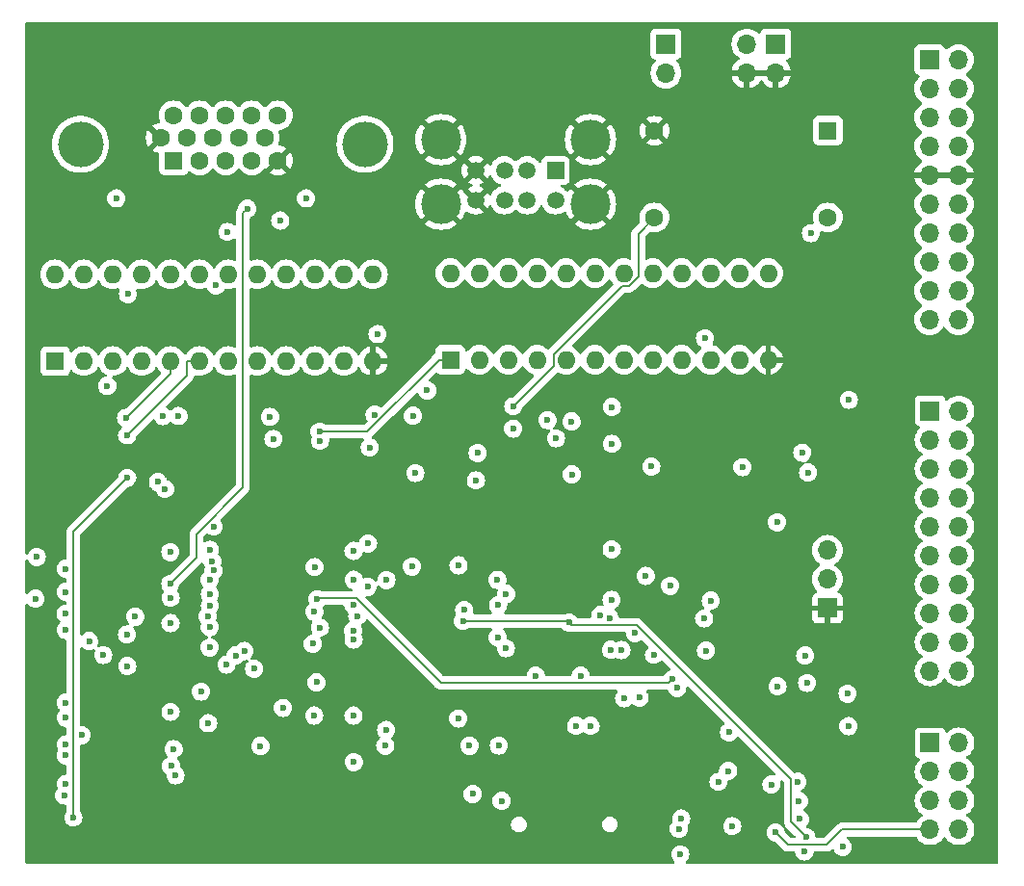
<source format=gbr>
%TF.GenerationSoftware,KiCad,Pcbnew,8.0.4+dfsg-1*%
%TF.CreationDate,2024-12-19T01:42:37-05:00*%
%TF.ProjectId,VGA_SRAM_COMP,5647415f-5352-4414-9d5f-434f4d502e6b,rev?*%
%TF.SameCoordinates,Original*%
%TF.FileFunction,Copper,L4,Bot*%
%TF.FilePolarity,Positive*%
%FSLAX46Y46*%
G04 Gerber Fmt 4.6, Leading zero omitted, Abs format (unit mm)*
G04 Created by KiCad (PCBNEW 8.0.4+dfsg-1) date 2024-12-19 01:42:37*
%MOMM*%
%LPD*%
G01*
G04 APERTURE LIST*
%TA.AperFunction,ComponentPad*%
%ADD10R,1.700000X1.700000*%
%TD*%
%TA.AperFunction,ComponentPad*%
%ADD11O,1.700000X1.700000*%
%TD*%
%TA.AperFunction,ComponentPad*%
%ADD12R,1.600000X1.600000*%
%TD*%
%TA.AperFunction,ComponentPad*%
%ADD13C,1.600000*%
%TD*%
%TA.AperFunction,ComponentPad*%
%ADD14O,1.600000X1.600000*%
%TD*%
%TA.AperFunction,ComponentPad*%
%ADD15R,1.500000X1.500000*%
%TD*%
%TA.AperFunction,ComponentPad*%
%ADD16C,1.500000*%
%TD*%
%TA.AperFunction,ComponentPad*%
%ADD17C,3.500000*%
%TD*%
%TA.AperFunction,ComponentPad*%
%ADD18C,4.000000*%
%TD*%
%TA.AperFunction,ViaPad*%
%ADD19C,0.600000*%
%TD*%
%TA.AperFunction,Conductor*%
%ADD20C,0.200000*%
%TD*%
G04 APERTURE END LIST*
D10*
%TO.P,J8,1,Pin_1*%
%TO.N,MCUMEMADDR0*%
X137000000Y-91680000D03*
D11*
%TO.P,J8,2,Pin_2*%
%TO.N,MCUMEMADDR1*%
X139540000Y-91680000D03*
%TO.P,J8,3,Pin_3*%
%TO.N,MCUMEMADDR2*%
X137000000Y-94220000D03*
%TO.P,J8,4,Pin_4*%
%TO.N,MCUMEMADDR3*%
X139540000Y-94220000D03*
%TO.P,J8,5,Pin_5*%
%TO.N,MCUMEMADDR4*%
X137000000Y-96760000D03*
%TO.P,J8,6,Pin_6*%
%TO.N,MCUMEMADDR5*%
X139540000Y-96760000D03*
%TO.P,J8,7,Pin_7*%
%TO.N,MCUMEMADDR6*%
X137000000Y-99300000D03*
%TO.P,J8,8,Pin_8*%
%TO.N,MCUMEMADDR7*%
X139540000Y-99300000D03*
%TO.P,J8,9,Pin_9*%
%TO.N,MCUMEMADDR8*%
X137000000Y-101840000D03*
%TO.P,J8,10,Pin_10*%
%TO.N,MCUMEMADDR9*%
X139540000Y-101840000D03*
%TO.P,J8,11,Pin_11*%
%TO.N,MCUMEMADDR10*%
X137000000Y-104380000D03*
%TO.P,J8,12,Pin_12*%
%TO.N,MCUMEMADDR11*%
X139540000Y-104380000D03*
%TO.P,J8,13,Pin_13*%
%TO.N,MCUMEMADDR12*%
X137000000Y-106920000D03*
%TO.P,J8,14,Pin_14*%
%TO.N,MCUMEMADDR13*%
X139540000Y-106920000D03*
%TO.P,J8,15,Pin_15*%
%TO.N,MCUMEMADDR14*%
X137000000Y-109460000D03*
%TO.P,J8,16,Pin_16*%
%TO.N,MCUMEMADDR15*%
X139540000Y-109460000D03*
%TO.P,J8,17,Pin_17*%
%TO.N,MCUMEMADDR16*%
X137000000Y-112000000D03*
%TO.P,J8,18,Pin_18*%
%TO.N,MCUMEMADDR17*%
X139540000Y-112000000D03*
%TO.P,J8,19,Pin_19*%
%TO.N,MCUMEMADDR18*%
X137000000Y-114540000D03*
%TO.P,J8,20,Pin_20*%
%TO.N,MCUMEMADDR19*%
X139540000Y-114540000D03*
%TD*%
D10*
%TO.P,J7,1,Pin_1*%
%TO.N,DATA0*%
X137000000Y-120880000D03*
D11*
%TO.P,J7,2,Pin_2*%
%TO.N,DATA1*%
X139540000Y-120880000D03*
%TO.P,J7,3,Pin_3*%
%TO.N,DATA2*%
X137000000Y-123420000D03*
%TO.P,J7,4,Pin_4*%
%TO.N,DATA3*%
X139540000Y-123420000D03*
%TO.P,J7,5,Pin_5*%
%TO.N,DATA4*%
X137000000Y-125960000D03*
%TO.P,J7,6,Pin_6*%
%TO.N,DATA5*%
X139540000Y-125960000D03*
%TO.P,J7,7,Pin_7*%
%TO.N,DATA6*%
X137000000Y-128500000D03*
%TO.P,J7,8,Pin_8*%
%TO.N,DATA7*%
X139540000Y-128500000D03*
%TD*%
%TO.P,J1,20,Pin_20*%
%TO.N,/MCU OE*%
X139500000Y-83660000D03*
%TO.P,J1,19,Pin_19*%
%TO.N,/MCU CE*%
X136960000Y-83660000D03*
%TO.P,J1,18,Pin_18*%
%TO.N,/MCU WE*%
X139500000Y-81120000D03*
%TO.P,J1,17,Pin_17*%
%TO.N,RESOLUTION*%
X136960000Y-81120000D03*
%TO.P,J1,16,Pin_16*%
%TO.N,Net-(J1-Pin_16)*%
X139500000Y-78580000D03*
%TO.P,J1,15,Pin_15*%
%TO.N,Net-(J1-Pin_15)*%
X136960000Y-78580000D03*
%TO.P,J1,14,Pin_14*%
%TO.N,Net-(J1-Pin_14)*%
X139500000Y-76040000D03*
%TO.P,J1,13,Pin_13*%
%TO.N,Net-(J1-Pin_13)*%
X136960000Y-76040000D03*
%TO.P,J1,12,Pin_12*%
%TO.N,Net-(J1-Pin_12)*%
X139500000Y-73500000D03*
%TO.P,J1,11,Pin_11*%
%TO.N,Net-(J1-Pin_11)*%
X136960000Y-73500000D03*
%TO.P,J1,10,Pin_10*%
%TO.N,GND*%
X139500000Y-70960000D03*
%TO.P,J1,9,Pin_9*%
X136960000Y-70960000D03*
%TO.P,J1,8,Pin_8*%
%TO.N,~{SCREEN_VISIBLE}*%
X139500000Y-68420000D03*
%TO.P,J1,7,Pin_7*%
%TO.N,~{V_VISIBLE}*%
X136960000Y-68420000D03*
%TO.P,J1,6,Pin_6*%
%TO.N,H_VISIBLE*%
X139500000Y-65880000D03*
%TO.P,J1,5,Pin_5*%
%TO.N,Net-(J1-Pin_5)*%
X136960000Y-65880000D03*
%TO.P,J1,4,Pin_4*%
%TO.N,Net-(J1-Pin_4)*%
X139500000Y-63340000D03*
%TO.P,J1,3,Pin_3*%
%TO.N,Net-(J1-Pin_3)*%
X136960000Y-63340000D03*
%TO.P,J1,2,Pin_2*%
%TO.N,Net-(J1-Pin_2)*%
X139500000Y-60800000D03*
D10*
%TO.P,J1,1,Pin_1*%
%TO.N,PWR*%
X136960000Y-60800000D03*
%TD*%
D12*
%TO.P,X1,1,NC*%
%TO.N,unconnected-(X1-NC-Pad1)*%
X128016000Y-67056000D03*
D13*
%TO.P,X1,7,GND*%
%TO.N,GND*%
X112776000Y-67056000D03*
%TO.P,X1,8,OUT*%
%TO.N,H_CLK*%
X112776000Y-74676000D03*
%TO.P,X1,14,Vcc*%
%TO.N,PWR*%
X128016000Y-74676000D03*
%TD*%
D12*
%TO.P,U9,1,I1*%
%TO.N,Net-(U5-Q0)*%
X94840000Y-87200000D03*
D14*
%TO.P,U9,2,I2*%
%TO.N,A10*%
X97380000Y-87200000D03*
%TO.P,U9,3,I3*%
%TO.N,A11*%
X99920000Y-87200000D03*
%TO.P,U9,4,I4*%
%TO.N,A12*%
X102460000Y-87200000D03*
%TO.P,U9,5,I5*%
%TO.N,A13*%
X105000000Y-87200000D03*
%TO.P,U9,6,I6*%
%TO.N,A14*%
X107540000Y-87200000D03*
%TO.P,U9,7,I7*%
%TO.N,A15*%
X110080000Y-87200000D03*
%TO.P,U9,8,I8*%
%TO.N,A16*%
X112620000Y-87200000D03*
%TO.P,U9,9,I9*%
%TO.N,A17*%
X115160000Y-87200000D03*
%TO.P,U9,10,I10*%
%TO.N,A18*%
X117700000Y-87200000D03*
%TO.P,U9,11,I11*%
%TO.N,H_VISIBLE*%
X120240000Y-87200000D03*
%TO.P,U9,12,GND*%
%TO.N,GND*%
X122780000Y-87200000D03*
%TO.P,U9,13,I13*%
%TO.N,unconnected-(U9-I13-Pad13)*%
X122780000Y-79580000D03*
%TO.P,U9,14,IO14*%
%TO.N,~{V_VISIBLE}*%
X120240000Y-79580000D03*
%TO.P,U9,15,IO15*%
%TO.N,V_FRONT_PORCH*%
X117700000Y-79580000D03*
%TO.P,U9,16,IO16*%
%TO.N,~{V_SYNC}*%
X115160000Y-79580000D03*
%TO.P,U9,17,IO17*%
%TO.N,unconnected-(U9-IO17-Pad17)*%
X112620000Y-79580000D03*
%TO.P,U9,18,IO18*%
%TO.N,unconnected-(U9-IO18-Pad18)*%
X110080000Y-79580000D03*
%TO.P,U9,19,IO19*%
%TO.N,unconnected-(U9-IO19-Pad19)*%
X107540000Y-79580000D03*
%TO.P,U9,20,IO20*%
%TO.N,~{V_RESET}*%
X105000000Y-79580000D03*
%TO.P,U9,21,IO21*%
%TO.N,~{SCREEN_VISIBLE}*%
X102460000Y-79580000D03*
%TO.P,U9,22,IO22*%
%TO.N,unconnected-(U9-IO22-Pad22)*%
X99920000Y-79580000D03*
%TO.P,U9,23,IO23*%
%TO.N,Net-(U8-IO23)*%
X97380000Y-79580000D03*
%TO.P,U9,24,VCC*%
%TO.N,PWR*%
X94840000Y-79580000D03*
%TD*%
D12*
%TO.P,U8,1,I1*%
%TO.N,A0*%
X60100000Y-87300000D03*
D14*
%TO.P,U8,2,I2*%
%TO.N,A1*%
X62640000Y-87300000D03*
%TO.P,U8,3,I3*%
%TO.N,A2*%
X65180000Y-87300000D03*
%TO.P,U8,4,I4*%
%TO.N,A3*%
X67720000Y-87300000D03*
%TO.P,U8,5,I5*%
%TO.N,A4*%
X70260000Y-87300000D03*
%TO.P,U8,6,I6*%
%TO.N,A5*%
X72800000Y-87300000D03*
%TO.P,U8,7,I7*%
%TO.N,A6*%
X75340000Y-87300000D03*
%TO.P,U8,8,I8*%
%TO.N,A7*%
X77880000Y-87300000D03*
%TO.P,U8,9,I9*%
%TO.N,A8*%
X80420000Y-87300000D03*
%TO.P,U8,10,I10*%
%TO.N,A9*%
X82960000Y-87300000D03*
%TO.P,U8,11,I11*%
%TO.N,unconnected-(U8-I11-Pad11)*%
X85500000Y-87300000D03*
%TO.P,U8,12,GND*%
%TO.N,GND*%
X88040000Y-87300000D03*
%TO.P,U8,13,I13*%
%TO.N,unconnected-(U8-I13-Pad13)*%
X88040000Y-79680000D03*
%TO.P,U8,14,IO14*%
%TO.N,unconnected-(U8-IO14-Pad14)*%
X85500000Y-79680000D03*
%TO.P,U8,15,IO15*%
%TO.N,unconnected-(U8-IO15-Pad15)*%
X82960000Y-79680000D03*
%TO.P,U8,16,IO16*%
%TO.N,H_VISIBLE*%
X80420000Y-79680000D03*
%TO.P,U8,17,IO17*%
%TO.N,unconnected-(U8-IO17-Pad17)*%
X77880000Y-79680000D03*
%TO.P,U8,18,IO18*%
%TO.N,~{H_SYNC}*%
X75340000Y-79680000D03*
%TO.P,U8,19,IO19*%
%TO.N,unconnected-(U8-IO19-Pad19)*%
X72800000Y-79680000D03*
%TO.P,U8,20,IO20*%
%TO.N,Net-(U3-~{MR})*%
X70260000Y-79680000D03*
%TO.P,U8,21,IO21*%
%TO.N,unconnected-(U8-IO21-Pad21)*%
X67720000Y-79680000D03*
%TO.P,U8,22,IO22*%
%TO.N,unconnected-(U8-IO22-Pad22)*%
X65180000Y-79680000D03*
%TO.P,U8,23,IO23*%
%TO.N,Net-(U8-IO23)*%
X62640000Y-79680000D03*
%TO.P,U8,24,VCC*%
%TO.N,PWR*%
X60100000Y-79680000D03*
%TD*%
D10*
%TO.P,JP1,1,A*%
%TO.N,PWR*%
X113792000Y-59436000D03*
D11*
%TO.P,JP1,2,B*%
%TO.N,RESOLUTION*%
X113792000Y-61976000D03*
%TD*%
D10*
%TO.P,J6,1,Pin_1*%
%TO.N,GND*%
X127975000Y-109025000D03*
D11*
%TO.P,J6,2,Pin_2*%
%TO.N,Net-(J6-Pin_2)*%
X127975000Y-106485000D03*
%TO.P,J6,3,Pin_3*%
X127975000Y-103945000D03*
%TD*%
D15*
%TO.P,J5,1,VBUS1*%
%TO.N,PWR*%
X104084000Y-70542300D03*
D16*
%TO.P,J5,2,D1-*%
%TO.N,Net-(J1-Pin_3)*%
X101584000Y-70542300D03*
%TO.P,J5,3,D1+*%
%TO.N,Net-(J1-Pin_2)*%
X99584000Y-70542300D03*
%TO.P,J5,4,GND1*%
%TO.N,GND*%
X97084000Y-70542300D03*
%TO.P,J5,5,VBUS2*%
%TO.N,PWR*%
X104084000Y-73162300D03*
%TO.P,J5,6,D2-*%
%TO.N,Net-(J1-Pin_5)*%
X101584000Y-73162300D03*
%TO.P,J5,7,D2+*%
%TO.N,Net-(J1-Pin_4)*%
X99584000Y-73162300D03*
%TO.P,J5,8,GND2*%
%TO.N,GND*%
X97084000Y-73162300D03*
D17*
%TO.P,J5,9,Shield*%
X107154000Y-67832300D03*
X94014000Y-67832300D03*
X107154000Y-73512300D03*
X94014000Y-73512300D03*
%TD*%
D13*
%TO.P,J3,15*%
%TO.N,unconnected-(J3-Pad15)*%
X79680000Y-65700000D03*
%TO.P,J3,14*%
%TO.N,Net-(J3-Pad14)*%
X77390000Y-65700000D03*
%TO.P,J3,13*%
%TO.N,Net-(J3-Pad13)*%
X75100000Y-65700000D03*
%TO.P,J3,12*%
%TO.N,unconnected-(J3-Pad12)*%
X72810000Y-65700000D03*
%TO.P,J3,11*%
%TO.N,unconnected-(J3-Pad11)*%
X70520000Y-65700000D03*
%TO.P,J3,10*%
%TO.N,GND*%
X78535000Y-67680000D03*
%TO.P,J3,9*%
%TO.N,unconnected-(J3-Pad9)*%
X76245000Y-67680000D03*
%TO.P,J3,8*%
%TO.N,GND*%
X73955000Y-67680000D03*
%TO.P,J3,7*%
X71665000Y-67680000D03*
%TO.P,J3,6*%
X69375000Y-67680000D03*
%TO.P,J3,5*%
X79680000Y-69660000D03*
%TO.P,J3,4*%
%TO.N,unconnected-(J3-Pad4)*%
X77390000Y-69660000D03*
%TO.P,J3,3*%
%TO.N,Net-(J3-Pad3)*%
X75100000Y-69660000D03*
%TO.P,J3,2*%
%TO.N,Net-(J3-Pad2)*%
X72810000Y-69660000D03*
D12*
%TO.P,J3,1*%
%TO.N,Net-(J3-Pad1)*%
X70520000Y-69660000D03*
D18*
%TO.P,J3,0*%
%TO.N,N/C*%
X62335000Y-68240000D03*
X87335000Y-68240000D03*
%TD*%
D10*
%TO.P,J2,1,Pin_1*%
%TO.N,PWR*%
X123444000Y-59436000D03*
D11*
%TO.P,J2,2,Pin_2*%
X120904000Y-59436000D03*
%TO.P,J2,3,Pin_3*%
%TO.N,GND*%
X123444000Y-61976000D03*
%TO.P,J2,4,Pin_4*%
X120904000Y-61976000D03*
%TD*%
D19*
%TO.N,PWR*%
X129750000Y-116550000D03*
%TO.N,DATA6*%
X123425000Y-128750000D03*
%TO.N,MEMADDR17*%
X99100000Y-121100000D03*
X96525000Y-121125000D03*
%TO.N,A19*%
X97085600Y-97796700D03*
X86349600Y-122553400D03*
%TO.N,MCUMEMADDR13*%
X86668700Y-109749500D03*
%TO.N,MCUMEMADDR19*%
X77597000Y-114355800D03*
%TO.N,MCUMEMADDR12*%
X86326000Y-108765300D03*
%TO.N,MCUMEMADDR16*%
X75162100Y-113984300D03*
%TO.N,MCUMEMADDR2*%
X73691000Y-106530000D03*
%TO.N,MCUMEMADDR0*%
X73692700Y-103899800D03*
%TO.N,MCUMEMADDR14*%
X86288000Y-110987800D03*
%TO.N,MCUMEMADDR11*%
X89215300Y-106561900D03*
%TO.N,MCUMEMADDR3*%
X73699600Y-107800000D03*
%TO.N,MCUMEMADDR9*%
X87584900Y-107147900D03*
%TO.N,MCUMEMADDR5*%
X73511600Y-109749600D03*
%TO.N,MCUMEMADDR6*%
X73679400Y-110682600D03*
%TO.N,MCUMEMADDR8*%
X86326800Y-103990000D03*
%TO.N,MCUMEMADDR18*%
X76721400Y-112795900D03*
%TO.N,MCUMEMADDR15*%
X86331300Y-111798300D03*
%TO.N,MCUMEMADDR7*%
X73694000Y-112482300D03*
%TO.N,MCUMEMADDR4*%
X73696600Y-108816700D03*
%TO.N,Net-(U11-CE)*%
X114163600Y-107059200D03*
X91463400Y-105367200D03*
X82876900Y-118470000D03*
%TO.N,Net-(U1-~{WE})*%
X125339000Y-124286600D03*
X117722600Y-108370300D03*
%TO.N,MCUMEMADDR10*%
X86352100Y-106530000D03*
%TO.N,MCUMEMADDR17*%
X73550900Y-119143800D03*
X129825000Y-119400000D03*
%TO.N,DATA2*%
X61029200Y-110940600D03*
%TO.N,MCUMEMADDR1*%
X73919100Y-104915500D03*
%TO.N,/MCU OE*%
X123558200Y-101474700D03*
%TO.N,DATA1*%
X63090000Y-111927500D03*
%TO.N,DATA5*%
X119262644Y-123339566D03*
X61029800Y-107593900D03*
%TO.N,DATA3*%
X61018800Y-109514200D03*
%TO.N,DATA0*%
X64334000Y-113145500D03*
%TO.N,Net-(U16-Pad8)*%
X117145800Y-109933700D03*
X120515200Y-96626600D03*
%TO.N,~{TIMING ADDR}*%
X109025200Y-103863200D03*
X112498500Y-96577300D03*
X95532800Y-118727600D03*
X70247400Y-118148800D03*
%TO.N,DATA7*%
X123059500Y-124523900D03*
X58481684Y-104527256D03*
%TO.N,DATA4*%
X118400000Y-124300000D03*
X58375000Y-108200000D03*
%TO.N,A17*%
X104122900Y-94100800D03*
X89198100Y-119740000D03*
%TO.N,A18*%
X89121900Y-121115400D03*
%TO.N,A16*%
X91759400Y-97149800D03*
X86328200Y-118470000D03*
%TO.N,Net-(U10-TC)*%
X69144000Y-97935600D03*
X105498100Y-92615100D03*
%TO.N,Net-(J1-Pin_15)*%
X125771100Y-95356600D03*
%TO.N,RESOLUTION*%
X126537600Y-76056700D03*
%TO.N,A14*%
X98996900Y-111585100D03*
%TO.N,A15*%
X99718600Y-112560800D03*
%TO.N,A13*%
X91548000Y-92117200D03*
X96060500Y-109195700D03*
%TO.N,A12*%
X99033100Y-108759600D03*
X87755700Y-94893300D03*
%TO.N,A11*%
X99747300Y-107776300D03*
X88179500Y-92013700D03*
%TO.N,A10*%
X83382500Y-94309300D03*
X98979700Y-106534100D03*
%TO.N,Net-(J1-Pin_16)*%
X126282300Y-97107300D03*
%TO.N,Net-(U5-Q0)*%
X83343100Y-93500000D03*
%TO.N,A9*%
X95553600Y-105260000D03*
X79286400Y-94161200D03*
%TO.N,A8*%
X78996700Y-92207700D03*
X87601500Y-103355000D03*
%TO.N,A7*%
X61702500Y-127422600D03*
X66433100Y-97573500D03*
%TO.N,A5*%
X66430300Y-93829200D03*
X61028100Y-124483800D03*
%TO.N,A4*%
X66332100Y-92290800D03*
X62432600Y-120194800D03*
%TO.N,A6*%
X70947900Y-92133400D03*
X60898000Y-125496800D03*
%TO.N,H_CLK*%
X69587800Y-92151600D03*
X100370500Y-91284800D03*
%TO.N,A3*%
X61041300Y-121979900D03*
X69764500Y-98546900D03*
X105514400Y-97261500D03*
%TO.N,A0*%
X61027500Y-117335000D03*
X103384000Y-92492700D03*
%TO.N,A2*%
X97245200Y-95387800D03*
X61026500Y-121010000D03*
%TO.N,A1*%
X61034200Y-118653600D03*
X100363100Y-93242900D03*
%TO.N,~{VGA_OUT}*%
X109042600Y-94583600D03*
X70228300Y-104099400D03*
%TO.N,MEMADDR6*%
X119331300Y-119942900D03*
X78150900Y-121155200D03*
%TO.N,MEMADDR1*%
X114775000Y-116050000D03*
X75962300Y-113198400D03*
%TO.N,MEMADDR19*%
X115125000Y-127525000D03*
X96805600Y-125367600D03*
%TO.N,MEMADDR18*%
X114924998Y-128425000D03*
X99338900Y-125969700D03*
%TO.N,MEMADDR7*%
X126200000Y-115600000D03*
X83073100Y-115542900D03*
%TO.N,~{OE}*%
X123598800Y-115898700D03*
X112003700Y-106192400D03*
%TO.N,MEMADDR3*%
X117309800Y-112755800D03*
X82891600Y-109337500D03*
X70294800Y-122903800D03*
%TO.N,MEMADDR12*%
X126125000Y-129150000D03*
X105270000Y-110295500D03*
X95954600Y-110141800D03*
%TO.N,MEMADDR4*%
X112745800Y-113126700D03*
X83377500Y-110729900D03*
X70675700Y-123727100D03*
%TO.N,MEMADDR5*%
X126025000Y-113200000D03*
X82748100Y-112157400D03*
%TO.N,MEMADDR15*%
X106300100Y-114964700D03*
X115050000Y-130675000D03*
%TO.N,DATA6*%
X110119900Y-116948000D03*
X61026900Y-105558000D03*
%TO.N,MEMADDR11*%
X119612000Y-128190500D03*
X108044400Y-109630000D03*
%TO.N,MEMADDR10*%
X125563900Y-127566700D03*
X108844600Y-109890800D03*
%TO.N,MEMADDR9*%
X125471700Y-125990100D03*
X109010100Y-108290400D03*
%TO.N,MEMADDR2*%
X114353100Y-115289900D03*
X83146600Y-108238600D03*
X70516700Y-121414100D03*
%TO.N,MEMADDR14*%
X125950000Y-130425000D03*
X108947600Y-112691500D03*
%TO.N,MEMADDR13*%
X129325000Y-130025000D03*
X109881800Y-112710900D03*
%TO.N,MEMADDR0*%
X111066300Y-111221100D03*
X82902300Y-105413000D03*
%TO.N,Net-(U2-B7)*%
X66500000Y-81417500D03*
X66442100Y-114110100D03*
%TO.N,Net-(U2-B6)*%
X64687700Y-89480600D03*
X66422900Y-111341300D03*
%TO.N,Net-(U2-B5)*%
X65481000Y-73000000D03*
X67144400Y-109767900D03*
%TO.N,Net-(U2-B4)*%
X74239400Y-80664200D03*
X70243200Y-110340000D03*
%TO.N,Net-(U2-B3)*%
X75261300Y-75952600D03*
X70250000Y-108106400D03*
%TO.N,Net-(U2-B2)*%
X76994700Y-73907200D03*
X70227700Y-106901600D03*
%TO.N,Net-(U2-B1)*%
X82155600Y-73000000D03*
X74018200Y-105726100D03*
%TO.N,Net-(U2-B0)*%
X79890200Y-74950800D03*
X74030600Y-101852400D03*
%TO.N,Net-(J3-Pad14)*%
X88439500Y-84939500D03*
%TO.N,Net-(J1-Pin_11)*%
X102342900Y-114964700D03*
%TO.N,Net-(J1-Pin_12)*%
X111470200Y-116895500D03*
%TO.N,Net-(J1-Pin_13)*%
X105891600Y-119371100D03*
%TO.N,Net-(J1-Pin_14)*%
X107158300Y-119371100D03*
%TO.N,GND*%
X129450000Y-122075000D03*
X118400000Y-122415700D03*
X119794800Y-99392300D03*
X114850000Y-119942900D03*
%TO.N,~{SCREEN_VISIBLE}*%
X109036900Y-91338900D03*
%TO.N,~{V_RESET}*%
X92800500Y-89887200D03*
X129863900Y-90708100D03*
%TO.N,~{H_SYNC}*%
X117226000Y-85289600D03*
%TO.N,PWR*%
X80125400Y-117793900D03*
X72930200Y-116363600D03*
%TD*%
D20*
%TO.N,MEMADDR12*%
X124738900Y-124040000D02*
X124738900Y-127763900D01*
X111189800Y-110490900D02*
X124738900Y-124040000D01*
X105465400Y-110490900D02*
X111189800Y-110490900D01*
X105270000Y-110295500D02*
X105465400Y-110490900D01*
X124738900Y-127763900D02*
X126125000Y-129150000D01*
%TO.N,DATA6*%
X123425000Y-128750000D02*
X124500000Y-129825000D01*
X124500000Y-129825000D02*
X127925000Y-129825000D01*
X127925000Y-129825000D02*
X129250000Y-128500000D01*
X129250000Y-128500000D02*
X137000000Y-128500000D01*
%TO.N,Net-(U5-Q0)*%
X94840000Y-87200000D02*
X93739900Y-87200000D01*
X87541900Y-93500000D02*
X83343100Y-93500000D01*
X93739900Y-87302000D02*
X87541900Y-93500000D01*
X93739900Y-87200000D02*
X93739900Y-87302000D01*
%TO.N,A7*%
X61702500Y-102304100D02*
X66433100Y-97573500D01*
X61702500Y-127422600D02*
X61702500Y-102304100D01*
%TO.N,A5*%
X72800000Y-87300000D02*
X71699900Y-87300000D01*
X71699900Y-88559600D02*
X66430300Y-93829200D01*
X71699900Y-87300000D02*
X71699900Y-88559600D01*
%TO.N,A4*%
X70222800Y-88400100D02*
X66332100Y-92290800D01*
X70260000Y-88400100D02*
X70222800Y-88400100D01*
X70260000Y-87300000D02*
X70260000Y-88400100D01*
%TO.N,H_CLK*%
X103899800Y-87755500D02*
X100370500Y-91284800D01*
X103899800Y-86707600D02*
X103899800Y-87755500D01*
X109927200Y-80680200D02*
X103899800Y-86707600D01*
X110549300Y-80680200D02*
X109927200Y-80680200D01*
X111350000Y-79879500D02*
X110549300Y-80680200D01*
X111350000Y-76102000D02*
X111350000Y-79879500D01*
X112776000Y-74676000D02*
X111350000Y-76102000D01*
%TO.N,MEMADDR12*%
X105116300Y-110141800D02*
X95954600Y-110141800D01*
X105270000Y-110295500D02*
X105116300Y-110141800D01*
%TO.N,MEMADDR2*%
X114032600Y-115610400D02*
X114353100Y-115289900D01*
X94024500Y-115610400D02*
X114032600Y-115610400D01*
X86575000Y-108160900D02*
X94024500Y-115610400D01*
X83224300Y-108160900D02*
X86575000Y-108160900D01*
X83146600Y-108238600D02*
X83224300Y-108160900D01*
%TO.N,Net-(U2-B2)*%
X72503200Y-104626100D02*
X70227700Y-106901600D01*
X72503200Y-102510800D02*
X72503200Y-104626100D01*
X76610000Y-98404000D02*
X72503200Y-102510800D01*
X76610000Y-74291900D02*
X76610000Y-98404000D01*
X76994700Y-73907200D02*
X76610000Y-74291900D01*
%TO.N,GND*%
X122780000Y-96407100D02*
X119794800Y-99392300D01*
X122780000Y-87200000D02*
X122780000Y-96407100D01*
%TD*%
%TA.AperFunction,Conductor*%
%TO.N,GND*%
G36*
X139034075Y-70767007D02*
G01*
X139000000Y-70894174D01*
X139000000Y-71025826D01*
X139034075Y-71152993D01*
X139066988Y-71210000D01*
X137393012Y-71210000D01*
X137425925Y-71152993D01*
X137460000Y-71025826D01*
X137460000Y-70894174D01*
X137425925Y-70767007D01*
X137393012Y-70710000D01*
X139066988Y-70710000D01*
X139034075Y-70767007D01*
G37*
%TD.AperFunction*%
%TA.AperFunction,Conductor*%
G36*
X98127124Y-71231870D02*
G01*
X98170668Y-71169685D01*
X98170669Y-71169683D01*
X98221342Y-71061015D01*
X98267514Y-71008575D01*
X98334707Y-70989423D01*
X98401588Y-71009638D01*
X98446106Y-71061015D01*
X98496779Y-71169685D01*
X98496898Y-71169939D01*
X98622402Y-71349177D01*
X98777123Y-71503898D01*
X98956361Y-71629402D01*
X99154670Y-71721875D01*
X99160477Y-71723431D01*
X99194416Y-71732525D01*
X99254076Y-71768890D01*
X99284605Y-71831737D01*
X99276310Y-71901113D01*
X99231825Y-71954990D01*
X99194416Y-71972075D01*
X99154674Y-71982723D01*
X99154668Y-71982726D01*
X98956361Y-72075198D01*
X98956357Y-72075200D01*
X98777121Y-72200702D01*
X98622402Y-72355421D01*
X98496900Y-72534657D01*
X98496900Y-72534658D01*
X98496898Y-72534661D01*
X98496898Y-72534662D01*
X98496779Y-72534918D01*
X98446105Y-72643586D01*
X98399932Y-72696025D01*
X98332738Y-72715176D01*
X98265857Y-72694960D01*
X98221341Y-72643584D01*
X98170669Y-72534918D01*
X98170666Y-72534912D01*
X98127124Y-72472728D01*
X98127124Y-72472727D01*
X97534302Y-73065549D01*
X97512651Y-72984747D01*
X97452091Y-72879854D01*
X97366446Y-72794209D01*
X97261553Y-72733649D01*
X97180749Y-72711997D01*
X97773571Y-72119174D01*
X97711387Y-72075633D01*
X97513159Y-71983198D01*
X97513150Y-71983194D01*
X97471650Y-71972075D01*
X97411990Y-71935711D01*
X97381460Y-71872864D01*
X97389754Y-71803488D01*
X97434239Y-71749610D01*
X97471650Y-71732525D01*
X97513150Y-71721405D01*
X97513164Y-71721400D01*
X97711383Y-71628969D01*
X97711385Y-71628968D01*
X97773571Y-71585424D01*
X97180750Y-70992602D01*
X97261553Y-70970951D01*
X97366446Y-70910391D01*
X97452091Y-70824746D01*
X97512651Y-70719853D01*
X97534302Y-70639049D01*
X98127124Y-71231870D01*
G37*
%TD.AperFunction*%
%TA.AperFunction,Conductor*%
G36*
X122978075Y-61783007D02*
G01*
X122944000Y-61910174D01*
X122944000Y-62041826D01*
X122978075Y-62168993D01*
X123010988Y-62226000D01*
X121337012Y-62226000D01*
X121369925Y-62168993D01*
X121404000Y-62041826D01*
X121404000Y-61910174D01*
X121369925Y-61783007D01*
X121337012Y-61726000D01*
X123010988Y-61726000D01*
X122978075Y-61783007D01*
G37*
%TD.AperFunction*%
%TA.AperFunction,Conductor*%
G36*
X142942539Y-57520185D02*
G01*
X142988294Y-57572989D01*
X142999500Y-57624500D01*
X142999500Y-131375500D01*
X142979815Y-131442539D01*
X142927011Y-131488294D01*
X142875500Y-131499500D01*
X115656940Y-131499500D01*
X115589901Y-131479815D01*
X115544146Y-131427011D01*
X115534202Y-131357853D01*
X115563227Y-131294297D01*
X115569259Y-131287819D01*
X115679816Y-131177262D01*
X115775789Y-131024522D01*
X115835368Y-130854255D01*
X115835369Y-130854249D01*
X115855565Y-130675003D01*
X115855565Y-130674996D01*
X115835369Y-130495750D01*
X115835368Y-130495745D01*
X115812939Y-130431648D01*
X115775789Y-130325478D01*
X115679816Y-130172738D01*
X115552262Y-130045184D01*
X115520144Y-130025003D01*
X115399523Y-129949211D01*
X115229254Y-129889631D01*
X115229249Y-129889630D01*
X115050004Y-129869435D01*
X115049996Y-129869435D01*
X114870750Y-129889630D01*
X114870745Y-129889631D01*
X114700476Y-129949211D01*
X114547737Y-130045184D01*
X114420184Y-130172737D01*
X114324211Y-130325476D01*
X114264631Y-130495745D01*
X114264630Y-130495750D01*
X114244435Y-130674996D01*
X114244435Y-130675003D01*
X114264630Y-130854249D01*
X114264631Y-130854254D01*
X114324211Y-131024523D01*
X114420184Y-131177262D01*
X114530741Y-131287819D01*
X114564226Y-131349142D01*
X114559242Y-131418834D01*
X114517370Y-131474767D01*
X114451906Y-131499184D01*
X114443060Y-131499500D01*
X57624500Y-131499500D01*
X57557461Y-131479815D01*
X57511706Y-131427011D01*
X57500500Y-131375500D01*
X57500500Y-125496796D01*
X60092435Y-125496796D01*
X60092435Y-125496803D01*
X60112630Y-125676049D01*
X60112631Y-125676054D01*
X60172211Y-125846323D01*
X60249736Y-125969703D01*
X60268184Y-125999062D01*
X60395738Y-126126616D01*
X60548478Y-126222589D01*
X60693999Y-126273509D01*
X60718745Y-126282168D01*
X60718750Y-126282169D01*
X60897996Y-126302365D01*
X60898000Y-126302365D01*
X60898004Y-126302365D01*
X60964117Y-126294916D01*
X61032939Y-126306971D01*
X61084318Y-126354320D01*
X61102000Y-126418136D01*
X61102000Y-126840187D01*
X61082315Y-126907226D01*
X61074950Y-126917496D01*
X61072686Y-126920334D01*
X60976711Y-127073076D01*
X60917131Y-127243345D01*
X60917130Y-127243350D01*
X60896935Y-127422596D01*
X60896935Y-127422603D01*
X60917130Y-127601849D01*
X60917131Y-127601854D01*
X60976711Y-127772123D01*
X61041053Y-127874522D01*
X61072684Y-127924862D01*
X61200238Y-128052416D01*
X61236938Y-128075476D01*
X61325755Y-128131284D01*
X61352978Y-128148389D01*
X61473333Y-128190503D01*
X61523245Y-128207968D01*
X61523250Y-128207969D01*
X61702496Y-128228165D01*
X61702500Y-128228165D01*
X61702504Y-128228165D01*
X61881749Y-128207969D01*
X61881752Y-128207968D01*
X61881755Y-128207968D01*
X62052022Y-128148389D01*
X62118624Y-128106540D01*
X100162031Y-128106540D01*
X100188950Y-128241867D01*
X100188953Y-128241877D01*
X100241753Y-128369349D01*
X100241760Y-128369362D01*
X100318417Y-128484086D01*
X100318420Y-128484090D01*
X100415986Y-128581656D01*
X100415990Y-128581659D01*
X100530714Y-128658316D01*
X100530727Y-128658323D01*
X100658199Y-128711123D01*
X100658204Y-128711125D01*
X100658208Y-128711125D01*
X100658209Y-128711126D01*
X100793536Y-128738045D01*
X100793539Y-128738045D01*
X100931527Y-128738045D01*
X101022573Y-128719934D01*
X101066860Y-128711125D01*
X101194343Y-128658320D01*
X101309074Y-128581659D01*
X101406646Y-128484087D01*
X101483307Y-128369356D01*
X101536112Y-128241873D01*
X101554707Y-128148389D01*
X101563032Y-128106540D01*
X108162031Y-128106540D01*
X108188950Y-128241867D01*
X108188953Y-128241877D01*
X108241753Y-128369349D01*
X108241760Y-128369362D01*
X108318417Y-128484086D01*
X108318420Y-128484090D01*
X108415986Y-128581656D01*
X108415990Y-128581659D01*
X108530714Y-128658316D01*
X108530727Y-128658323D01*
X108658199Y-128711123D01*
X108658204Y-128711125D01*
X108658208Y-128711125D01*
X108658209Y-128711126D01*
X108793536Y-128738045D01*
X108793539Y-128738045D01*
X108931527Y-128738045D01*
X109022573Y-128719934D01*
X109066860Y-128711125D01*
X109194343Y-128658320D01*
X109309074Y-128581659D01*
X109406646Y-128484087D01*
X109446129Y-128424996D01*
X114119433Y-128424996D01*
X114119433Y-128425003D01*
X114139628Y-128604249D01*
X114139629Y-128604254D01*
X114199209Y-128774523D01*
X114227983Y-128820316D01*
X114295182Y-128927262D01*
X114422736Y-129054816D01*
X114493885Y-129099522D01*
X114561833Y-129142217D01*
X114575476Y-129150789D01*
X114739279Y-129208106D01*
X114745743Y-129210368D01*
X114745748Y-129210369D01*
X114924994Y-129230565D01*
X114924998Y-129230565D01*
X114925002Y-129230565D01*
X115104247Y-129210369D01*
X115104250Y-129210368D01*
X115104253Y-129210368D01*
X115274520Y-129150789D01*
X115427260Y-129054816D01*
X115554814Y-128927262D01*
X115650787Y-128774522D01*
X115710366Y-128604255D01*
X115712912Y-128581659D01*
X115730563Y-128425003D01*
X115730563Y-128424996D01*
X115710367Y-128245753D01*
X115710366Y-128245751D01*
X115710366Y-128245745D01*
X115709009Y-128241867D01*
X115691033Y-128190496D01*
X118806435Y-128190496D01*
X118806435Y-128190503D01*
X118826630Y-128369749D01*
X118826631Y-128369754D01*
X118886211Y-128540023D01*
X118967971Y-128670142D01*
X118982184Y-128692762D01*
X119109738Y-128820316D01*
X119262478Y-128916289D01*
X119299533Y-128929255D01*
X119432745Y-128975868D01*
X119432750Y-128975869D01*
X119611996Y-128996065D01*
X119612000Y-128996065D01*
X119612004Y-128996065D01*
X119791249Y-128975869D01*
X119791252Y-128975868D01*
X119791255Y-128975868D01*
X119961522Y-128916289D01*
X120114262Y-128820316D01*
X120241816Y-128692762D01*
X120337789Y-128540022D01*
X120397368Y-128369755D01*
X120397369Y-128369749D01*
X120417565Y-128190503D01*
X120417565Y-128190496D01*
X120397369Y-128011250D01*
X120397368Y-128011245D01*
X120349527Y-127874523D01*
X120337789Y-127840978D01*
X120333061Y-127833454D01*
X120251880Y-127704255D01*
X120241816Y-127688238D01*
X120114262Y-127560684D01*
X120057476Y-127525003D01*
X119961523Y-127464711D01*
X119791254Y-127405131D01*
X119791249Y-127405130D01*
X119612004Y-127384935D01*
X119611996Y-127384935D01*
X119432750Y-127405130D01*
X119432745Y-127405131D01*
X119262476Y-127464711D01*
X119109737Y-127560684D01*
X118982184Y-127688237D01*
X118886211Y-127840976D01*
X118826631Y-128011245D01*
X118826630Y-128011250D01*
X118806435Y-128190496D01*
X115691033Y-128190496D01*
X115690988Y-128190366D01*
X115687426Y-128120587D01*
X115720349Y-128061729D01*
X115754813Y-128027265D01*
X115754813Y-128027264D01*
X115754816Y-128027262D01*
X115850789Y-127874522D01*
X115910368Y-127704255D01*
X115912173Y-127688237D01*
X115930565Y-127525003D01*
X115930565Y-127524996D01*
X115910369Y-127345750D01*
X115910368Y-127345745D01*
X115861994Y-127207500D01*
X115850789Y-127175478D01*
X115831729Y-127145145D01*
X115754815Y-127022737D01*
X115627262Y-126895184D01*
X115474523Y-126799211D01*
X115304254Y-126739631D01*
X115304249Y-126739630D01*
X115125004Y-126719435D01*
X115124996Y-126719435D01*
X114945750Y-126739630D01*
X114945745Y-126739631D01*
X114775476Y-126799211D01*
X114622737Y-126895184D01*
X114495184Y-127022737D01*
X114399211Y-127175476D01*
X114339631Y-127345745D01*
X114339630Y-127345750D01*
X114319435Y-127524996D01*
X114319435Y-127525003D01*
X114339631Y-127704253D01*
X114339631Y-127704254D01*
X114359009Y-127759635D01*
X114362570Y-127829414D01*
X114329650Y-127888267D01*
X114295185Y-127922733D01*
X114295184Y-127922734D01*
X114199209Y-128075476D01*
X114139629Y-128245745D01*
X114139628Y-128245750D01*
X114119433Y-128424996D01*
X109446129Y-128424996D01*
X109483307Y-128369356D01*
X109536112Y-128241873D01*
X109554707Y-128148389D01*
X109563032Y-128106540D01*
X109563032Y-127968549D01*
X109536113Y-127833222D01*
X109536112Y-127833221D01*
X109536112Y-127833217D01*
X109510806Y-127772122D01*
X109483310Y-127705740D01*
X109483303Y-127705727D01*
X109406646Y-127591003D01*
X109406643Y-127590999D01*
X109309077Y-127493433D01*
X109309073Y-127493430D01*
X109194349Y-127416773D01*
X109194336Y-127416766D01*
X109066864Y-127363966D01*
X109066854Y-127363963D01*
X108931527Y-127337045D01*
X108931525Y-127337045D01*
X108793539Y-127337045D01*
X108793537Y-127337045D01*
X108658209Y-127363963D01*
X108658199Y-127363966D01*
X108530727Y-127416766D01*
X108530714Y-127416773D01*
X108415990Y-127493430D01*
X108415986Y-127493433D01*
X108318420Y-127590999D01*
X108318417Y-127591003D01*
X108241760Y-127705727D01*
X108241753Y-127705740D01*
X108188953Y-127833212D01*
X108188950Y-127833222D01*
X108162032Y-127968549D01*
X108162032Y-127968552D01*
X108162032Y-128106538D01*
X108162032Y-128106540D01*
X108162031Y-128106540D01*
X101563032Y-128106540D01*
X101563032Y-127968549D01*
X101536113Y-127833222D01*
X101536112Y-127833221D01*
X101536112Y-127833217D01*
X101510806Y-127772122D01*
X101483310Y-127705740D01*
X101483303Y-127705727D01*
X101406646Y-127591003D01*
X101406643Y-127590999D01*
X101309077Y-127493433D01*
X101309073Y-127493430D01*
X101194349Y-127416773D01*
X101194336Y-127416766D01*
X101066864Y-127363966D01*
X101066854Y-127363963D01*
X100931527Y-127337045D01*
X100931525Y-127337045D01*
X100793539Y-127337045D01*
X100793537Y-127337045D01*
X100658209Y-127363963D01*
X100658199Y-127363966D01*
X100530727Y-127416766D01*
X100530714Y-127416773D01*
X100415990Y-127493430D01*
X100415986Y-127493433D01*
X100318420Y-127590999D01*
X100318417Y-127591003D01*
X100241760Y-127705727D01*
X100241753Y-127705740D01*
X100188953Y-127833212D01*
X100188950Y-127833222D01*
X100162032Y-127968549D01*
X100162032Y-127968552D01*
X100162032Y-128106538D01*
X100162032Y-128106540D01*
X100162031Y-128106540D01*
X62118624Y-128106540D01*
X62204762Y-128052416D01*
X62332316Y-127924862D01*
X62428289Y-127772122D01*
X62487868Y-127601855D01*
X62491829Y-127566700D01*
X62508065Y-127422603D01*
X62508065Y-127422596D01*
X62487869Y-127243350D01*
X62487868Y-127243345D01*
X62464120Y-127175478D01*
X62428289Y-127073078D01*
X62422859Y-127064437D01*
X62381424Y-126998493D01*
X62332316Y-126920338D01*
X62332314Y-126920336D01*
X62332313Y-126920334D01*
X62330050Y-126917496D01*
X62329159Y-126915315D01*
X62328611Y-126914442D01*
X62328764Y-126914345D01*
X62303644Y-126852809D01*
X62303000Y-126840187D01*
X62303000Y-125367596D01*
X96000035Y-125367596D01*
X96000035Y-125367603D01*
X96020230Y-125546849D01*
X96020231Y-125546854D01*
X96079811Y-125717123D01*
X96084507Y-125724596D01*
X96175784Y-125869862D01*
X96303338Y-125997416D01*
X96456078Y-126093389D01*
X96614859Y-126148949D01*
X96626345Y-126152968D01*
X96626350Y-126152969D01*
X96805596Y-126173165D01*
X96805600Y-126173165D01*
X96805604Y-126173165D01*
X96984849Y-126152969D01*
X96984852Y-126152968D01*
X96984855Y-126152968D01*
X97155122Y-126093389D01*
X97307862Y-125997416D01*
X97335582Y-125969696D01*
X98533335Y-125969696D01*
X98533335Y-125969703D01*
X98553530Y-126148949D01*
X98553531Y-126148954D01*
X98613111Y-126319223D01*
X98678736Y-126423664D01*
X98709084Y-126471962D01*
X98836638Y-126599516D01*
X98989378Y-126695489D01*
X99159645Y-126755068D01*
X99159650Y-126755069D01*
X99338896Y-126775265D01*
X99338900Y-126775265D01*
X99338904Y-126775265D01*
X99518149Y-126755069D01*
X99518152Y-126755068D01*
X99518155Y-126755068D01*
X99688422Y-126695489D01*
X99841162Y-126599516D01*
X99968716Y-126471962D01*
X100064689Y-126319222D01*
X100124268Y-126148955D01*
X100141157Y-125999062D01*
X100144465Y-125969703D01*
X100144465Y-125969696D01*
X100124269Y-125790450D01*
X100124268Y-125790445D01*
X100101223Y-125724586D01*
X100064689Y-125620178D01*
X99968716Y-125467438D01*
X99841162Y-125339884D01*
X99817438Y-125324977D01*
X99688423Y-125243911D01*
X99518154Y-125184331D01*
X99518149Y-125184330D01*
X99338904Y-125164135D01*
X99338896Y-125164135D01*
X99159650Y-125184330D01*
X99159645Y-125184331D01*
X98989376Y-125243911D01*
X98836637Y-125339884D01*
X98709084Y-125467437D01*
X98613111Y-125620176D01*
X98553531Y-125790445D01*
X98553530Y-125790450D01*
X98533335Y-125969696D01*
X97335582Y-125969696D01*
X97435416Y-125869862D01*
X97531389Y-125717122D01*
X97590968Y-125546855D01*
X97590969Y-125546849D01*
X97611165Y-125367603D01*
X97611165Y-125367596D01*
X97590969Y-125188350D01*
X97590968Y-125188345D01*
X97556065Y-125088599D01*
X97531389Y-125018078D01*
X97527814Y-125012389D01*
X97470708Y-124921505D01*
X97435416Y-124865338D01*
X97307862Y-124737784D01*
X97267623Y-124712500D01*
X97155123Y-124641811D01*
X96984854Y-124582231D01*
X96984849Y-124582230D01*
X96805604Y-124562035D01*
X96805596Y-124562035D01*
X96626350Y-124582230D01*
X96626345Y-124582231D01*
X96456076Y-124641811D01*
X96303337Y-124737784D01*
X96175784Y-124865337D01*
X96079811Y-125018076D01*
X96020231Y-125188345D01*
X96020230Y-125188350D01*
X96000035Y-125367596D01*
X62303000Y-125367596D01*
X62303000Y-122903796D01*
X69489235Y-122903796D01*
X69489235Y-122903803D01*
X69509430Y-123083049D01*
X69509431Y-123083054D01*
X69569011Y-123253323D01*
X69664984Y-123406062D01*
X69792537Y-123533615D01*
X69792540Y-123533617D01*
X69819392Y-123550490D01*
X69865683Y-123602825D01*
X69876639Y-123669365D01*
X69870135Y-123727095D01*
X69870135Y-123727103D01*
X69890330Y-123906349D01*
X69890331Y-123906354D01*
X69949911Y-124076623D01*
X70032350Y-124207823D01*
X70045884Y-124229362D01*
X70173438Y-124356916D01*
X70326178Y-124452889D01*
X70496445Y-124512468D01*
X70496450Y-124512469D01*
X70675696Y-124532665D01*
X70675700Y-124532665D01*
X70675704Y-124532665D01*
X70854949Y-124512469D01*
X70854952Y-124512468D01*
X70854955Y-124512468D01*
X71025222Y-124452889D01*
X71177962Y-124356916D01*
X71234882Y-124299996D01*
X117594435Y-124299996D01*
X117594435Y-124300003D01*
X117614630Y-124479249D01*
X117614631Y-124479254D01*
X117674211Y-124649523D01*
X117752963Y-124774855D01*
X117770184Y-124802262D01*
X117897738Y-124929816D01*
X118050478Y-125025789D01*
X118134476Y-125055181D01*
X118220745Y-125085368D01*
X118220750Y-125085369D01*
X118399996Y-125105565D01*
X118400000Y-125105565D01*
X118400004Y-125105565D01*
X118579249Y-125085369D01*
X118579252Y-125085368D01*
X118579255Y-125085368D01*
X118749522Y-125025789D01*
X118902262Y-124929816D01*
X119029816Y-124802262D01*
X119125789Y-124649522D01*
X119185368Y-124479255D01*
X119186878Y-124465854D01*
X119205565Y-124300003D01*
X119205565Y-124300000D01*
X119204596Y-124291401D01*
X119202933Y-124276643D01*
X119214986Y-124207823D01*
X119262334Y-124156443D01*
X119312269Y-124139539D01*
X119386344Y-124131193D01*
X119441893Y-124124935D01*
X119441896Y-124124934D01*
X119441899Y-124124934D01*
X119612166Y-124065355D01*
X119764906Y-123969382D01*
X119892460Y-123841828D01*
X119988433Y-123689088D01*
X120048012Y-123518821D01*
X120048484Y-123514631D01*
X120068209Y-123339569D01*
X120068209Y-123339562D01*
X120048013Y-123160316D01*
X120048012Y-123160311D01*
X120025958Y-123097284D01*
X119988433Y-122990044D01*
X119967253Y-122956337D01*
X119934244Y-122903803D01*
X119892460Y-122837304D01*
X119764906Y-122709750D01*
X119758441Y-122705688D01*
X119612167Y-122613777D01*
X119441898Y-122554197D01*
X119441893Y-122554196D01*
X119262648Y-122534001D01*
X119262640Y-122534001D01*
X119083394Y-122554196D01*
X119083389Y-122554197D01*
X118913120Y-122613777D01*
X118760381Y-122709750D01*
X118632828Y-122837303D01*
X118536855Y-122990042D01*
X118477275Y-123160311D01*
X118477274Y-123160316D01*
X118457079Y-123339562D01*
X118457079Y-123339570D01*
X118459710Y-123362924D01*
X118447655Y-123431746D01*
X118400305Y-123483125D01*
X118350373Y-123500026D01*
X118220750Y-123514630D01*
X118220745Y-123514631D01*
X118050476Y-123574211D01*
X117897737Y-123670184D01*
X117770184Y-123797737D01*
X117674211Y-123950476D01*
X117614631Y-124120745D01*
X117614630Y-124120750D01*
X117594435Y-124299996D01*
X71234882Y-124299996D01*
X71305516Y-124229362D01*
X71401489Y-124076622D01*
X71461068Y-123906355D01*
X71466969Y-123853984D01*
X71481265Y-123727103D01*
X71481265Y-123727096D01*
X71461069Y-123547850D01*
X71461068Y-123547845D01*
X71449446Y-123514630D01*
X71401489Y-123377578D01*
X71377604Y-123339566D01*
X71323414Y-123253323D01*
X71305516Y-123224838D01*
X71177962Y-123097284D01*
X71177961Y-123097283D01*
X71151108Y-123080410D01*
X71104817Y-123028075D01*
X71093860Y-122961532D01*
X71100365Y-122903802D01*
X71100365Y-122903797D01*
X71080169Y-122724550D01*
X71080168Y-122724545D01*
X71073570Y-122705688D01*
X71020589Y-122554278D01*
X71020537Y-122554196D01*
X71020034Y-122553396D01*
X85544035Y-122553396D01*
X85544035Y-122553403D01*
X85564230Y-122732649D01*
X85564231Y-122732654D01*
X85623811Y-122902923D01*
X85719784Y-123055662D01*
X85847338Y-123183216D01*
X85913579Y-123224838D01*
X85958912Y-123253323D01*
X86000078Y-123279189D01*
X86170345Y-123338768D01*
X86170350Y-123338769D01*
X86349596Y-123358965D01*
X86349600Y-123358965D01*
X86349604Y-123358965D01*
X86528849Y-123338769D01*
X86528852Y-123338768D01*
X86528855Y-123338768D01*
X86699122Y-123279189D01*
X86851862Y-123183216D01*
X86979416Y-123055662D01*
X87075389Y-122902922D01*
X87134968Y-122732655D01*
X87134969Y-122732649D01*
X87155165Y-122553403D01*
X87155165Y-122553396D01*
X87134969Y-122374150D01*
X87134968Y-122374145D01*
X87118915Y-122328269D01*
X87075389Y-122203878D01*
X87073667Y-122201138D01*
X87002293Y-122087547D01*
X86979416Y-122051138D01*
X86851862Y-121923584D01*
X86840368Y-121916362D01*
X86699123Y-121827611D01*
X86528854Y-121768031D01*
X86528849Y-121768030D01*
X86349604Y-121747835D01*
X86349596Y-121747835D01*
X86170350Y-121768030D01*
X86170345Y-121768031D01*
X86000076Y-121827611D01*
X85847337Y-121923584D01*
X85719784Y-122051137D01*
X85623811Y-122203876D01*
X85564231Y-122374145D01*
X85564230Y-122374150D01*
X85544035Y-122553396D01*
X71020034Y-122553396D01*
X70924615Y-122401537D01*
X70851347Y-122328269D01*
X70817862Y-122266946D01*
X70822846Y-122197254D01*
X70864718Y-122141321D01*
X70873040Y-122135604D01*
X71018962Y-122043916D01*
X71146516Y-121916362D01*
X71242489Y-121763622D01*
X71302068Y-121593355D01*
X71302069Y-121593349D01*
X71322265Y-121414103D01*
X71322265Y-121414096D01*
X71302069Y-121234850D01*
X71302068Y-121234845D01*
X71274199Y-121155200D01*
X71274198Y-121155196D01*
X77345335Y-121155196D01*
X77345335Y-121155203D01*
X77365530Y-121334449D01*
X77365531Y-121334454D01*
X77425111Y-121504723D01*
X77496076Y-121617662D01*
X77521084Y-121657462D01*
X77648638Y-121785016D01*
X77801378Y-121880989D01*
X77908564Y-121918495D01*
X77971645Y-121940568D01*
X77971650Y-121940569D01*
X78150896Y-121960765D01*
X78150900Y-121960765D01*
X78150904Y-121960765D01*
X78330149Y-121940569D01*
X78330152Y-121940568D01*
X78330155Y-121940568D01*
X78500422Y-121880989D01*
X78653162Y-121785016D01*
X78780716Y-121657462D01*
X78876689Y-121504722D01*
X78936268Y-121334455D01*
X78939671Y-121304254D01*
X78956465Y-121155203D01*
X78956465Y-121155196D01*
X78951981Y-121115396D01*
X88316335Y-121115396D01*
X88316335Y-121115403D01*
X88336530Y-121294649D01*
X88336531Y-121294654D01*
X88396111Y-121464923D01*
X88492084Y-121617662D01*
X88619638Y-121745216D01*
X88682978Y-121785015D01*
X88750768Y-121827611D01*
X88772378Y-121841189D01*
X88898637Y-121885369D01*
X88942645Y-121900768D01*
X88942650Y-121900769D01*
X89121896Y-121920965D01*
X89121900Y-121920965D01*
X89121904Y-121920965D01*
X89301149Y-121900769D01*
X89301152Y-121900768D01*
X89301155Y-121900768D01*
X89471422Y-121841189D01*
X89624162Y-121745216D01*
X89751716Y-121617662D01*
X89847689Y-121464922D01*
X89907268Y-121294655D01*
X89909003Y-121279255D01*
X89926384Y-121124996D01*
X95719435Y-121124996D01*
X95719435Y-121125003D01*
X95739630Y-121304249D01*
X95739631Y-121304254D01*
X95799211Y-121474523D01*
X95820242Y-121507993D01*
X95895184Y-121627262D01*
X96022738Y-121754816D01*
X96095674Y-121800645D01*
X96160199Y-121841189D01*
X96175478Y-121850789D01*
X96261782Y-121880988D01*
X96345745Y-121910368D01*
X96345750Y-121910369D01*
X96524996Y-121930565D01*
X96525000Y-121930565D01*
X96525004Y-121930565D01*
X96704249Y-121910369D01*
X96704252Y-121910368D01*
X96704255Y-121910368D01*
X96874522Y-121850789D01*
X97027262Y-121754816D01*
X97154816Y-121627262D01*
X97250789Y-121474522D01*
X97310368Y-121304255D01*
X97311450Y-121294654D01*
X97330565Y-121125003D01*
X97330565Y-121124996D01*
X97327748Y-121099996D01*
X98294435Y-121099996D01*
X98294435Y-121100003D01*
X98314630Y-121279249D01*
X98314631Y-121279254D01*
X98374211Y-121449523D01*
X98421426Y-121524664D01*
X98470184Y-121602262D01*
X98597738Y-121729816D01*
X98674219Y-121777872D01*
X98710469Y-121800650D01*
X98750478Y-121825789D01*
X98821924Y-121850789D01*
X98920745Y-121885368D01*
X98920750Y-121885369D01*
X99099996Y-121905565D01*
X99100000Y-121905565D01*
X99100004Y-121905565D01*
X99279249Y-121885369D01*
X99279252Y-121885368D01*
X99279255Y-121885368D01*
X99449522Y-121825789D01*
X99602262Y-121729816D01*
X99729816Y-121602262D01*
X99825789Y-121449522D01*
X99885368Y-121279255D01*
X99885369Y-121279249D01*
X99905565Y-121100003D01*
X99905565Y-121099996D01*
X99885369Y-120920750D01*
X99885368Y-120920745D01*
X99853877Y-120830750D01*
X99825789Y-120750478D01*
X99792225Y-120697062D01*
X99786582Y-120688080D01*
X99729816Y-120597738D01*
X99602262Y-120470184D01*
X99543584Y-120433314D01*
X99449523Y-120374211D01*
X99279254Y-120314631D01*
X99279249Y-120314630D01*
X99100004Y-120294435D01*
X99099996Y-120294435D01*
X98920750Y-120314630D01*
X98920745Y-120314631D01*
X98750476Y-120374211D01*
X98597737Y-120470184D01*
X98470184Y-120597737D01*
X98374211Y-120750476D01*
X98314631Y-120920745D01*
X98314630Y-120920750D01*
X98294435Y-121099996D01*
X97327748Y-121099996D01*
X97310369Y-120945750D01*
X97310368Y-120945745D01*
X97301620Y-120920745D01*
X97250789Y-120775478D01*
X97235080Y-120750478D01*
X97183688Y-120668688D01*
X97154816Y-120622738D01*
X97027262Y-120495184D01*
X96928797Y-120433314D01*
X96874523Y-120399211D01*
X96704254Y-120339631D01*
X96704249Y-120339630D01*
X96525004Y-120319435D01*
X96524996Y-120319435D01*
X96345750Y-120339630D01*
X96345745Y-120339631D01*
X96175476Y-120399211D01*
X96022737Y-120495184D01*
X95895184Y-120622737D01*
X95799211Y-120775476D01*
X95739631Y-120945745D01*
X95739630Y-120945750D01*
X95719435Y-121124996D01*
X89926384Y-121124996D01*
X89927465Y-121115403D01*
X89927465Y-121115396D01*
X89907269Y-120936150D01*
X89907268Y-120936145D01*
X89868242Y-120824615D01*
X89847689Y-120765878D01*
X89751716Y-120613138D01*
X89691678Y-120553100D01*
X89658193Y-120491777D01*
X89663177Y-120422085D01*
X89696636Y-120375938D01*
X89695438Y-120374740D01*
X89755548Y-120314630D01*
X89827916Y-120242262D01*
X89923889Y-120089522D01*
X89983468Y-119919255D01*
X89991803Y-119845278D01*
X90003665Y-119740003D01*
X90003665Y-119739996D01*
X89983469Y-119560750D01*
X89983468Y-119560745D01*
X89975879Y-119539058D01*
X89923889Y-119390478D01*
X89916921Y-119379389D01*
X89881524Y-119323054D01*
X89827916Y-119237738D01*
X89700362Y-119110184D01*
X89547623Y-119014211D01*
X89377354Y-118954631D01*
X89377349Y-118954630D01*
X89198104Y-118934435D01*
X89198096Y-118934435D01*
X89018850Y-118954630D01*
X89018845Y-118954631D01*
X88848576Y-119014211D01*
X88695837Y-119110184D01*
X88568284Y-119237737D01*
X88472311Y-119390476D01*
X88412731Y-119560745D01*
X88412730Y-119560750D01*
X88392535Y-119739996D01*
X88392535Y-119740003D01*
X88412730Y-119919249D01*
X88412731Y-119919254D01*
X88472311Y-120089523D01*
X88568284Y-120242262D01*
X88628321Y-120302299D01*
X88661806Y-120363622D01*
X88656822Y-120433314D01*
X88623368Y-120479466D01*
X88624562Y-120480660D01*
X88492084Y-120613137D01*
X88396111Y-120765876D01*
X88336531Y-120936145D01*
X88336530Y-120936150D01*
X88316335Y-121115396D01*
X78951981Y-121115396D01*
X78936269Y-120975950D01*
X78936268Y-120975945D01*
X78885460Y-120830745D01*
X78876689Y-120805678D01*
X78780716Y-120652938D01*
X78653162Y-120525384D01*
X78589821Y-120485584D01*
X78500423Y-120429411D01*
X78330154Y-120369831D01*
X78330149Y-120369830D01*
X78150904Y-120349635D01*
X78150896Y-120349635D01*
X77971650Y-120369830D01*
X77971645Y-120369831D01*
X77801376Y-120429411D01*
X77648637Y-120525384D01*
X77521084Y-120652937D01*
X77425111Y-120805676D01*
X77365531Y-120975945D01*
X77365530Y-120975950D01*
X77345335Y-121155196D01*
X71274198Y-121155196D01*
X71242489Y-121064578D01*
X71146516Y-120911838D01*
X71018962Y-120784284D01*
X70965157Y-120750476D01*
X70866223Y-120688311D01*
X70695954Y-120628731D01*
X70695949Y-120628730D01*
X70516704Y-120608535D01*
X70516696Y-120608535D01*
X70337450Y-120628730D01*
X70337445Y-120628731D01*
X70167176Y-120688311D01*
X70014437Y-120784284D01*
X69886884Y-120911837D01*
X69790911Y-121064576D01*
X69731331Y-121234845D01*
X69731330Y-121234850D01*
X69711135Y-121414096D01*
X69711135Y-121414103D01*
X69731330Y-121593349D01*
X69731331Y-121593354D01*
X69790911Y-121763623D01*
X69886884Y-121916362D01*
X69960152Y-121989630D01*
X69993637Y-122050953D01*
X69988653Y-122120645D01*
X69946781Y-122176578D01*
X69938444Y-122182304D01*
X69792539Y-122273982D01*
X69664984Y-122401537D01*
X69569011Y-122554276D01*
X69509431Y-122724545D01*
X69509430Y-122724550D01*
X69489235Y-122903796D01*
X62303000Y-122903796D01*
X62303000Y-121124365D01*
X62322685Y-121057326D01*
X62375489Y-121011571D01*
X62427000Y-121000365D01*
X62432603Y-121000365D01*
X62611849Y-120980169D01*
X62611852Y-120980168D01*
X62611855Y-120980168D01*
X62782122Y-120920589D01*
X62934862Y-120824616D01*
X63062416Y-120697062D01*
X63158389Y-120544322D01*
X63217968Y-120374055D01*
X63220659Y-120350171D01*
X63238165Y-120194803D01*
X63238165Y-120194796D01*
X63217969Y-120015550D01*
X63217968Y-120015545D01*
X63206275Y-119982128D01*
X63158389Y-119845278D01*
X63156018Y-119841505D01*
X63107099Y-119763650D01*
X63062416Y-119692538D01*
X62934862Y-119564984D01*
X62902959Y-119544938D01*
X62782123Y-119469011D01*
X62611854Y-119409431D01*
X62611849Y-119409430D01*
X62432604Y-119389235D01*
X62427000Y-119389235D01*
X62359961Y-119369550D01*
X62314206Y-119316746D01*
X62303000Y-119265235D01*
X62303000Y-119143796D01*
X72745335Y-119143796D01*
X72745335Y-119143803D01*
X72765530Y-119323049D01*
X72765531Y-119323054D01*
X72825111Y-119493323D01*
X72883474Y-119586206D01*
X72921084Y-119646062D01*
X73048638Y-119773616D01*
X73138980Y-119830382D01*
X73198430Y-119867737D01*
X73201378Y-119869589D01*
X73343315Y-119919255D01*
X73371645Y-119929168D01*
X73371650Y-119929169D01*
X73550896Y-119949365D01*
X73550900Y-119949365D01*
X73550904Y-119949365D01*
X73730149Y-119929169D01*
X73730152Y-119929168D01*
X73730155Y-119929168D01*
X73900422Y-119869589D01*
X74053162Y-119773616D01*
X74180716Y-119646062D01*
X74276689Y-119493322D01*
X74336268Y-119323055D01*
X74336979Y-119316746D01*
X74356465Y-119143803D01*
X74356465Y-119143796D01*
X74336269Y-118964550D01*
X74336268Y-118964545D01*
X74304791Y-118874588D01*
X74276689Y-118794278D01*
X74180716Y-118641538D01*
X74053162Y-118513984D01*
X73983156Y-118469996D01*
X73900423Y-118418011D01*
X73730154Y-118358431D01*
X73730149Y-118358430D01*
X73550904Y-118338235D01*
X73550896Y-118338235D01*
X73371650Y-118358430D01*
X73371645Y-118358431D01*
X73201376Y-118418011D01*
X73048637Y-118513984D01*
X72921084Y-118641537D01*
X72825111Y-118794276D01*
X72765531Y-118964545D01*
X72765530Y-118964550D01*
X72745335Y-119143796D01*
X62303000Y-119143796D01*
X62303000Y-118148796D01*
X69441835Y-118148796D01*
X69441835Y-118148803D01*
X69462030Y-118328049D01*
X69462031Y-118328054D01*
X69521611Y-118498323D01*
X69572473Y-118579269D01*
X69617584Y-118651062D01*
X69745138Y-118778616D01*
X69810241Y-118819523D01*
X69897675Y-118874462D01*
X69897878Y-118874589D01*
X69990072Y-118906849D01*
X70068145Y-118934168D01*
X70068150Y-118934169D01*
X70247396Y-118954365D01*
X70247400Y-118954365D01*
X70247404Y-118954365D01*
X70426649Y-118934169D01*
X70426652Y-118934168D01*
X70426655Y-118934168D01*
X70596922Y-118874589D01*
X70749662Y-118778616D01*
X70877216Y-118651062D01*
X70973189Y-118498322D01*
X71032768Y-118328055D01*
X71035470Y-118304076D01*
X71052965Y-118148803D01*
X71052965Y-118148796D01*
X71032769Y-117969550D01*
X71032768Y-117969545D01*
X71023210Y-117942230D01*
X70973189Y-117799278D01*
X70969807Y-117793896D01*
X79319835Y-117793896D01*
X79319835Y-117793903D01*
X79340030Y-117973149D01*
X79340031Y-117973154D01*
X79399611Y-118143423D01*
X79451082Y-118225338D01*
X79495584Y-118296162D01*
X79623138Y-118423716D01*
X79713480Y-118480482D01*
X79766798Y-118513984D01*
X79775878Y-118519689D01*
X79946145Y-118579268D01*
X79946150Y-118579269D01*
X80125396Y-118599465D01*
X80125400Y-118599465D01*
X80125404Y-118599465D01*
X80304649Y-118579269D01*
X80304652Y-118579268D01*
X80304655Y-118579268D01*
X80474922Y-118519689D01*
X80554008Y-118469996D01*
X82071335Y-118469996D01*
X82071335Y-118470003D01*
X82091530Y-118649249D01*
X82091531Y-118649254D01*
X82151111Y-118819523D01*
X82236005Y-118954630D01*
X82247084Y-118972262D01*
X82374638Y-119099816D01*
X82527378Y-119195789D01*
X82697645Y-119255368D01*
X82697650Y-119255369D01*
X82876896Y-119275565D01*
X82876900Y-119275565D01*
X82876904Y-119275565D01*
X83056149Y-119255369D01*
X83056152Y-119255368D01*
X83056155Y-119255368D01*
X83226422Y-119195789D01*
X83379162Y-119099816D01*
X83506716Y-118972262D01*
X83602689Y-118819522D01*
X83662268Y-118649255D01*
X83662269Y-118649249D01*
X83682465Y-118470003D01*
X83682465Y-118469996D01*
X85522635Y-118469996D01*
X85522635Y-118470003D01*
X85542830Y-118649249D01*
X85542831Y-118649254D01*
X85602411Y-118819523D01*
X85687305Y-118954630D01*
X85698384Y-118972262D01*
X85825938Y-119099816D01*
X85978678Y-119195789D01*
X86148945Y-119255368D01*
X86148950Y-119255369D01*
X86328196Y-119275565D01*
X86328200Y-119275565D01*
X86328204Y-119275565D01*
X86507449Y-119255369D01*
X86507452Y-119255368D01*
X86507455Y-119255368D01*
X86677722Y-119195789D01*
X86830462Y-119099816D01*
X86958016Y-118972262D01*
X87053989Y-118819522D01*
X87086155Y-118727596D01*
X94727235Y-118727596D01*
X94727235Y-118727603D01*
X94747430Y-118906849D01*
X94747431Y-118906854D01*
X94807011Y-119077123D01*
X94879096Y-119191845D01*
X94902984Y-119229862D01*
X95030538Y-119357416D01*
X95065508Y-119379389D01*
X95160328Y-119438969D01*
X95183278Y-119453389D01*
X95263509Y-119481463D01*
X95353545Y-119512968D01*
X95353550Y-119512969D01*
X95532796Y-119533165D01*
X95532800Y-119533165D01*
X95532804Y-119533165D01*
X95712049Y-119512969D01*
X95712052Y-119512968D01*
X95712055Y-119512968D01*
X95882322Y-119453389D01*
X96013290Y-119371096D01*
X105086035Y-119371096D01*
X105086035Y-119371103D01*
X105106230Y-119550349D01*
X105106231Y-119550354D01*
X105165811Y-119720623D01*
X105244136Y-119845276D01*
X105261784Y-119873362D01*
X105389338Y-120000916D01*
X105542078Y-120096889D01*
X105712345Y-120156468D01*
X105712350Y-120156469D01*
X105891596Y-120176665D01*
X105891600Y-120176665D01*
X105891604Y-120176665D01*
X106070849Y-120156469D01*
X106070852Y-120156468D01*
X106070855Y-120156468D01*
X106241122Y-120096889D01*
X106393862Y-120000916D01*
X106437269Y-119957509D01*
X106498592Y-119924024D01*
X106568284Y-119929008D01*
X106612631Y-119957509D01*
X106656038Y-120000916D01*
X106808778Y-120096889D01*
X106979045Y-120156468D01*
X106979050Y-120156469D01*
X107158296Y-120176665D01*
X107158300Y-120176665D01*
X107158304Y-120176665D01*
X107337549Y-120156469D01*
X107337552Y-120156468D01*
X107337555Y-120156468D01*
X107507822Y-120096889D01*
X107660562Y-120000916D01*
X107788116Y-119873362D01*
X107884089Y-119720622D01*
X107943668Y-119550355D01*
X107943669Y-119550349D01*
X107963865Y-119371103D01*
X107963865Y-119371096D01*
X107943669Y-119191850D01*
X107943668Y-119191845D01*
X107924017Y-119135686D01*
X107884089Y-119021578D01*
X107788116Y-118868838D01*
X107660562Y-118741284D01*
X107638778Y-118727596D01*
X107507823Y-118645311D01*
X107337554Y-118585731D01*
X107337549Y-118585730D01*
X107158304Y-118565535D01*
X107158296Y-118565535D01*
X106979050Y-118585730D01*
X106979045Y-118585731D01*
X106808776Y-118645311D01*
X106656037Y-118741284D01*
X106612630Y-118784691D01*
X106551307Y-118818175D01*
X106481615Y-118813190D01*
X106437270Y-118784691D01*
X106393863Y-118741285D01*
X106393862Y-118741284D01*
X106241123Y-118645311D01*
X106070854Y-118585731D01*
X106070849Y-118585730D01*
X105891604Y-118565535D01*
X105891596Y-118565535D01*
X105712350Y-118585730D01*
X105712345Y-118585731D01*
X105542076Y-118645311D01*
X105389337Y-118741284D01*
X105261784Y-118868837D01*
X105165811Y-119021576D01*
X105106231Y-119191845D01*
X105106230Y-119191850D01*
X105086035Y-119371096D01*
X96013290Y-119371096D01*
X96035062Y-119357416D01*
X96162616Y-119229862D01*
X96258589Y-119077122D01*
X96318168Y-118906855D01*
X96318169Y-118906849D01*
X96338365Y-118727603D01*
X96338365Y-118727596D01*
X96318169Y-118548350D01*
X96318168Y-118548345D01*
X96306145Y-118513984D01*
X96258589Y-118378078D01*
X96246243Y-118358430D01*
X96162615Y-118225337D01*
X96035062Y-118097784D01*
X95882323Y-118001811D01*
X95712054Y-117942231D01*
X95712049Y-117942230D01*
X95532804Y-117922035D01*
X95532796Y-117922035D01*
X95353550Y-117942230D01*
X95353545Y-117942231D01*
X95183276Y-118001811D01*
X95030537Y-118097784D01*
X94902984Y-118225337D01*
X94807011Y-118378076D01*
X94747431Y-118548345D01*
X94747430Y-118548350D01*
X94727235Y-118727596D01*
X87086155Y-118727596D01*
X87113568Y-118649255D01*
X87113569Y-118649249D01*
X87133765Y-118470003D01*
X87133765Y-118469996D01*
X87113569Y-118290750D01*
X87113568Y-118290745D01*
X87090681Y-118225337D01*
X87053989Y-118120478D01*
X87039729Y-118097784D01*
X87014782Y-118058080D01*
X86958016Y-117967738D01*
X86830462Y-117840184D01*
X86825812Y-117837262D01*
X86677723Y-117744211D01*
X86507454Y-117684631D01*
X86507449Y-117684630D01*
X86328204Y-117664435D01*
X86328196Y-117664435D01*
X86148950Y-117684630D01*
X86148945Y-117684631D01*
X85978676Y-117744211D01*
X85825937Y-117840184D01*
X85698384Y-117967737D01*
X85602411Y-118120476D01*
X85542831Y-118290745D01*
X85542830Y-118290750D01*
X85522635Y-118469996D01*
X83682465Y-118469996D01*
X83662269Y-118290750D01*
X83662268Y-118290745D01*
X83639381Y-118225337D01*
X83602689Y-118120478D01*
X83588429Y-118097784D01*
X83563482Y-118058080D01*
X83506716Y-117967738D01*
X83379162Y-117840184D01*
X83374512Y-117837262D01*
X83226423Y-117744211D01*
X83056154Y-117684631D01*
X83056149Y-117684630D01*
X82876904Y-117664435D01*
X82876896Y-117664435D01*
X82697650Y-117684630D01*
X82697645Y-117684631D01*
X82527376Y-117744211D01*
X82374637Y-117840184D01*
X82247084Y-117967737D01*
X82151111Y-118120476D01*
X82091531Y-118290745D01*
X82091530Y-118290750D01*
X82071335Y-118469996D01*
X80554008Y-118469996D01*
X80627662Y-118423716D01*
X80755216Y-118296162D01*
X80851189Y-118143422D01*
X80910768Y-117973155D01*
X80910978Y-117971293D01*
X80930965Y-117793903D01*
X80930965Y-117793896D01*
X80910769Y-117614650D01*
X80910768Y-117614645D01*
X80875640Y-117514255D01*
X80851189Y-117444378D01*
X80755216Y-117291638D01*
X80627662Y-117164084D01*
X80569049Y-117127255D01*
X80474923Y-117068111D01*
X80304654Y-117008531D01*
X80304649Y-117008530D01*
X80125404Y-116988335D01*
X80125396Y-116988335D01*
X79946150Y-117008530D01*
X79946145Y-117008531D01*
X79775876Y-117068111D01*
X79623137Y-117164084D01*
X79495584Y-117291637D01*
X79399611Y-117444376D01*
X79340031Y-117614645D01*
X79340030Y-117614650D01*
X79319835Y-117793896D01*
X70969807Y-117793896D01*
X70877216Y-117646538D01*
X70749662Y-117518984D01*
X70640292Y-117450262D01*
X70596923Y-117423011D01*
X70426654Y-117363431D01*
X70426649Y-117363430D01*
X70247404Y-117343235D01*
X70247396Y-117343235D01*
X70068150Y-117363430D01*
X70068145Y-117363431D01*
X69897876Y-117423011D01*
X69745137Y-117518984D01*
X69617584Y-117646537D01*
X69521611Y-117799276D01*
X69462031Y-117969545D01*
X69462030Y-117969550D01*
X69441835Y-118148796D01*
X62303000Y-118148796D01*
X62303000Y-116363596D01*
X72124635Y-116363596D01*
X72124635Y-116363603D01*
X72144830Y-116542849D01*
X72144831Y-116542854D01*
X72204411Y-116713123D01*
X72243787Y-116775789D01*
X72300384Y-116865862D01*
X72427938Y-116993416D01*
X72451995Y-117008532D01*
X72557386Y-117074754D01*
X72580678Y-117089389D01*
X72688876Y-117127249D01*
X72750945Y-117148968D01*
X72750950Y-117148969D01*
X72930196Y-117169165D01*
X72930200Y-117169165D01*
X72930204Y-117169165D01*
X73109449Y-117148969D01*
X73109452Y-117148968D01*
X73109455Y-117148968D01*
X73279722Y-117089389D01*
X73432462Y-116993416D01*
X73560016Y-116865862D01*
X73655989Y-116713122D01*
X73715568Y-116542855D01*
X73715569Y-116542849D01*
X73735765Y-116363603D01*
X73735765Y-116363596D01*
X73715569Y-116184348D01*
X73715568Y-116184345D01*
X73686846Y-116102262D01*
X73655989Y-116014078D01*
X73560016Y-115861338D01*
X73432462Y-115733784D01*
X73379456Y-115700478D01*
X73279723Y-115637811D01*
X73109454Y-115578231D01*
X73109449Y-115578230D01*
X72930204Y-115558035D01*
X72930196Y-115558035D01*
X72750950Y-115578230D01*
X72750945Y-115578231D01*
X72580676Y-115637811D01*
X72427937Y-115733784D01*
X72300384Y-115861337D01*
X72204411Y-116014076D01*
X72144831Y-116184345D01*
X72144831Y-116184348D01*
X72124635Y-116363596D01*
X62303000Y-116363596D01*
X62303000Y-115542896D01*
X82267535Y-115542896D01*
X82267535Y-115542903D01*
X82287730Y-115722149D01*
X82287731Y-115722154D01*
X82347311Y-115892423D01*
X82441630Y-116042530D01*
X82443284Y-116045162D01*
X82570838Y-116172716D01*
X82631609Y-116210901D01*
X82720571Y-116266800D01*
X82723578Y-116268689D01*
X82865027Y-116318184D01*
X82893845Y-116328268D01*
X82893850Y-116328269D01*
X83073096Y-116348465D01*
X83073100Y-116348465D01*
X83073104Y-116348465D01*
X83252349Y-116328269D01*
X83252352Y-116328268D01*
X83252355Y-116328268D01*
X83422622Y-116268689D01*
X83575362Y-116172716D01*
X83702916Y-116045162D01*
X83798889Y-115892422D01*
X83858468Y-115722155D01*
X83858773Y-115719450D01*
X83878665Y-115542903D01*
X83878665Y-115542896D01*
X83858469Y-115363650D01*
X83858468Y-115363645D01*
X83818868Y-115250476D01*
X83798889Y-115193378D01*
X83702916Y-115040638D01*
X83575362Y-114913084D01*
X83547328Y-114895469D01*
X83422623Y-114817111D01*
X83252354Y-114757531D01*
X83252349Y-114757530D01*
X83073104Y-114737335D01*
X83073096Y-114737335D01*
X82893850Y-114757530D01*
X82893845Y-114757531D01*
X82723576Y-114817111D01*
X82570837Y-114913084D01*
X82443284Y-115040637D01*
X82347311Y-115193376D01*
X82287731Y-115363645D01*
X82287730Y-115363650D01*
X82267535Y-115542896D01*
X62303000Y-115542896D01*
X62303000Y-114110096D01*
X65636535Y-114110096D01*
X65636535Y-114110103D01*
X65656730Y-114289349D01*
X65656731Y-114289354D01*
X65716311Y-114459623D01*
X65781966Y-114564111D01*
X65812284Y-114612362D01*
X65939838Y-114739916D01*
X66015787Y-114787638D01*
X66058744Y-114814630D01*
X66092578Y-114835889D01*
X66155945Y-114858062D01*
X66262845Y-114895468D01*
X66262850Y-114895469D01*
X66442096Y-114915665D01*
X66442100Y-114915665D01*
X66442104Y-114915665D01*
X66621349Y-114895469D01*
X66621352Y-114895468D01*
X66621355Y-114895468D01*
X66791622Y-114835889D01*
X66944362Y-114739916D01*
X67071916Y-114612362D01*
X67167889Y-114459622D01*
X67227468Y-114289355D01*
X67233152Y-114238911D01*
X67247665Y-114110103D01*
X67247665Y-114110096D01*
X67233491Y-113984296D01*
X74356535Y-113984296D01*
X74356535Y-113984303D01*
X74376730Y-114163549D01*
X74376731Y-114163554D01*
X74436311Y-114333823D01*
X74508841Y-114449253D01*
X74532284Y-114486562D01*
X74659838Y-114614116D01*
X74812578Y-114710089D01*
X74948162Y-114757532D01*
X74982845Y-114769668D01*
X74982850Y-114769669D01*
X75162096Y-114789865D01*
X75162100Y-114789865D01*
X75162104Y-114789865D01*
X75341349Y-114769669D01*
X75341352Y-114769668D01*
X75341355Y-114769668D01*
X75511622Y-114710089D01*
X75664362Y-114614116D01*
X75791916Y-114486562D01*
X75887889Y-114333822D01*
X75947468Y-114163555D01*
X75953491Y-114110103D01*
X75954418Y-114101871D01*
X75981483Y-114037457D01*
X76039078Y-113997901D01*
X76063744Y-113992534D01*
X76141555Y-113983768D01*
X76311822Y-113924189D01*
X76464562Y-113828216D01*
X76592116Y-113700662D01*
X76617984Y-113659491D01*
X76670316Y-113613203D01*
X76714602Y-113603331D01*
X76714480Y-113602245D01*
X76900649Y-113581269D01*
X76900651Y-113581268D01*
X76900655Y-113581268D01*
X76909017Y-113578341D01*
X76978796Y-113574776D01*
X77039425Y-113609502D01*
X77071655Y-113671493D01*
X77065254Y-113741069D01*
X77037660Y-113783062D01*
X76967183Y-113853539D01*
X76871211Y-114006276D01*
X76811631Y-114176545D01*
X76811630Y-114176550D01*
X76791435Y-114355796D01*
X76791435Y-114355803D01*
X76811630Y-114535049D01*
X76811631Y-114535054D01*
X76871211Y-114705323D01*
X76924333Y-114789865D01*
X76967184Y-114858062D01*
X77094738Y-114985616D01*
X77247478Y-115081589D01*
X77417745Y-115141168D01*
X77417750Y-115141169D01*
X77596996Y-115161365D01*
X77597000Y-115161365D01*
X77597004Y-115161365D01*
X77776249Y-115141169D01*
X77776252Y-115141168D01*
X77776255Y-115141168D01*
X77946522Y-115081589D01*
X78099262Y-114985616D01*
X78226816Y-114858062D01*
X78322789Y-114705322D01*
X78382368Y-114535055D01*
X78383731Y-114522960D01*
X78402565Y-114355803D01*
X78402565Y-114355796D01*
X78382369Y-114176550D01*
X78382368Y-114176545D01*
X78377822Y-114163554D01*
X78322789Y-114006278D01*
X78321109Y-114003605D01*
X78283582Y-113943880D01*
X78226816Y-113853538D01*
X78099262Y-113725984D01*
X78061509Y-113702262D01*
X77946523Y-113630011D01*
X77776254Y-113570431D01*
X77776249Y-113570430D01*
X77597004Y-113550235D01*
X77596996Y-113550235D01*
X77417750Y-113570430D01*
X77417743Y-113570432D01*
X77409373Y-113573361D01*
X77339594Y-113576921D01*
X77278967Y-113542190D01*
X77246742Y-113480196D01*
X77253149Y-113410621D01*
X77280736Y-113368641D01*
X77351216Y-113298162D01*
X77447189Y-113145422D01*
X77506768Y-112975155D01*
X77506769Y-112975149D01*
X77526965Y-112795903D01*
X77526965Y-112795896D01*
X77506769Y-112616650D01*
X77506768Y-112616645D01*
X77487227Y-112560800D01*
X77447189Y-112446378D01*
X77436748Y-112429762D01*
X77399492Y-112370469D01*
X77351216Y-112293638D01*
X77223662Y-112166084D01*
X77209835Y-112157396D01*
X81942535Y-112157396D01*
X81942535Y-112157403D01*
X81962730Y-112336649D01*
X81962731Y-112336654D01*
X82022311Y-112506923D01*
X82107963Y-112643237D01*
X82118284Y-112659662D01*
X82245838Y-112787216D01*
X82259783Y-112795978D01*
X82379817Y-112871401D01*
X82398578Y-112883189D01*
X82418486Y-112890155D01*
X82568845Y-112942768D01*
X82568850Y-112942769D01*
X82748096Y-112962965D01*
X82748100Y-112962965D01*
X82748104Y-112962965D01*
X82927349Y-112942769D01*
X82927352Y-112942768D01*
X82927355Y-112942768D01*
X83097622Y-112883189D01*
X83250362Y-112787216D01*
X83377916Y-112659662D01*
X83473889Y-112506922D01*
X83533468Y-112336655D01*
X83533469Y-112336649D01*
X83553665Y-112157403D01*
X83553665Y-112157396D01*
X83533469Y-111978150D01*
X83533468Y-111978145D01*
X83515748Y-111927503D01*
X83473889Y-111807878D01*
X83473888Y-111807876D01*
X83473887Y-111807873D01*
X83412659Y-111710430D01*
X83393658Y-111643194D01*
X83414025Y-111576359D01*
X83467293Y-111531144D01*
X83503770Y-111521238D01*
X83556749Y-111515269D01*
X83556752Y-111515268D01*
X83556755Y-111515268D01*
X83727022Y-111455689D01*
X83879762Y-111359716D01*
X84007316Y-111232162D01*
X84103289Y-111079422D01*
X84162868Y-110909155D01*
X84164727Y-110892658D01*
X84183065Y-110729903D01*
X84183065Y-110729896D01*
X84162869Y-110550650D01*
X84162868Y-110550645D01*
X84123570Y-110438337D01*
X84103289Y-110380378D01*
X84102622Y-110379317D01*
X84034580Y-110271028D01*
X84007316Y-110227638D01*
X83879762Y-110100084D01*
X83878070Y-110099021D01*
X83727021Y-110004110D01*
X83620585Y-109966867D01*
X83563809Y-109926145D01*
X83538061Y-109861192D01*
X83551517Y-109792631D01*
X83556539Y-109783863D01*
X83617389Y-109687022D01*
X83676968Y-109516755D01*
X83676969Y-109516749D01*
X83697165Y-109337503D01*
X83697165Y-109337496D01*
X83676969Y-109158250D01*
X83676967Y-109158240D01*
X83641389Y-109056566D01*
X83620287Y-108996262D01*
X83616725Y-108926487D01*
X83649645Y-108867632D01*
X83719561Y-108797716D01*
X83780883Y-108764234D01*
X83807240Y-108761400D01*
X85409182Y-108761400D01*
X85476221Y-108781085D01*
X85521976Y-108833889D01*
X85532402Y-108871517D01*
X85540630Y-108944549D01*
X85540631Y-108944554D01*
X85600211Y-109114823D01*
X85696184Y-109267562D01*
X85823740Y-109395118D01*
X85839094Y-109404765D01*
X85885386Y-109457099D01*
X85896035Y-109526153D01*
X85890166Y-109550709D01*
X85883333Y-109570236D01*
X85883330Y-109570250D01*
X85863135Y-109749496D01*
X85863135Y-109749503D01*
X85883330Y-109928749D01*
X85883331Y-109928754D01*
X85942911Y-110099024D01*
X85949108Y-110108886D01*
X85968107Y-110176123D01*
X85947738Y-110242958D01*
X85910086Y-110279849D01*
X85785740Y-110357982D01*
X85785737Y-110357984D01*
X85658184Y-110485537D01*
X85562211Y-110638276D01*
X85502631Y-110808545D01*
X85502630Y-110808550D01*
X85482435Y-110987796D01*
X85482435Y-110987803D01*
X85502630Y-111167049D01*
X85502631Y-111167054D01*
X85562211Y-111337324D01*
X85583301Y-111370887D01*
X85602302Y-111438124D01*
X85595350Y-111477814D01*
X85545932Y-111619042D01*
X85545930Y-111619050D01*
X85525735Y-111798296D01*
X85525735Y-111798303D01*
X85545930Y-111977549D01*
X85545931Y-111977554D01*
X85605511Y-112147823D01*
X85686693Y-112277022D01*
X85701484Y-112300562D01*
X85829038Y-112428116D01*
X85898930Y-112472032D01*
X85968401Y-112515684D01*
X85981778Y-112524089D01*
X86113510Y-112570184D01*
X86152045Y-112583668D01*
X86152050Y-112583669D01*
X86331296Y-112603865D01*
X86331300Y-112603865D01*
X86331304Y-112603865D01*
X86510549Y-112583669D01*
X86510552Y-112583668D01*
X86510555Y-112583668D01*
X86680822Y-112524089D01*
X86833562Y-112428116D01*
X86961116Y-112300562D01*
X87057089Y-112147822D01*
X87116668Y-111977555D01*
X87116669Y-111977549D01*
X87136865Y-111798303D01*
X87136865Y-111798296D01*
X87116669Y-111619050D01*
X87116668Y-111619045D01*
X87102297Y-111577976D01*
X87057089Y-111448778D01*
X87035996Y-111415209D01*
X87016996Y-111347976D01*
X87023947Y-111308289D01*
X87073368Y-111167055D01*
X87073932Y-111162050D01*
X87093565Y-110987803D01*
X87093565Y-110987796D01*
X87073369Y-110808550D01*
X87073368Y-110808545D01*
X87013789Y-110638278D01*
X87007592Y-110628416D01*
X86988591Y-110561179D01*
X87008958Y-110494344D01*
X87046610Y-110457451D01*
X87170962Y-110379316D01*
X87298516Y-110251762D01*
X87394489Y-110099022D01*
X87399140Y-110085729D01*
X87439860Y-110028952D01*
X87504811Y-110003203D01*
X87573373Y-110016656D01*
X87603864Y-110038999D01*
X93539639Y-115974774D01*
X93539649Y-115974785D01*
X93543979Y-115979115D01*
X93543980Y-115979116D01*
X93655784Y-116090920D01*
X93739552Y-116139283D01*
X93739553Y-116139284D01*
X93792709Y-116169974D01*
X93792712Y-116169976D01*
X93792714Y-116169976D01*
X93792715Y-116169977D01*
X93945443Y-116210901D01*
X93945446Y-116210901D01*
X94111153Y-116210901D01*
X94111169Y-116210900D01*
X109425560Y-116210900D01*
X109492599Y-116230585D01*
X109538354Y-116283389D01*
X109548298Y-116352547D01*
X109519273Y-116416103D01*
X109513241Y-116422581D01*
X109490084Y-116445737D01*
X109394111Y-116598476D01*
X109334531Y-116768745D01*
X109334530Y-116768750D01*
X109314335Y-116947996D01*
X109314335Y-116948003D01*
X109334530Y-117127249D01*
X109334531Y-117127254D01*
X109394111Y-117297523D01*
X109435524Y-117363431D01*
X109490084Y-117450262D01*
X109617638Y-117577816D01*
X109770378Y-117673789D01*
X109940645Y-117733368D01*
X109940650Y-117733369D01*
X110119896Y-117753565D01*
X110119900Y-117753565D01*
X110119904Y-117753565D01*
X110299149Y-117733369D01*
X110299152Y-117733368D01*
X110299155Y-117733368D01*
X110469422Y-117673789D01*
X110622162Y-117577816D01*
X110733619Y-117466359D01*
X110794942Y-117432874D01*
X110864634Y-117437858D01*
X110908981Y-117466359D01*
X110967938Y-117525316D01*
X111120678Y-117621289D01*
X111243982Y-117664435D01*
X111290945Y-117680868D01*
X111290950Y-117680869D01*
X111470196Y-117701065D01*
X111470200Y-117701065D01*
X111470204Y-117701065D01*
X111649449Y-117680869D01*
X111649452Y-117680868D01*
X111649455Y-117680868D01*
X111819722Y-117621289D01*
X111972462Y-117525316D01*
X112100016Y-117397762D01*
X112195989Y-117245022D01*
X112255568Y-117074755D01*
X112256317Y-117068111D01*
X112275765Y-116895503D01*
X112275765Y-116895496D01*
X112255569Y-116716250D01*
X112255568Y-116716245D01*
X112218115Y-116609211D01*
X112195989Y-116545978D01*
X112185594Y-116529435D01*
X112104813Y-116400872D01*
X112085813Y-116333635D01*
X112106181Y-116266800D01*
X112159449Y-116221586D01*
X112209807Y-116210900D01*
X113895227Y-116210900D01*
X113962266Y-116230585D01*
X114008021Y-116283389D01*
X114012264Y-116293933D01*
X114026156Y-116333635D01*
X114049210Y-116399521D01*
X114063700Y-116422581D01*
X114145184Y-116552262D01*
X114272738Y-116679816D01*
X114351410Y-116729249D01*
X114414275Y-116768750D01*
X114425478Y-116775789D01*
X114588226Y-116832737D01*
X114595745Y-116835368D01*
X114595750Y-116835369D01*
X114774996Y-116855565D01*
X114775000Y-116855565D01*
X114775004Y-116855565D01*
X114954249Y-116835369D01*
X114954252Y-116835368D01*
X114954255Y-116835368D01*
X115124522Y-116775789D01*
X115277262Y-116679816D01*
X115404816Y-116552262D01*
X115500789Y-116399522D01*
X115560368Y-116229255D01*
X115563611Y-116200478D01*
X115570505Y-116139282D01*
X115580565Y-116050000D01*
X115579722Y-116042525D01*
X115591773Y-115973707D01*
X115639119Y-115922325D01*
X115706729Y-115904697D01*
X115773136Y-115926419D01*
X115790623Y-115940958D01*
X118924028Y-119074363D01*
X118957513Y-119135686D01*
X118952529Y-119205378D01*
X118910657Y-119261311D01*
X118902320Y-119267037D01*
X118829039Y-119313082D01*
X118701484Y-119440637D01*
X118605511Y-119593376D01*
X118545931Y-119763645D01*
X118545930Y-119763650D01*
X118525735Y-119942896D01*
X118525735Y-119942903D01*
X118545930Y-120122149D01*
X118545931Y-120122154D01*
X118605511Y-120292423D01*
X118672611Y-120399211D01*
X118701484Y-120445162D01*
X118829038Y-120572716D01*
X118981778Y-120668689D01*
X119152045Y-120728268D01*
X119152050Y-120728269D01*
X119331296Y-120748465D01*
X119331300Y-120748465D01*
X119331304Y-120748465D01*
X119510549Y-120728269D01*
X119510552Y-120728268D01*
X119510555Y-120728268D01*
X119680822Y-120668689D01*
X119833562Y-120572716D01*
X119961116Y-120445162D01*
X120007162Y-120371879D01*
X120059495Y-120325589D01*
X120128548Y-120314940D01*
X120192397Y-120343315D01*
X120199836Y-120350171D01*
X123392130Y-123542465D01*
X123425615Y-123603788D01*
X123420631Y-123673480D01*
X123378759Y-123729413D01*
X123313295Y-123753830D01*
X123263496Y-123747188D01*
X123238761Y-123738533D01*
X123238749Y-123738530D01*
X123059504Y-123718335D01*
X123059496Y-123718335D01*
X122880250Y-123738530D01*
X122880245Y-123738531D01*
X122709976Y-123798111D01*
X122557237Y-123894084D01*
X122429684Y-124021637D01*
X122333711Y-124174376D01*
X122274131Y-124344645D01*
X122274130Y-124344650D01*
X122253935Y-124523896D01*
X122253935Y-124523903D01*
X122274130Y-124703149D01*
X122274131Y-124703154D01*
X122333711Y-124873423D01*
X122401487Y-124981287D01*
X122429684Y-125026162D01*
X122557238Y-125153716D01*
X122709978Y-125249689D01*
X122835051Y-125293454D01*
X122880245Y-125309268D01*
X122880250Y-125309269D01*
X123059496Y-125329465D01*
X123059500Y-125329465D01*
X123059504Y-125329465D01*
X123238749Y-125309269D01*
X123238752Y-125309268D01*
X123238755Y-125309268D01*
X123409022Y-125249689D01*
X123561762Y-125153716D01*
X123689316Y-125026162D01*
X123785289Y-124873422D01*
X123844868Y-124703155D01*
X123844869Y-124703149D01*
X123865065Y-124523903D01*
X123865065Y-124523896D01*
X123844869Y-124344650D01*
X123844866Y-124344637D01*
X123836212Y-124319905D01*
X123832650Y-124250126D01*
X123867378Y-124189499D01*
X123929372Y-124157271D01*
X123998947Y-124163676D01*
X124040934Y-124191269D01*
X124102081Y-124252416D01*
X124135566Y-124313739D01*
X124138400Y-124340097D01*
X124138400Y-127677230D01*
X124138399Y-127677248D01*
X124138399Y-127842954D01*
X124138398Y-127842954D01*
X124179323Y-127995686D01*
X124193060Y-128019477D01*
X124193061Y-128019482D01*
X124193063Y-128019482D01*
X124202793Y-128036335D01*
X124222778Y-128070951D01*
X124239249Y-128138851D01*
X124238887Y-128139896D01*
X124288696Y-128163260D01*
X124294223Y-128168459D01*
X124377249Y-128251485D01*
X124377255Y-128251490D01*
X125138584Y-129012819D01*
X125172069Y-129074142D01*
X125167085Y-129143834D01*
X125125213Y-129199767D01*
X125059749Y-129224184D01*
X125050903Y-129224500D01*
X124800098Y-129224500D01*
X124733059Y-129204815D01*
X124712417Y-129188181D01*
X124255700Y-128731465D01*
X124222215Y-128670142D01*
X124220163Y-128657686D01*
X124210368Y-128570745D01*
X124150789Y-128400478D01*
X124131484Y-128369755D01*
X124101549Y-128322113D01*
X124082548Y-128254876D01*
X124083864Y-128250555D01*
X124029819Y-128222692D01*
X124027709Y-128220631D01*
X123927262Y-128120184D01*
X123774523Y-128024211D01*
X123604254Y-127964631D01*
X123604249Y-127964630D01*
X123425004Y-127944435D01*
X123424996Y-127944435D01*
X123245750Y-127964630D01*
X123245745Y-127964631D01*
X123075476Y-128024211D01*
X122922737Y-128120184D01*
X122795184Y-128247737D01*
X122699211Y-128400476D01*
X122639631Y-128570745D01*
X122639630Y-128570750D01*
X122619435Y-128749996D01*
X122619435Y-128750003D01*
X122639630Y-128929249D01*
X122639631Y-128929254D01*
X122699211Y-129099523D01*
X122754919Y-129188181D01*
X122795184Y-129252262D01*
X122922738Y-129379816D01*
X123075478Y-129475789D01*
X123245745Y-129535368D01*
X123332669Y-129545161D01*
X123397080Y-129572226D01*
X123406464Y-129580699D01*
X124131284Y-130305520D01*
X124131286Y-130305521D01*
X124131290Y-130305524D01*
X124250795Y-130374519D01*
X124268216Y-130384577D01*
X124420943Y-130425501D01*
X124420945Y-130425501D01*
X124586654Y-130425501D01*
X124586670Y-130425500D01*
X125033678Y-130425500D01*
X125100717Y-130445185D01*
X125146472Y-130497989D01*
X125156898Y-130535617D01*
X125164630Y-130604249D01*
X125224210Y-130774521D01*
X125320184Y-130927262D01*
X125447738Y-131054816D01*
X125600478Y-131150789D01*
X125770745Y-131210368D01*
X125770750Y-131210369D01*
X125949996Y-131230565D01*
X125950000Y-131230565D01*
X125950004Y-131230565D01*
X126129249Y-131210369D01*
X126129252Y-131210368D01*
X126129255Y-131210368D01*
X126299522Y-131150789D01*
X126452262Y-131054816D01*
X126579816Y-130927262D01*
X126675789Y-130774522D01*
X126735368Y-130604255D01*
X126743102Y-130535617D01*
X126770168Y-130471203D01*
X126827763Y-130431648D01*
X126866322Y-130425500D01*
X127838331Y-130425500D01*
X127838347Y-130425501D01*
X127845943Y-130425501D01*
X128004054Y-130425501D01*
X128004057Y-130425501D01*
X128156785Y-130384577D01*
X128206904Y-130355639D01*
X128293716Y-130305520D01*
X128362593Y-130236642D01*
X128423913Y-130203158D01*
X128493605Y-130208142D01*
X128549539Y-130250012D01*
X128567314Y-130283369D01*
X128599209Y-130374519D01*
X128659960Y-130471203D01*
X128695184Y-130527262D01*
X128822738Y-130654816D01*
X128975478Y-130750789D01*
X129145745Y-130810368D01*
X129145750Y-130810369D01*
X129324996Y-130830565D01*
X129325000Y-130830565D01*
X129325004Y-130830565D01*
X129504249Y-130810369D01*
X129504252Y-130810368D01*
X129504255Y-130810368D01*
X129674522Y-130750789D01*
X129827262Y-130654816D01*
X129954816Y-130527262D01*
X130050789Y-130374522D01*
X130110368Y-130204255D01*
X130110492Y-130203158D01*
X130130565Y-130025003D01*
X130130565Y-130024996D01*
X130110369Y-129845750D01*
X130110368Y-129845745D01*
X130106630Y-129835063D01*
X130050789Y-129675478D01*
X130049882Y-129674035D01*
X129971958Y-129550019D01*
X129954816Y-129522738D01*
X129827262Y-129395184D01*
X129722716Y-129329493D01*
X129676426Y-129277159D01*
X129665778Y-129208106D01*
X129694153Y-129144257D01*
X129752543Y-129105885D01*
X129788689Y-129100500D01*
X135710909Y-129100500D01*
X135777948Y-129120185D01*
X135823292Y-129172097D01*
X135825965Y-129177830D01*
X135961505Y-129371401D01*
X136128599Y-129538495D01*
X136176772Y-129572226D01*
X136322165Y-129674032D01*
X136322167Y-129674033D01*
X136322170Y-129674035D01*
X136536337Y-129773903D01*
X136764592Y-129835063D01*
X136952918Y-129851539D01*
X136999999Y-129855659D01*
X137000000Y-129855659D01*
X137000001Y-129855659D01*
X137039234Y-129852226D01*
X137235408Y-129835063D01*
X137463663Y-129773903D01*
X137677830Y-129674035D01*
X137871401Y-129538495D01*
X138038495Y-129371401D01*
X138168425Y-129185842D01*
X138223002Y-129142217D01*
X138292500Y-129135023D01*
X138354855Y-129166546D01*
X138371575Y-129185842D01*
X138501500Y-129371395D01*
X138501505Y-129371401D01*
X138668599Y-129538495D01*
X138716772Y-129572226D01*
X138862165Y-129674032D01*
X138862167Y-129674033D01*
X138862170Y-129674035D01*
X139076337Y-129773903D01*
X139304592Y-129835063D01*
X139492918Y-129851539D01*
X139539999Y-129855659D01*
X139540000Y-129855659D01*
X139540001Y-129855659D01*
X139579234Y-129852226D01*
X139775408Y-129835063D01*
X140003663Y-129773903D01*
X140217830Y-129674035D01*
X140411401Y-129538495D01*
X140578495Y-129371401D01*
X140714035Y-129177830D01*
X140813903Y-128963663D01*
X140875063Y-128735408D01*
X140895659Y-128500000D01*
X140875063Y-128264592D01*
X140813903Y-128036337D01*
X140714035Y-127822171D01*
X140714034Y-127822169D01*
X140578494Y-127628597D01*
X140411402Y-127461506D01*
X140411396Y-127461501D01*
X140225842Y-127331575D01*
X140182217Y-127276998D01*
X140175023Y-127207500D01*
X140206546Y-127145145D01*
X140225842Y-127128425D01*
X140248026Y-127112891D01*
X140411401Y-126998495D01*
X140578495Y-126831401D01*
X140714035Y-126637830D01*
X140813903Y-126423663D01*
X140875063Y-126195408D01*
X140895659Y-125960000D01*
X140875063Y-125724592D01*
X140813903Y-125496337D01*
X140714035Y-125282171D01*
X140708425Y-125274158D01*
X140578494Y-125088597D01*
X140411402Y-124921506D01*
X140411396Y-124921501D01*
X140225842Y-124791575D01*
X140182217Y-124736998D01*
X140175023Y-124667500D01*
X140206546Y-124605145D01*
X140225842Y-124588425D01*
X140305475Y-124532665D01*
X140411401Y-124458495D01*
X140578495Y-124291401D01*
X140714035Y-124097830D01*
X140813903Y-123883663D01*
X140875063Y-123655408D01*
X140895659Y-123420000D01*
X140875063Y-123184592D01*
X140813903Y-122956337D01*
X140714035Y-122742171D01*
X140708425Y-122734158D01*
X140578494Y-122548597D01*
X140411402Y-122381506D01*
X140411396Y-122381501D01*
X140225842Y-122251575D01*
X140182217Y-122196998D01*
X140175023Y-122127500D01*
X140206546Y-122065145D01*
X140225842Y-122048425D01*
X140323701Y-121979903D01*
X140411401Y-121918495D01*
X140578495Y-121751401D01*
X140714035Y-121557830D01*
X140813903Y-121343663D01*
X140875063Y-121115408D01*
X140895659Y-120880000D01*
X140875063Y-120644592D01*
X140813903Y-120416337D01*
X140714035Y-120202171D01*
X140702271Y-120185369D01*
X140578494Y-120008597D01*
X140411402Y-119841506D01*
X140411395Y-119841501D01*
X140217834Y-119705967D01*
X140217830Y-119705965D01*
X140189036Y-119692538D01*
X140003663Y-119606097D01*
X140003659Y-119606096D01*
X140003655Y-119606094D01*
X139775413Y-119544938D01*
X139775403Y-119544936D01*
X139540001Y-119524341D01*
X139539999Y-119524341D01*
X139304596Y-119544936D01*
X139304586Y-119544938D01*
X139076344Y-119606094D01*
X139076335Y-119606098D01*
X138862171Y-119705964D01*
X138862169Y-119705965D01*
X138668600Y-119841503D01*
X138546673Y-119963430D01*
X138485350Y-119996914D01*
X138415658Y-119991930D01*
X138359725Y-119950058D01*
X138342810Y-119919081D01*
X138293797Y-119787671D01*
X138293793Y-119787664D01*
X138207547Y-119672455D01*
X138207544Y-119672452D01*
X138092335Y-119586206D01*
X138092328Y-119586202D01*
X137957482Y-119535908D01*
X137957483Y-119535908D01*
X137897883Y-119529501D01*
X137897881Y-119529500D01*
X137897873Y-119529500D01*
X137897864Y-119529500D01*
X136102129Y-119529500D01*
X136102123Y-119529501D01*
X136042516Y-119535908D01*
X135907671Y-119586202D01*
X135907664Y-119586206D01*
X135792455Y-119672452D01*
X135792452Y-119672455D01*
X135706206Y-119787664D01*
X135706202Y-119787671D01*
X135655908Y-119922517D01*
X135649501Y-119982116D01*
X135649500Y-119982135D01*
X135649500Y-121777870D01*
X135649501Y-121777876D01*
X135655908Y-121837483D01*
X135706202Y-121972328D01*
X135706206Y-121972335D01*
X135792452Y-122087544D01*
X135792455Y-122087547D01*
X135907664Y-122173793D01*
X135907671Y-122173797D01*
X136039081Y-122222810D01*
X136095015Y-122264681D01*
X136119432Y-122330145D01*
X136104580Y-122398418D01*
X136083430Y-122426673D01*
X135961503Y-122548600D01*
X135825965Y-122742169D01*
X135825964Y-122742171D01*
X135726098Y-122956335D01*
X135726094Y-122956344D01*
X135664938Y-123184586D01*
X135664936Y-123184596D01*
X135644341Y-123419999D01*
X135644341Y-123420000D01*
X135664936Y-123655403D01*
X135664938Y-123655413D01*
X135726094Y-123883655D01*
X135726096Y-123883659D01*
X135726097Y-123883663D01*
X135766068Y-123969381D01*
X135825965Y-124097830D01*
X135825967Y-124097834D01*
X135902983Y-124207823D01*
X135961501Y-124291396D01*
X135961506Y-124291402D01*
X136128597Y-124458493D01*
X136128603Y-124458498D01*
X136314158Y-124588425D01*
X136357783Y-124643002D01*
X136364977Y-124712500D01*
X136333454Y-124774855D01*
X136314158Y-124791575D01*
X136128597Y-124921505D01*
X135961505Y-125088597D01*
X135825965Y-125282169D01*
X135825964Y-125282171D01*
X135726098Y-125496335D01*
X135726094Y-125496344D01*
X135664938Y-125724586D01*
X135664936Y-125724596D01*
X135644341Y-125959999D01*
X135644341Y-125960000D01*
X135664936Y-126195403D01*
X135664938Y-126195413D01*
X135726094Y-126423655D01*
X135726096Y-126423659D01*
X135726097Y-126423663D01*
X135758132Y-126492362D01*
X135825965Y-126637830D01*
X135825967Y-126637834D01*
X135908056Y-126755068D01*
X135961501Y-126831396D01*
X135961506Y-126831402D01*
X136128597Y-126998493D01*
X136128603Y-126998498D01*
X136314158Y-127128425D01*
X136357783Y-127183002D01*
X136364977Y-127252500D01*
X136333454Y-127314855D01*
X136314158Y-127331575D01*
X136128597Y-127461505D01*
X135961506Y-127628596D01*
X135825965Y-127822170D01*
X135825962Y-127822175D01*
X135823289Y-127827909D01*
X135777115Y-127880346D01*
X135710909Y-127899500D01*
X129336669Y-127899500D01*
X129336653Y-127899499D01*
X129329057Y-127899499D01*
X129170943Y-127899499D01*
X129018215Y-127940423D01*
X129018214Y-127940423D01*
X129018212Y-127940424D01*
X128985123Y-127959529D01*
X128985120Y-127959530D01*
X128881290Y-128019475D01*
X128881282Y-128019481D01*
X128825288Y-128075476D01*
X128769480Y-128131284D01*
X128769478Y-128131286D01*
X128230623Y-128670142D01*
X127712584Y-129188181D01*
X127651261Y-129221666D01*
X127624903Y-129224500D01*
X127049772Y-129224500D01*
X126982733Y-129204815D01*
X126936978Y-129152011D01*
X126926552Y-129114383D01*
X126910369Y-128970750D01*
X126910368Y-128970745D01*
X126891313Y-128916288D01*
X126850789Y-128800478D01*
X126834480Y-128774523D01*
X126761465Y-128658320D01*
X126754816Y-128647738D01*
X126627262Y-128520184D01*
X126474521Y-128424210D01*
X126318893Y-128369754D01*
X126304255Y-128364632D01*
X126304254Y-128364631D01*
X126304249Y-128364630D01*
X126217330Y-128354837D01*
X126152916Y-128327770D01*
X126143533Y-128319298D01*
X126131137Y-128306902D01*
X126097652Y-128245579D01*
X126102636Y-128175887D01*
X126131133Y-128131544D01*
X126193716Y-128068962D01*
X126289689Y-127916222D01*
X126349268Y-127745955D01*
X126353801Y-127705727D01*
X126369465Y-127566703D01*
X126369465Y-127566696D01*
X126349269Y-127387450D01*
X126349268Y-127387445D01*
X126334678Y-127345750D01*
X126289689Y-127217178D01*
X126193716Y-127064438D01*
X126066162Y-126936884D01*
X126030446Y-126914442D01*
X125934933Y-126854427D01*
X125888642Y-126802092D01*
X125877994Y-126733038D01*
X125906369Y-126669190D01*
X125934930Y-126644441D01*
X125973962Y-126619916D01*
X126101516Y-126492362D01*
X126197489Y-126339622D01*
X126257068Y-126169355D01*
X126257069Y-126169349D01*
X126277265Y-125990103D01*
X126277265Y-125990096D01*
X126257069Y-125810850D01*
X126257068Y-125810845D01*
X126209903Y-125676055D01*
X126197489Y-125640578D01*
X126101516Y-125487838D01*
X125973962Y-125360284D01*
X125924914Y-125329465D01*
X125821219Y-125264308D01*
X125721506Y-125229417D01*
X125664730Y-125188695D01*
X125638983Y-125123742D01*
X125652440Y-125055181D01*
X125696486Y-125007384D01*
X125841262Y-124916416D01*
X125968816Y-124788862D01*
X126064789Y-124636122D01*
X126124368Y-124465855D01*
X126125197Y-124458498D01*
X126144565Y-124286603D01*
X126144565Y-124286596D01*
X126124369Y-124107350D01*
X126124368Y-124107345D01*
X126080346Y-123981537D01*
X126064789Y-123937078D01*
X126045484Y-123906355D01*
X126025582Y-123874680D01*
X125968816Y-123784338D01*
X125841262Y-123656784D01*
X125792483Y-123626134D01*
X125688523Y-123560811D01*
X125518254Y-123501231D01*
X125518249Y-123501230D01*
X125339004Y-123481035D01*
X125338996Y-123481035D01*
X125159748Y-123501230D01*
X125151517Y-123504111D01*
X125081738Y-123507671D01*
X125022884Y-123474749D01*
X120948131Y-119399996D01*
X129019435Y-119399996D01*
X129019435Y-119400003D01*
X129039630Y-119579249D01*
X129039631Y-119579254D01*
X129099211Y-119749523D01*
X129174654Y-119869589D01*
X129195184Y-119902262D01*
X129322738Y-120029816D01*
X129410744Y-120085114D01*
X129469694Y-120122155D01*
X129475478Y-120125789D01*
X129620873Y-120176665D01*
X129645745Y-120185368D01*
X129645750Y-120185369D01*
X129824996Y-120205565D01*
X129825000Y-120205565D01*
X129825004Y-120205565D01*
X130004249Y-120185369D01*
X130004252Y-120185368D01*
X130004255Y-120185368D01*
X130174522Y-120125789D01*
X130327262Y-120029816D01*
X130454816Y-119902262D01*
X130550789Y-119749522D01*
X130610368Y-119579255D01*
X130612454Y-119560745D01*
X130630565Y-119400003D01*
X130630565Y-119399996D01*
X130610369Y-119220750D01*
X130610368Y-119220745D01*
X130604991Y-119205378D01*
X130550789Y-119050478D01*
X130454816Y-118897738D01*
X130327262Y-118770184D01*
X130259484Y-118727596D01*
X130174523Y-118674211D01*
X130004254Y-118614631D01*
X130004249Y-118614630D01*
X129825004Y-118594435D01*
X129824996Y-118594435D01*
X129645750Y-118614630D01*
X129645745Y-118614631D01*
X129475476Y-118674211D01*
X129322737Y-118770184D01*
X129195184Y-118897737D01*
X129099211Y-119050476D01*
X129039631Y-119220745D01*
X129039630Y-119220750D01*
X129019435Y-119399996D01*
X120948131Y-119399996D01*
X117446830Y-115898695D01*
X122793235Y-115898695D01*
X122793235Y-115898703D01*
X122813430Y-116077949D01*
X122813431Y-116077954D01*
X122873011Y-116248223D01*
X122959186Y-116385368D01*
X122968984Y-116400962D01*
X123096538Y-116528516D01*
X123134330Y-116552262D01*
X123207878Y-116598476D01*
X123249278Y-116624489D01*
X123419545Y-116684068D01*
X123419550Y-116684069D01*
X123598796Y-116704265D01*
X123598800Y-116704265D01*
X123598804Y-116704265D01*
X123778049Y-116684069D01*
X123778052Y-116684068D01*
X123778055Y-116684068D01*
X123948322Y-116624489D01*
X124066877Y-116549996D01*
X128944435Y-116549996D01*
X128944435Y-116550003D01*
X128964630Y-116729249D01*
X128964631Y-116729254D01*
X129024211Y-116899523D01*
X129120184Y-117052262D01*
X129247738Y-117179816D01*
X129400478Y-117275789D01*
X129569682Y-117334996D01*
X129570745Y-117335368D01*
X129570750Y-117335369D01*
X129749996Y-117355565D01*
X129750000Y-117355565D01*
X129750004Y-117355565D01*
X129929249Y-117335369D01*
X129929252Y-117335368D01*
X129929255Y-117335368D01*
X130099522Y-117275789D01*
X130252262Y-117179816D01*
X130379816Y-117052262D01*
X130475789Y-116899522D01*
X130535368Y-116729255D01*
X130535369Y-116729249D01*
X130555565Y-116550003D01*
X130555565Y-116549996D01*
X130535369Y-116370750D01*
X130535368Y-116370745D01*
X130498996Y-116266800D01*
X130475789Y-116200478D01*
X130379816Y-116047738D01*
X130252262Y-115920184D01*
X130218075Y-115898703D01*
X130099523Y-115824211D01*
X129929254Y-115764631D01*
X129929249Y-115764630D01*
X129750004Y-115744435D01*
X129749996Y-115744435D01*
X129570750Y-115764630D01*
X129570745Y-115764631D01*
X129400476Y-115824211D01*
X129247737Y-115920184D01*
X129120184Y-116047737D01*
X129024211Y-116200476D01*
X128964631Y-116370745D01*
X128964630Y-116370750D01*
X128944435Y-116549996D01*
X124066877Y-116549996D01*
X124101062Y-116528516D01*
X124228616Y-116400962D01*
X124324589Y-116248222D01*
X124384168Y-116077955D01*
X124384169Y-116077949D01*
X124404365Y-115898703D01*
X124404365Y-115898695D01*
X124384169Y-115719450D01*
X124384168Y-115719445D01*
X124342371Y-115599996D01*
X125394435Y-115599996D01*
X125394435Y-115600003D01*
X125414630Y-115779249D01*
X125414631Y-115779254D01*
X125474211Y-115949523D01*
X125537349Y-116050005D01*
X125570184Y-116102262D01*
X125697738Y-116229816D01*
X125759604Y-116268689D01*
X125838374Y-116318184D01*
X125850478Y-116325789D01*
X125978955Y-116370745D01*
X126020745Y-116385368D01*
X126020750Y-116385369D01*
X126199996Y-116405565D01*
X126200000Y-116405565D01*
X126200004Y-116405565D01*
X126379249Y-116385369D01*
X126379252Y-116385368D01*
X126379255Y-116385368D01*
X126549522Y-116325789D01*
X126702262Y-116229816D01*
X126829816Y-116102262D01*
X126925789Y-115949522D01*
X126985368Y-115779255D01*
X126987016Y-115764630D01*
X127005565Y-115600003D01*
X127005565Y-115599996D01*
X126985369Y-115420750D01*
X126985368Y-115420745D01*
X126976862Y-115396437D01*
X126925789Y-115250478D01*
X126905277Y-115217834D01*
X126877050Y-115172911D01*
X126829816Y-115097738D01*
X126702262Y-114970184D01*
X126692734Y-114964197D01*
X126549523Y-114874211D01*
X126379254Y-114814631D01*
X126379249Y-114814630D01*
X126200004Y-114794435D01*
X126199996Y-114794435D01*
X126020750Y-114814630D01*
X126020745Y-114814631D01*
X125850476Y-114874211D01*
X125697737Y-114970184D01*
X125570184Y-115097737D01*
X125474211Y-115250476D01*
X125414631Y-115420745D01*
X125414630Y-115420750D01*
X125394435Y-115599996D01*
X124342371Y-115599996D01*
X124324589Y-115549178D01*
X124228616Y-115396438D01*
X124101062Y-115268884D01*
X124071766Y-115250476D01*
X123948323Y-115172911D01*
X123778054Y-115113331D01*
X123778049Y-115113330D01*
X123598804Y-115093135D01*
X123598796Y-115093135D01*
X123419550Y-115113330D01*
X123419545Y-115113331D01*
X123249276Y-115172911D01*
X123096537Y-115268884D01*
X122968984Y-115396437D01*
X122873011Y-115549176D01*
X122813431Y-115719445D01*
X122813430Y-115719450D01*
X122793235Y-115898695D01*
X117446830Y-115898695D01*
X114303931Y-112755796D01*
X116504235Y-112755796D01*
X116504235Y-112755803D01*
X116524430Y-112935049D01*
X116524431Y-112935054D01*
X116584011Y-113105323D01*
X116643501Y-113200000D01*
X116679984Y-113258062D01*
X116807538Y-113385616D01*
X116857947Y-113417290D01*
X116952764Y-113476868D01*
X116960278Y-113481589D01*
X117017195Y-113501505D01*
X117130545Y-113541168D01*
X117130550Y-113541169D01*
X117309796Y-113561365D01*
X117309800Y-113561365D01*
X117309804Y-113561365D01*
X117489049Y-113541169D01*
X117489052Y-113541168D01*
X117489055Y-113541168D01*
X117659322Y-113481589D01*
X117812062Y-113385616D01*
X117939616Y-113258062D01*
X117976101Y-113199996D01*
X125219435Y-113199996D01*
X125219435Y-113200003D01*
X125239630Y-113379249D01*
X125239631Y-113379254D01*
X125299211Y-113549523D01*
X125394179Y-113700662D01*
X125395184Y-113702262D01*
X125522738Y-113829816D01*
X125613080Y-113886582D01*
X125672931Y-113924189D01*
X125675478Y-113925789D01*
X125747713Y-113951065D01*
X125845745Y-113985368D01*
X125845750Y-113985369D01*
X126024996Y-114005565D01*
X126025000Y-114005565D01*
X126025004Y-114005565D01*
X126204249Y-113985369D01*
X126204252Y-113985368D01*
X126204255Y-113985368D01*
X126374522Y-113925789D01*
X126527262Y-113829816D01*
X126654816Y-113702262D01*
X126750789Y-113549522D01*
X126810368Y-113379255D01*
X126810784Y-113375562D01*
X126830565Y-113200003D01*
X126830565Y-113199996D01*
X126810369Y-113020750D01*
X126810368Y-113020745D01*
X126791298Y-112966245D01*
X126750789Y-112850478D01*
X126654816Y-112697738D01*
X126527262Y-112570184D01*
X126512332Y-112560803D01*
X126374523Y-112474211D01*
X126204254Y-112414631D01*
X126204249Y-112414630D01*
X126025004Y-112394435D01*
X126024996Y-112394435D01*
X125845750Y-112414630D01*
X125845745Y-112414631D01*
X125675476Y-112474211D01*
X125522737Y-112570184D01*
X125395184Y-112697737D01*
X125299211Y-112850476D01*
X125239631Y-113020745D01*
X125239630Y-113020750D01*
X125219435Y-113199996D01*
X117976101Y-113199996D01*
X118035589Y-113105322D01*
X118095168Y-112935055D01*
X118102413Y-112870754D01*
X118115365Y-112755803D01*
X118115365Y-112755796D01*
X118095169Y-112576550D01*
X118095168Y-112576545D01*
X118079952Y-112533059D01*
X118035589Y-112406278D01*
X118020051Y-112381550D01*
X117964813Y-112293639D01*
X117939616Y-112253538D01*
X117812062Y-112125984D01*
X117659323Y-112030011D01*
X117489054Y-111970431D01*
X117489049Y-111970430D01*
X117309804Y-111950235D01*
X117309796Y-111950235D01*
X117130550Y-111970430D01*
X117130545Y-111970431D01*
X116960276Y-112030011D01*
X116807537Y-112125984D01*
X116679984Y-112253537D01*
X116584011Y-112406276D01*
X116524431Y-112576545D01*
X116524430Y-112576550D01*
X116504235Y-112755796D01*
X114303931Y-112755796D01*
X111677390Y-110129255D01*
X111677388Y-110129252D01*
X111558517Y-110010381D01*
X111558516Y-110010380D01*
X111465731Y-109956811D01*
X111425695Y-109933696D01*
X116340235Y-109933696D01*
X116340235Y-109933703D01*
X116360430Y-110112949D01*
X116360431Y-110112954D01*
X116420011Y-110283223D01*
X116481057Y-110380376D01*
X116515984Y-110435962D01*
X116643538Y-110563516D01*
X116733880Y-110620282D01*
X116773449Y-110645145D01*
X116796278Y-110659489D01*
X116933486Y-110707500D01*
X116966545Y-110719068D01*
X116966550Y-110719069D01*
X117145796Y-110739265D01*
X117145800Y-110739265D01*
X117145804Y-110739265D01*
X117325049Y-110719069D01*
X117325052Y-110719068D01*
X117325055Y-110719068D01*
X117495322Y-110659489D01*
X117648062Y-110563516D01*
X117775616Y-110435962D01*
X117871589Y-110283222D01*
X117931168Y-110112955D01*
X117931169Y-110112949D01*
X117951365Y-109933703D01*
X117951365Y-109933696D01*
X117931169Y-109754450D01*
X117931168Y-109754445D01*
X117909826Y-109693454D01*
X117871589Y-109584178D01*
X117862837Y-109570250D01*
X117829224Y-109516754D01*
X117775616Y-109431438D01*
X117722626Y-109378448D01*
X117689141Y-109317125D01*
X117694125Y-109247433D01*
X117735997Y-109191500D01*
X117796423Y-109167547D01*
X117821906Y-109164676D01*
X117901850Y-109155669D01*
X117901853Y-109155668D01*
X117901855Y-109155668D01*
X118072122Y-109096089D01*
X118224862Y-109000116D01*
X118352416Y-108872562D01*
X118448389Y-108719822D01*
X118507968Y-108549555D01*
X118513316Y-108502089D01*
X118528165Y-108370303D01*
X118528165Y-108370296D01*
X118507969Y-108191050D01*
X118507968Y-108191045D01*
X118485145Y-108125822D01*
X118448389Y-108020778D01*
X118448371Y-108020750D01*
X118393175Y-107932906D01*
X118352416Y-107868038D01*
X118224862Y-107740484D01*
X118210801Y-107731649D01*
X118072123Y-107644511D01*
X117901854Y-107584931D01*
X117901849Y-107584930D01*
X117722604Y-107564735D01*
X117722596Y-107564735D01*
X117543350Y-107584930D01*
X117543345Y-107584931D01*
X117373076Y-107644511D01*
X117220337Y-107740484D01*
X117092784Y-107868037D01*
X116996811Y-108020776D01*
X116937231Y-108191045D01*
X116937230Y-108191050D01*
X116917035Y-108370296D01*
X116917035Y-108370303D01*
X116937230Y-108549549D01*
X116937231Y-108549554D01*
X116996811Y-108719823D01*
X117092784Y-108872562D01*
X117145773Y-108925551D01*
X117179258Y-108986874D01*
X117174274Y-109056566D01*
X117132402Y-109112499D01*
X117071976Y-109136452D01*
X116966549Y-109148330D01*
X116966545Y-109148331D01*
X116796276Y-109207911D01*
X116643537Y-109303884D01*
X116515984Y-109431437D01*
X116420011Y-109584176D01*
X116360431Y-109754445D01*
X116360430Y-109754450D01*
X116340235Y-109933696D01*
X111425695Y-109933696D01*
X111421585Y-109931323D01*
X111268857Y-109890399D01*
X111110743Y-109890399D01*
X111103147Y-109890399D01*
X111103131Y-109890400D01*
X109760933Y-109890400D01*
X109693894Y-109870715D01*
X109648139Y-109817911D01*
X109637713Y-109780283D01*
X109629969Y-109711549D01*
X109629968Y-109711545D01*
X109621387Y-109687022D01*
X109570389Y-109541278D01*
X109570204Y-109540984D01*
X109497389Y-109425099D01*
X109474416Y-109388538D01*
X109346862Y-109260984D01*
X109346859Y-109260982D01*
X109319211Y-109243609D01*
X109272920Y-109191274D01*
X109262273Y-109122220D01*
X109290649Y-109058372D01*
X109344231Y-109021574D01*
X109359622Y-109016189D01*
X109512362Y-108920216D01*
X109639916Y-108792662D01*
X109735889Y-108639922D01*
X109795468Y-108469655D01*
X109795747Y-108467178D01*
X109815665Y-108290403D01*
X109815665Y-108290396D01*
X109795469Y-108111150D01*
X109795468Y-108111145D01*
X109793806Y-108106396D01*
X109735889Y-107940878D01*
X109731107Y-107933268D01*
X109679087Y-107850478D01*
X109639916Y-107788138D01*
X109512362Y-107660584D01*
X109506238Y-107656736D01*
X109359623Y-107564611D01*
X109189354Y-107505031D01*
X109189349Y-107505030D01*
X109010104Y-107484835D01*
X109010096Y-107484835D01*
X108830850Y-107505030D01*
X108830845Y-107505031D01*
X108660576Y-107564611D01*
X108507837Y-107660584D01*
X108380284Y-107788137D01*
X108284311Y-107940876D01*
X108224731Y-108111145D01*
X108224730Y-108111150D01*
X108204535Y-108290396D01*
X108204535Y-108290403D01*
X108224730Y-108469649D01*
X108224731Y-108469654D01*
X108284311Y-108639922D01*
X108290368Y-108649562D01*
X108309367Y-108716799D01*
X108288998Y-108783634D01*
X108235730Y-108828848D01*
X108171490Y-108838753D01*
X108044404Y-108824435D01*
X108044396Y-108824435D01*
X107865150Y-108844630D01*
X107865145Y-108844631D01*
X107694876Y-108904211D01*
X107542137Y-109000184D01*
X107414584Y-109127737D01*
X107318611Y-109280476D01*
X107259031Y-109450745D01*
X107259030Y-109450750D01*
X107238835Y-109629996D01*
X107238835Y-109630002D01*
X107252639Y-109752516D01*
X107240585Y-109821338D01*
X107193236Y-109872718D01*
X107129419Y-109890400D01*
X106029399Y-109890400D01*
X105962360Y-109870715D01*
X105924406Y-109832373D01*
X105899816Y-109793238D01*
X105772262Y-109665684D01*
X105730651Y-109639538D01*
X105619523Y-109569711D01*
X105449254Y-109510131D01*
X105449249Y-109510130D01*
X105270004Y-109489935D01*
X105269996Y-109489935D01*
X105090750Y-109510130D01*
X105090737Y-109510133D01*
X105021557Y-109534341D01*
X104980602Y-109541300D01*
X99682840Y-109541300D01*
X99615801Y-109521615D01*
X99570046Y-109468811D01*
X99560102Y-109399653D01*
X99589127Y-109336097D01*
X99595159Y-109329619D01*
X99620894Y-109303884D01*
X99662916Y-109261862D01*
X99758889Y-109109122D01*
X99818468Y-108938855D01*
X99819940Y-108925789D01*
X99838665Y-108759603D01*
X99838665Y-108759598D01*
X99833977Y-108717993D01*
X99831533Y-108696303D01*
X99843587Y-108627483D01*
X99890936Y-108576103D01*
X99920120Y-108564364D01*
X99919982Y-108563968D01*
X100031346Y-108525000D01*
X100096822Y-108502089D01*
X100249562Y-108406116D01*
X100377116Y-108278562D01*
X100473089Y-108125822D01*
X100532668Y-107955555D01*
X100532669Y-107955549D01*
X100552865Y-107776303D01*
X100552865Y-107776296D01*
X100532669Y-107597050D01*
X100532668Y-107597045D01*
X100528429Y-107584930D01*
X100473089Y-107426778D01*
X100465468Y-107414650D01*
X100423130Y-107347269D01*
X100377116Y-107274038D01*
X100249562Y-107146484D01*
X100203218Y-107117364D01*
X100110645Y-107059196D01*
X113358035Y-107059196D01*
X113358035Y-107059203D01*
X113378230Y-107238449D01*
X113378231Y-107238454D01*
X113437811Y-107408723D01*
X113504684Y-107515150D01*
X113533784Y-107561462D01*
X113661338Y-107689016D01*
X113743249Y-107740484D01*
X113802501Y-107777715D01*
X113814078Y-107784989D01*
X113907881Y-107817812D01*
X113984345Y-107844568D01*
X113984350Y-107844569D01*
X114163596Y-107864765D01*
X114163600Y-107864765D01*
X114163604Y-107864765D01*
X114342849Y-107844569D01*
X114342852Y-107844568D01*
X114342855Y-107844568D01*
X114513122Y-107784989D01*
X114665862Y-107689016D01*
X114793416Y-107561462D01*
X114889389Y-107408722D01*
X114948968Y-107238455D01*
X114948969Y-107238449D01*
X114969165Y-107059203D01*
X114969165Y-107059196D01*
X114948969Y-106879950D01*
X114948968Y-106879945D01*
X114926639Y-106816132D01*
X114889389Y-106709678D01*
X114889119Y-106709249D01*
X114839548Y-106630357D01*
X114793416Y-106556938D01*
X114665862Y-106429384D01*
X114597907Y-106386685D01*
X114513123Y-106333411D01*
X114342854Y-106273831D01*
X114342849Y-106273830D01*
X114163604Y-106253635D01*
X114163596Y-106253635D01*
X113984350Y-106273830D01*
X113984345Y-106273831D01*
X113814076Y-106333411D01*
X113661337Y-106429384D01*
X113533784Y-106556937D01*
X113437811Y-106709676D01*
X113378231Y-106879945D01*
X113378230Y-106879950D01*
X113358035Y-107059196D01*
X100110645Y-107059196D01*
X100096823Y-107050511D01*
X99926554Y-106990931D01*
X99926550Y-106990930D01*
X99832262Y-106980307D01*
X99767848Y-106953240D01*
X99728293Y-106895645D01*
X99726156Y-106825808D01*
X99729105Y-106816132D01*
X99765066Y-106713362D01*
X99765069Y-106713349D01*
X99785265Y-106534103D01*
X99785265Y-106534096D01*
X99765069Y-106354850D01*
X99765068Y-106354845D01*
X99736720Y-106273831D01*
X99708225Y-106192396D01*
X111198135Y-106192396D01*
X111198135Y-106192403D01*
X111218330Y-106371649D01*
X111218331Y-106371654D01*
X111277911Y-106541923D01*
X111358002Y-106669386D01*
X111373884Y-106694662D01*
X111501438Y-106822216D01*
X111591780Y-106878982D01*
X111627781Y-106901603D01*
X111654178Y-106918189D01*
X111798373Y-106968645D01*
X111824445Y-106977768D01*
X111824450Y-106977769D01*
X112003696Y-106997965D01*
X112003700Y-106997965D01*
X112003704Y-106997965D01*
X112182949Y-106977769D01*
X112182952Y-106977768D01*
X112182955Y-106977768D01*
X112353222Y-106918189D01*
X112505962Y-106822216D01*
X112633516Y-106694662D01*
X112729489Y-106541922D01*
X112789068Y-106371655D01*
X112790424Y-106359619D01*
X112809265Y-106192403D01*
X112809265Y-106192396D01*
X112789069Y-106013150D01*
X112789068Y-106013145D01*
X112779495Y-105985788D01*
X112729489Y-105842878D01*
X112633516Y-105690138D01*
X112505962Y-105562584D01*
X112480283Y-105546449D01*
X112353223Y-105466611D01*
X112182954Y-105407031D01*
X112182949Y-105407030D01*
X112003704Y-105386835D01*
X112003696Y-105386835D01*
X111824450Y-105407030D01*
X111824445Y-105407031D01*
X111654176Y-105466611D01*
X111501437Y-105562584D01*
X111373884Y-105690137D01*
X111277911Y-105842876D01*
X111218331Y-106013145D01*
X111218330Y-106013150D01*
X111198135Y-106192396D01*
X99708225Y-106192396D01*
X99705489Y-106184578D01*
X99699980Y-106175811D01*
X99626983Y-106059637D01*
X99609516Y-106031838D01*
X99481962Y-105904284D01*
X99445711Y-105881506D01*
X99329223Y-105808311D01*
X99158954Y-105748731D01*
X99158949Y-105748730D01*
X98979704Y-105728535D01*
X98979696Y-105728535D01*
X98800450Y-105748730D01*
X98800445Y-105748731D01*
X98630176Y-105808311D01*
X98477437Y-105904284D01*
X98349884Y-106031837D01*
X98253911Y-106184576D01*
X98194331Y-106354845D01*
X98194330Y-106354850D01*
X98174135Y-106534096D01*
X98174135Y-106534103D01*
X98194330Y-106713349D01*
X98194331Y-106713354D01*
X98253911Y-106883623D01*
X98347308Y-107032262D01*
X98349884Y-107036362D01*
X98477438Y-107163916D01*
X98630178Y-107259889D01*
X98788728Y-107315368D01*
X98800445Y-107319468D01*
X98800449Y-107319469D01*
X98894736Y-107330092D01*
X98959150Y-107357158D01*
X98998705Y-107414753D01*
X99000843Y-107484589D01*
X98997895Y-107494266D01*
X98961932Y-107597042D01*
X98961930Y-107597050D01*
X98941735Y-107776296D01*
X98941735Y-107776303D01*
X98948866Y-107839596D01*
X98936811Y-107908418D01*
X98889462Y-107959797D01*
X98860279Y-107971539D01*
X98860417Y-107971933D01*
X98853847Y-107974231D01*
X98853845Y-107974232D01*
X98791258Y-107996131D01*
X98683578Y-108033810D01*
X98530837Y-108129784D01*
X98403284Y-108257337D01*
X98307311Y-108410076D01*
X98247731Y-108580345D01*
X98247730Y-108580350D01*
X98227535Y-108759596D01*
X98227535Y-108759603D01*
X98247730Y-108938849D01*
X98247731Y-108938854D01*
X98307311Y-109109123D01*
X98403284Y-109261862D01*
X98471041Y-109329619D01*
X98504526Y-109390942D01*
X98499542Y-109460634D01*
X98457670Y-109516567D01*
X98392206Y-109540984D01*
X98383360Y-109541300D01*
X96962423Y-109541300D01*
X96895384Y-109521615D01*
X96849629Y-109468811D01*
X96839685Y-109399653D01*
X96845380Y-109376350D01*
X96845867Y-109374957D01*
X96845868Y-109374955D01*
X96850246Y-109336097D01*
X96866065Y-109195703D01*
X96866065Y-109195696D01*
X96845869Y-109016450D01*
X96845868Y-109016445D01*
X96825828Y-108959174D01*
X96786289Y-108846178D01*
X96785316Y-108844630D01*
X96717195Y-108736216D01*
X96690316Y-108693438D01*
X96562762Y-108565884D01*
X96497696Y-108525000D01*
X96410023Y-108469911D01*
X96239754Y-108410331D01*
X96239749Y-108410330D01*
X96060504Y-108390135D01*
X96060496Y-108390135D01*
X95881250Y-108410330D01*
X95881245Y-108410331D01*
X95710976Y-108469911D01*
X95558237Y-108565884D01*
X95430684Y-108693437D01*
X95334711Y-108846176D01*
X95275131Y-109016445D01*
X95275130Y-109016450D01*
X95254935Y-109195696D01*
X95254935Y-109195703D01*
X95275130Y-109374949D01*
X95275131Y-109374954D01*
X95332635Y-109539289D01*
X95336196Y-109609068D01*
X95320587Y-109646216D01*
X95228811Y-109792276D01*
X95169231Y-109962545D01*
X95169230Y-109962550D01*
X95149035Y-110141796D01*
X95149035Y-110141803D01*
X95169230Y-110321049D01*
X95169231Y-110321054D01*
X95228811Y-110491323D01*
X95306844Y-110615511D01*
X95324784Y-110644062D01*
X95452338Y-110771616D01*
X95534061Y-110822966D01*
X95595950Y-110861854D01*
X95605078Y-110867589D01*
X95723850Y-110909149D01*
X95775345Y-110927168D01*
X95775350Y-110927169D01*
X95954596Y-110947365D01*
X95954600Y-110947365D01*
X95954604Y-110947365D01*
X96133849Y-110927169D01*
X96133852Y-110927168D01*
X96133855Y-110927168D01*
X96304122Y-110867589D01*
X96456862Y-110771616D01*
X96456867Y-110771610D01*
X96459697Y-110769355D01*
X96461875Y-110768465D01*
X96462758Y-110767911D01*
X96462855Y-110768065D01*
X96524383Y-110742945D01*
X96537012Y-110742300D01*
X98408260Y-110742300D01*
X98475299Y-110761985D01*
X98521054Y-110814789D01*
X98530998Y-110883947D01*
X98501973Y-110947503D01*
X98495941Y-110953981D01*
X98367084Y-111082837D01*
X98271111Y-111235576D01*
X98211531Y-111405845D01*
X98211530Y-111405850D01*
X98191335Y-111585096D01*
X98191335Y-111585103D01*
X98211530Y-111764349D01*
X98211531Y-111764354D01*
X98271111Y-111934623D01*
X98331048Y-112030011D01*
X98367084Y-112087362D01*
X98494638Y-112214916D01*
X98572502Y-112263841D01*
X98630942Y-112300562D01*
X98647378Y-112310889D01*
X98817645Y-112370468D01*
X98817646Y-112370468D01*
X98817649Y-112370469D01*
X98823510Y-112371807D01*
X98884490Y-112405913D01*
X98917351Y-112467573D01*
X98919143Y-112506581D01*
X98913035Y-112560795D01*
X98913035Y-112560803D01*
X98933230Y-112740049D01*
X98933231Y-112740054D01*
X98992811Y-112910323D01*
X99073349Y-113038498D01*
X99088784Y-113063062D01*
X99216338Y-113190616D01*
X99252220Y-113213162D01*
X99324390Y-113258510D01*
X99369078Y-113286589D01*
X99478150Y-113324755D01*
X99539345Y-113346168D01*
X99539350Y-113346169D01*
X99718596Y-113366365D01*
X99718600Y-113366365D01*
X99718604Y-113366365D01*
X99897849Y-113346169D01*
X99897852Y-113346168D01*
X99897855Y-113346168D01*
X100068122Y-113286589D01*
X100220862Y-113190616D01*
X100348416Y-113063062D01*
X100444389Y-112910322D01*
X100503968Y-112740055D01*
X100507031Y-112712869D01*
X100509439Y-112691496D01*
X108142035Y-112691496D01*
X108142035Y-112691503D01*
X108162230Y-112870749D01*
X108162231Y-112870754D01*
X108221811Y-113041023D01*
X108287456Y-113145496D01*
X108317784Y-113193762D01*
X108445338Y-113321316D01*
X108598078Y-113417289D01*
X108766499Y-113476222D01*
X108768345Y-113476868D01*
X108768350Y-113476869D01*
X108947596Y-113497065D01*
X108947600Y-113497065D01*
X108947604Y-113497065D01*
X109126849Y-113476869D01*
X109126851Y-113476868D01*
X109126855Y-113476868D01*
X109126858Y-113476866D01*
X109126862Y-113476866D01*
X109190677Y-113454535D01*
X109297122Y-113417289D01*
X109333291Y-113394561D01*
X109400524Y-113375562D01*
X109465233Y-113394562D01*
X109532276Y-113436688D01*
X109532278Y-113436689D01*
X109660592Y-113481588D01*
X109702545Y-113496268D01*
X109702550Y-113496269D01*
X109881796Y-113516465D01*
X109881800Y-113516465D01*
X109881804Y-113516465D01*
X110061049Y-113496269D01*
X110061052Y-113496268D01*
X110061055Y-113496268D01*
X110231322Y-113436689D01*
X110384062Y-113340716D01*
X110511616Y-113213162D01*
X110607589Y-113060422D01*
X110667168Y-112890155D01*
X110669355Y-112870749D01*
X110687365Y-112710903D01*
X110687365Y-112710896D01*
X110667169Y-112531650D01*
X110667168Y-112531645D01*
X110646511Y-112472611D01*
X110607589Y-112361378D01*
X110606805Y-112360131D01*
X110565024Y-112293637D01*
X110511616Y-112208638D01*
X110384062Y-112081084D01*
X110353187Y-112061684D01*
X110231323Y-111985111D01*
X110061054Y-111925531D01*
X110061049Y-111925530D01*
X109881804Y-111905335D01*
X109881796Y-111905335D01*
X109702550Y-111925530D01*
X109702537Y-111925533D01*
X109532282Y-111985108D01*
X109496108Y-112007838D01*
X109428870Y-112026837D01*
X109364165Y-112007837D01*
X109297122Y-111965711D01*
X109126854Y-111906131D01*
X109126849Y-111906130D01*
X108947604Y-111885935D01*
X108947596Y-111885935D01*
X108768350Y-111906130D01*
X108768345Y-111906131D01*
X108598076Y-111965711D01*
X108445337Y-112061684D01*
X108317784Y-112189237D01*
X108221811Y-112341976D01*
X108162231Y-112512245D01*
X108162230Y-112512250D01*
X108142035Y-112691496D01*
X100509439Y-112691496D01*
X100524165Y-112560803D01*
X100524165Y-112560796D01*
X100503969Y-112381550D01*
X100503968Y-112381545D01*
X100467394Y-112277022D01*
X100444389Y-112211278D01*
X100430540Y-112189238D01*
X100395063Y-112132776D01*
X100348416Y-112058538D01*
X100220862Y-111930984D01*
X100116136Y-111865180D01*
X100068121Y-111835010D01*
X99897852Y-111775431D01*
X99891972Y-111774089D01*
X99830997Y-111739974D01*
X99798145Y-111678310D01*
X99796356Y-111639315D01*
X99798641Y-111619042D01*
X99802465Y-111585100D01*
X99801662Y-111577976D01*
X99782269Y-111405850D01*
X99782268Y-111405845D01*
X99780345Y-111400349D01*
X99722689Y-111235578D01*
X99626716Y-111082838D01*
X99499162Y-110955284D01*
X99497859Y-110953981D01*
X99464374Y-110892658D01*
X99469358Y-110822966D01*
X99511230Y-110767033D01*
X99576694Y-110742616D01*
X99585540Y-110742300D01*
X104536803Y-110742300D01*
X104603842Y-110761985D01*
X104634735Y-110793197D01*
X104635841Y-110792316D01*
X104640184Y-110797762D01*
X104767738Y-110925316D01*
X104825334Y-110961506D01*
X104873511Y-110991778D01*
X104920478Y-111021289D01*
X104951440Y-111032123D01*
X105090745Y-111080868D01*
X105090750Y-111080869D01*
X105269997Y-111101065D01*
X105270000Y-111101065D01*
X105270001Y-111101065D01*
X105292780Y-111098498D01*
X105357193Y-111091240D01*
X105378212Y-111091437D01*
X105378212Y-111091400D01*
X105386342Y-111091400D01*
X105386343Y-111091400D01*
X110136735Y-111091400D01*
X110203774Y-111111085D01*
X110249529Y-111163889D01*
X110260735Y-111215400D01*
X110260735Y-111221103D01*
X110280930Y-111400349D01*
X110280931Y-111400354D01*
X110340511Y-111570623D01*
X110419877Y-111696932D01*
X110436484Y-111723362D01*
X110564038Y-111850916D01*
X110651912Y-111906131D01*
X110716774Y-111946887D01*
X110716778Y-111946889D01*
X110840940Y-111990335D01*
X110887045Y-112006468D01*
X110887050Y-112006469D01*
X111066296Y-112026665D01*
X111066300Y-112026665D01*
X111066304Y-112026665D01*
X111245549Y-112006469D01*
X111245552Y-112006468D01*
X111245555Y-112006468D01*
X111415822Y-111946889D01*
X111415824Y-111946887D01*
X111415826Y-111946887D01*
X111565908Y-111852584D01*
X111633144Y-111833583D01*
X111699979Y-111853950D01*
X111719561Y-111869896D01*
X112207362Y-112357697D01*
X112240847Y-112419020D01*
X112235863Y-112488712D01*
X112207363Y-112533059D01*
X112115983Y-112624439D01*
X112020011Y-112777176D01*
X111960431Y-112947445D01*
X111960430Y-112947450D01*
X111940235Y-113126696D01*
X111940235Y-113126703D01*
X111960430Y-113305949D01*
X111960431Y-113305954D01*
X112020011Y-113476223D01*
X112099879Y-113603331D01*
X112115984Y-113628962D01*
X112243538Y-113756516D01*
X112273458Y-113775316D01*
X112360192Y-113829815D01*
X112396278Y-113852489D01*
X112456193Y-113873454D01*
X112566545Y-113912068D01*
X112566550Y-113912069D01*
X112745796Y-113932265D01*
X112745800Y-113932265D01*
X112745804Y-113932265D01*
X112925049Y-113912069D01*
X112925052Y-113912068D01*
X112925055Y-113912068D01*
X113095322Y-113852489D01*
X113248062Y-113756516D01*
X113339443Y-113665134D01*
X113400762Y-113631652D01*
X113470454Y-113636636D01*
X113514802Y-113665137D01*
X114167903Y-114318238D01*
X114201388Y-114379561D01*
X114196404Y-114449253D01*
X114154532Y-114505186D01*
X114121177Y-114522960D01*
X114003580Y-114564109D01*
X113850837Y-114660084D01*
X113723284Y-114787637D01*
X113623606Y-114946274D01*
X113622389Y-114945509D01*
X113580828Y-114991553D01*
X113515917Y-115009900D01*
X107221571Y-115009900D01*
X107154532Y-114990215D01*
X107108777Y-114937411D01*
X107098351Y-114899783D01*
X107085469Y-114785450D01*
X107085468Y-114785445D01*
X107069536Y-114739915D01*
X107025889Y-114615178D01*
X106929916Y-114462438D01*
X106802362Y-114334884D01*
X106754143Y-114304586D01*
X106649623Y-114238911D01*
X106479354Y-114179331D01*
X106479349Y-114179330D01*
X106300104Y-114159135D01*
X106300096Y-114159135D01*
X106120850Y-114179330D01*
X106120845Y-114179331D01*
X105950576Y-114238911D01*
X105797837Y-114334884D01*
X105670284Y-114462437D01*
X105574311Y-114615176D01*
X105514731Y-114785445D01*
X105514730Y-114785450D01*
X105501849Y-114899783D01*
X105474783Y-114964197D01*
X105417188Y-115003752D01*
X105378629Y-115009900D01*
X103264371Y-115009900D01*
X103197332Y-114990215D01*
X103151577Y-114937411D01*
X103141151Y-114899783D01*
X103128269Y-114785450D01*
X103128268Y-114785445D01*
X103112336Y-114739915D01*
X103068689Y-114615178D01*
X102972716Y-114462438D01*
X102845162Y-114334884D01*
X102796943Y-114304586D01*
X102692423Y-114238911D01*
X102522154Y-114179331D01*
X102522149Y-114179330D01*
X102342904Y-114159135D01*
X102342896Y-114159135D01*
X102163650Y-114179330D01*
X102163645Y-114179331D01*
X101993376Y-114238911D01*
X101840637Y-114334884D01*
X101713084Y-114462437D01*
X101617111Y-114615176D01*
X101557531Y-114785445D01*
X101557530Y-114785450D01*
X101544649Y-114899783D01*
X101517583Y-114964197D01*
X101459988Y-115003752D01*
X101421429Y-115009900D01*
X94324597Y-115009900D01*
X94257558Y-114990215D01*
X94236916Y-114973581D01*
X87420637Y-108157302D01*
X87387152Y-108095979D01*
X87392136Y-108026287D01*
X87434008Y-107970354D01*
X87499472Y-107945937D01*
X87522201Y-107946401D01*
X87584896Y-107953465D01*
X87584900Y-107953465D01*
X87584904Y-107953465D01*
X87764149Y-107933269D01*
X87764152Y-107933268D01*
X87764155Y-107933268D01*
X87934422Y-107873689D01*
X88087162Y-107777716D01*
X88214716Y-107650162D01*
X88310689Y-107497422D01*
X88370268Y-107327155D01*
X88371227Y-107318649D01*
X88388660Y-107163916D01*
X88389863Y-107153238D01*
X88416929Y-107088826D01*
X88474524Y-107049271D01*
X88544361Y-107047133D01*
X88600764Y-107079442D01*
X88713038Y-107191716D01*
X88731081Y-107203053D01*
X88844052Y-107274038D01*
X88865778Y-107287689D01*
X88986959Y-107330092D01*
X89036045Y-107347268D01*
X89036050Y-107347269D01*
X89215296Y-107367465D01*
X89215300Y-107367465D01*
X89215304Y-107367465D01*
X89394549Y-107347269D01*
X89394552Y-107347268D01*
X89394555Y-107347268D01*
X89564822Y-107287689D01*
X89717562Y-107191716D01*
X89845116Y-107064162D01*
X89941089Y-106911422D01*
X90000668Y-106741155D01*
X90002787Y-106722350D01*
X90020865Y-106561903D01*
X90020865Y-106561896D01*
X90000669Y-106382650D01*
X90000668Y-106382645D01*
X89963975Y-106277783D01*
X89941089Y-106212378D01*
X89928533Y-106192396D01*
X89845115Y-106059637D01*
X89717562Y-105932084D01*
X89564823Y-105836111D01*
X89394554Y-105776531D01*
X89394549Y-105776530D01*
X89215304Y-105756335D01*
X89215296Y-105756335D01*
X89036050Y-105776530D01*
X89036045Y-105776531D01*
X88865776Y-105836111D01*
X88713037Y-105932084D01*
X88585484Y-106059637D01*
X88489511Y-106212376D01*
X88429931Y-106382645D01*
X88429930Y-106382649D01*
X88410336Y-106556560D01*
X88383270Y-106620974D01*
X88325675Y-106660529D01*
X88255838Y-106662666D01*
X88199435Y-106630357D01*
X88087162Y-106518084D01*
X87934423Y-106422111D01*
X87764154Y-106362531D01*
X87764149Y-106362530D01*
X87584904Y-106342335D01*
X87584896Y-106342335D01*
X87405650Y-106362530D01*
X87405642Y-106362532D01*
X87287437Y-106403894D01*
X87217658Y-106407455D01*
X87157031Y-106372726D01*
X87129441Y-106327806D01*
X87110554Y-106273831D01*
X87077889Y-106180478D01*
X86981916Y-106027738D01*
X86854362Y-105900184D01*
X86701623Y-105804211D01*
X86531354Y-105744631D01*
X86531349Y-105744630D01*
X86352104Y-105724435D01*
X86352096Y-105724435D01*
X86172850Y-105744630D01*
X86172845Y-105744631D01*
X86002576Y-105804211D01*
X85849837Y-105900184D01*
X85722284Y-106027737D01*
X85626311Y-106180476D01*
X85566731Y-106350745D01*
X85566730Y-106350750D01*
X85546535Y-106529996D01*
X85546535Y-106530003D01*
X85566730Y-106709249D01*
X85566731Y-106709254D01*
X85626311Y-106879523D01*
X85698200Y-106993933D01*
X85722284Y-107032262D01*
X85849838Y-107159816D01*
X85862387Y-107167701D01*
X85995150Y-107251122D01*
X86002578Y-107255789D01*
X86172845Y-107315368D01*
X86173458Y-107315508D01*
X86173813Y-107315706D01*
X86179418Y-107317668D01*
X86179074Y-107318649D01*
X86234437Y-107349616D01*
X86267296Y-107411277D01*
X86261603Y-107480914D01*
X86219164Y-107536419D01*
X86153454Y-107560168D01*
X86145868Y-107560400D01*
X83607583Y-107560400D01*
X83541610Y-107541393D01*
X83496124Y-107512811D01*
X83325854Y-107453231D01*
X83325849Y-107453230D01*
X83146604Y-107433035D01*
X83146596Y-107433035D01*
X82967350Y-107453230D01*
X82967345Y-107453231D01*
X82797076Y-107512811D01*
X82644337Y-107608784D01*
X82516784Y-107736337D01*
X82420811Y-107889076D01*
X82361231Y-108059345D01*
X82361230Y-108059350D01*
X82341035Y-108238596D01*
X82341035Y-108238603D01*
X82361230Y-108417849D01*
X82361232Y-108417857D01*
X82417911Y-108579836D01*
X82421472Y-108649614D01*
X82388551Y-108708471D01*
X82261783Y-108835239D01*
X82165811Y-108987976D01*
X82106231Y-109158245D01*
X82106230Y-109158250D01*
X82086035Y-109337496D01*
X82086035Y-109337503D01*
X82106230Y-109516749D01*
X82106231Y-109516754D01*
X82165811Y-109687023D01*
X82232550Y-109793237D01*
X82261784Y-109839762D01*
X82389338Y-109967316D01*
X82542078Y-110063289D01*
X82648515Y-110100533D01*
X82705290Y-110141253D01*
X82731038Y-110206206D01*
X82717582Y-110274768D01*
X82712554Y-110283546D01*
X82651711Y-110380376D01*
X82592131Y-110550645D01*
X82592130Y-110550650D01*
X82571935Y-110729896D01*
X82571935Y-110729903D01*
X82592130Y-110909149D01*
X82592131Y-110909154D01*
X82651711Y-111079423D01*
X82712941Y-111176869D01*
X82731941Y-111244106D01*
X82711573Y-111310941D01*
X82658306Y-111356155D01*
X82621831Y-111366061D01*
X82568849Y-111372030D01*
X82568845Y-111372031D01*
X82398576Y-111431611D01*
X82245837Y-111527584D01*
X82118284Y-111655137D01*
X82022311Y-111807876D01*
X81962731Y-111978145D01*
X81962730Y-111978150D01*
X81942535Y-112157396D01*
X77209835Y-112157396D01*
X77170653Y-112132776D01*
X77070923Y-112070111D01*
X76900654Y-112010531D01*
X76900649Y-112010530D01*
X76721404Y-111990335D01*
X76721396Y-111990335D01*
X76542150Y-112010530D01*
X76542145Y-112010531D01*
X76371876Y-112070111D01*
X76219137Y-112166084D01*
X76091582Y-112293639D01*
X76091580Y-112293642D01*
X76065716Y-112334806D01*
X76013382Y-112381098D01*
X75969096Y-112390968D01*
X75969219Y-112392055D01*
X75783050Y-112413030D01*
X75783045Y-112413031D01*
X75612776Y-112472611D01*
X75460037Y-112568584D01*
X75332484Y-112696137D01*
X75236510Y-112848878D01*
X75176930Y-113019150D01*
X75169981Y-113080829D01*
X75142914Y-113145243D01*
X75085319Y-113184798D01*
X75060645Y-113190165D01*
X74982850Y-113198930D01*
X74812578Y-113258510D01*
X74659837Y-113354484D01*
X74532284Y-113482037D01*
X74436311Y-113634776D01*
X74376731Y-113805045D01*
X74376730Y-113805050D01*
X74356535Y-113984296D01*
X67233491Y-113984296D01*
X67227469Y-113930850D01*
X67227468Y-113930845D01*
X67192116Y-113829815D01*
X67167889Y-113760578D01*
X67165337Y-113756517D01*
X67107919Y-113665137D01*
X67071916Y-113607838D01*
X66944362Y-113480284D01*
X66938927Y-113476869D01*
X66791623Y-113384311D01*
X66621354Y-113324731D01*
X66621349Y-113324730D01*
X66442104Y-113304535D01*
X66442096Y-113304535D01*
X66262850Y-113324730D01*
X66262845Y-113324731D01*
X66092576Y-113384311D01*
X65939837Y-113480284D01*
X65812284Y-113607837D01*
X65716311Y-113760576D01*
X65656731Y-113930845D01*
X65656730Y-113930850D01*
X65636535Y-114110096D01*
X62303000Y-114110096D01*
X62303000Y-112571940D01*
X62322685Y-112504901D01*
X62375489Y-112459146D01*
X62444647Y-112449202D01*
X62508203Y-112478227D01*
X62514681Y-112484259D01*
X62587738Y-112557316D01*
X62611012Y-112571940D01*
X62694563Y-112624439D01*
X62740478Y-112653289D01*
X62867503Y-112697737D01*
X62910745Y-112712868D01*
X62910750Y-112712869D01*
X63089996Y-112733065D01*
X63090000Y-112733065D01*
X63090004Y-112733065D01*
X63269249Y-112712869D01*
X63269251Y-112712868D01*
X63269255Y-112712868D01*
X63269258Y-112712866D01*
X63269262Y-112712866D01*
X63445601Y-112651162D01*
X63515380Y-112647600D01*
X63576007Y-112682328D01*
X63608235Y-112744321D01*
X63603598Y-112809157D01*
X63548632Y-112966242D01*
X63548630Y-112966250D01*
X63528435Y-113145496D01*
X63528435Y-113145503D01*
X63548630Y-113324749D01*
X63548631Y-113324754D01*
X63608211Y-113495023D01*
X63682469Y-113613203D01*
X63704184Y-113647762D01*
X63831738Y-113775316D01*
X63915926Y-113828215D01*
X63969966Y-113862171D01*
X63984478Y-113871289D01*
X64060194Y-113897783D01*
X64154745Y-113930868D01*
X64154750Y-113930869D01*
X64333996Y-113951065D01*
X64334000Y-113951065D01*
X64334004Y-113951065D01*
X64513249Y-113930869D01*
X64513252Y-113930868D01*
X64513255Y-113930868D01*
X64683522Y-113871289D01*
X64836262Y-113775316D01*
X64963816Y-113647762D01*
X65059789Y-113495022D01*
X65119368Y-113324755D01*
X65119371Y-113324730D01*
X65139565Y-113145503D01*
X65139565Y-113145496D01*
X65119369Y-112966250D01*
X65119368Y-112966245D01*
X65092743Y-112890155D01*
X65059789Y-112795978D01*
X65059737Y-112795896D01*
X64994141Y-112691500D01*
X64963816Y-112643238D01*
X64836262Y-112515684D01*
X64806342Y-112496884D01*
X64683523Y-112419711D01*
X64513254Y-112360131D01*
X64513249Y-112360130D01*
X64334004Y-112339935D01*
X64333996Y-112339935D01*
X64154750Y-112360130D01*
X64154742Y-112360132D01*
X63978397Y-112421838D01*
X63908618Y-112425399D01*
X63847991Y-112390670D01*
X63815764Y-112328677D01*
X63820402Y-112263841D01*
X63875366Y-112106762D01*
X63875369Y-112106749D01*
X63895565Y-111927503D01*
X63895565Y-111927496D01*
X63875369Y-111748250D01*
X63875368Y-111748245D01*
X63850897Y-111678310D01*
X63815789Y-111577978D01*
X63813061Y-111573637D01*
X63743451Y-111462853D01*
X63719816Y-111425238D01*
X63635874Y-111341296D01*
X65617335Y-111341296D01*
X65617335Y-111341303D01*
X65637530Y-111520549D01*
X65637531Y-111520554D01*
X65697111Y-111690823D01*
X65743466Y-111764596D01*
X65793084Y-111843562D01*
X65920638Y-111971116D01*
X65976902Y-112006469D01*
X66059767Y-112058537D01*
X66073378Y-112067089D01*
X66186720Y-112106749D01*
X66243645Y-112126668D01*
X66243650Y-112126669D01*
X66422896Y-112146865D01*
X66422900Y-112146865D01*
X66422904Y-112146865D01*
X66602149Y-112126669D01*
X66602152Y-112126668D01*
X66602155Y-112126668D01*
X66772422Y-112067089D01*
X66925162Y-111971116D01*
X67052716Y-111843562D01*
X67148689Y-111690822D01*
X67208268Y-111520555D01*
X67209606Y-111508684D01*
X67228465Y-111341303D01*
X67228465Y-111341296D01*
X67208269Y-111162050D01*
X67208268Y-111162045D01*
X67196564Y-111128597D01*
X67148689Y-110991778D01*
X67146191Y-110987803D01*
X67065454Y-110859311D01*
X67052716Y-110839038D01*
X66992356Y-110778678D01*
X66958871Y-110717355D01*
X66963855Y-110647663D01*
X67005727Y-110591730D01*
X67071191Y-110567313D01*
X67093916Y-110567776D01*
X67135793Y-110572495D01*
X67144399Y-110573465D01*
X67144400Y-110573465D01*
X67144404Y-110573465D01*
X67323649Y-110553269D01*
X67323652Y-110553268D01*
X67323655Y-110553268D01*
X67493922Y-110493689D01*
X67646662Y-110397716D01*
X67704382Y-110339996D01*
X69437635Y-110339996D01*
X69437635Y-110340003D01*
X69457830Y-110519249D01*
X69457831Y-110519254D01*
X69517411Y-110689523D01*
X69603144Y-110825965D01*
X69613384Y-110842262D01*
X69740938Y-110969816D01*
X69893678Y-111065789D01*
X69966976Y-111091437D01*
X70063945Y-111125368D01*
X70063950Y-111125369D01*
X70243196Y-111145565D01*
X70243200Y-111145565D01*
X70243204Y-111145565D01*
X70422449Y-111125369D01*
X70422452Y-111125368D01*
X70422455Y-111125368D01*
X70592722Y-111065789D01*
X70745462Y-110969816D01*
X70873016Y-110842262D01*
X70968989Y-110689522D01*
X71028568Y-110519255D01*
X71028569Y-110519249D01*
X71048765Y-110340003D01*
X71048765Y-110339996D01*
X71028569Y-110160750D01*
X71028568Y-110160745D01*
X71020550Y-110137830D01*
X70968989Y-109990478D01*
X70873016Y-109837738D01*
X70745462Y-109710184D01*
X70718838Y-109693455D01*
X70592723Y-109614211D01*
X70422454Y-109554631D01*
X70422449Y-109554630D01*
X70243204Y-109534435D01*
X70243196Y-109534435D01*
X70063950Y-109554630D01*
X70063945Y-109554631D01*
X69893676Y-109614211D01*
X69740937Y-109710184D01*
X69613384Y-109837737D01*
X69517411Y-109990476D01*
X69457831Y-110160745D01*
X69457830Y-110160750D01*
X69437635Y-110339996D01*
X67704382Y-110339996D01*
X67774216Y-110270162D01*
X67870189Y-110117422D01*
X67929768Y-109947155D01*
X67931284Y-109933700D01*
X67949965Y-109767903D01*
X67949965Y-109767896D01*
X67929769Y-109588650D01*
X67929768Y-109588645D01*
X67913201Y-109541300D01*
X67870189Y-109418378D01*
X67862372Y-109405938D01*
X67817768Y-109334950D01*
X67774216Y-109265638D01*
X67646662Y-109138084D01*
X67630828Y-109128135D01*
X67493923Y-109042111D01*
X67323654Y-108982531D01*
X67323649Y-108982530D01*
X67144404Y-108962335D01*
X67144396Y-108962335D01*
X66965150Y-108982530D01*
X66965145Y-108982531D01*
X66794876Y-109042111D01*
X66642137Y-109138084D01*
X66514584Y-109265637D01*
X66418611Y-109418376D01*
X66359031Y-109588645D01*
X66359030Y-109588650D01*
X66338835Y-109767896D01*
X66338835Y-109767903D01*
X66359030Y-109947149D01*
X66359031Y-109947154D01*
X66418611Y-110117423D01*
X66514584Y-110270162D01*
X66574943Y-110330521D01*
X66608428Y-110391844D01*
X66603444Y-110461536D01*
X66561572Y-110517469D01*
X66496108Y-110541886D01*
X66473379Y-110541422D01*
X66422904Y-110535735D01*
X66422896Y-110535735D01*
X66243650Y-110555930D01*
X66243645Y-110555931D01*
X66073376Y-110615511D01*
X65920637Y-110711484D01*
X65793084Y-110839037D01*
X65697111Y-110991776D01*
X65637531Y-111162045D01*
X65637530Y-111162050D01*
X65617335Y-111341296D01*
X63635874Y-111341296D01*
X63592262Y-111297684D01*
X63568988Y-111283060D01*
X63439523Y-111201711D01*
X63269254Y-111142131D01*
X63269249Y-111142130D01*
X63090004Y-111121935D01*
X63089996Y-111121935D01*
X62910750Y-111142130D01*
X62910745Y-111142131D01*
X62740476Y-111201711D01*
X62587737Y-111297684D01*
X62514681Y-111370741D01*
X62453358Y-111404226D01*
X62383666Y-111399242D01*
X62327733Y-111357370D01*
X62303316Y-111291906D01*
X62303000Y-111283060D01*
X62303000Y-104099396D01*
X69422735Y-104099396D01*
X69422735Y-104099403D01*
X69442930Y-104278649D01*
X69442931Y-104278654D01*
X69502511Y-104448923D01*
X69573333Y-104561635D01*
X69598484Y-104601662D01*
X69726038Y-104729216D01*
X69816380Y-104785982D01*
X69864793Y-104816402D01*
X69878778Y-104825189D01*
X69992374Y-104864938D01*
X70049045Y-104884768D01*
X70049050Y-104884769D01*
X70228296Y-104904965D01*
X70228300Y-104904965D01*
X70228304Y-104904965D01*
X70407549Y-104884769D01*
X70407552Y-104884768D01*
X70407555Y-104884768D01*
X70577822Y-104825189D01*
X70730562Y-104729216D01*
X70858116Y-104601662D01*
X70954089Y-104448922D01*
X71013668Y-104278655D01*
X71013669Y-104278649D01*
X71033865Y-104099403D01*
X71033865Y-104099396D01*
X71013669Y-103920150D01*
X71013668Y-103920145D01*
X70954088Y-103749876D01*
X70912664Y-103683950D01*
X70858116Y-103597138D01*
X70730562Y-103469584D01*
X70615902Y-103397538D01*
X70577823Y-103373611D01*
X70407554Y-103314031D01*
X70407549Y-103314030D01*
X70228304Y-103293835D01*
X70228296Y-103293835D01*
X70049050Y-103314030D01*
X70049045Y-103314031D01*
X69878776Y-103373611D01*
X69726037Y-103469584D01*
X69598484Y-103597137D01*
X69502511Y-103749876D01*
X69442931Y-103920145D01*
X69442930Y-103920150D01*
X69422735Y-104099396D01*
X62303000Y-104099396D01*
X62303000Y-102604197D01*
X62322685Y-102537158D01*
X62339319Y-102516516D01*
X64387410Y-100468425D01*
X66451636Y-98404198D01*
X66512957Y-98370715D01*
X66525410Y-98368663D01*
X66612355Y-98358868D01*
X66782622Y-98299289D01*
X66935362Y-98203316D01*
X67062916Y-98075762D01*
X67150988Y-97935596D01*
X68338435Y-97935596D01*
X68338435Y-97935603D01*
X68358630Y-98114849D01*
X68358631Y-98114854D01*
X68418211Y-98285123D01*
X68493033Y-98404200D01*
X68514184Y-98437862D01*
X68641738Y-98565416D01*
X68732060Y-98622169D01*
X68794478Y-98661389D01*
X68922706Y-98706258D01*
X68979483Y-98746980D01*
X68998794Y-98782346D01*
X69038710Y-98896421D01*
X69134684Y-99049162D01*
X69262238Y-99176716D01*
X69414978Y-99272689D01*
X69585245Y-99332268D01*
X69585250Y-99332269D01*
X69764496Y-99352465D01*
X69764500Y-99352465D01*
X69764504Y-99352465D01*
X69943749Y-99332269D01*
X69943752Y-99332268D01*
X69943755Y-99332268D01*
X70114022Y-99272689D01*
X70266762Y-99176716D01*
X70394316Y-99049162D01*
X70490289Y-98896422D01*
X70549868Y-98726155D01*
X70550275Y-98722543D01*
X70570065Y-98546903D01*
X70570065Y-98546896D01*
X70549869Y-98367650D01*
X70549868Y-98367645D01*
X70512728Y-98261505D01*
X70490289Y-98197378D01*
X70394316Y-98044638D01*
X70266762Y-97917084D01*
X70133085Y-97833089D01*
X70114021Y-97821110D01*
X69985794Y-97776242D01*
X69929017Y-97735520D01*
X69909706Y-97700154D01*
X69869789Y-97586078D01*
X69844343Y-97545581D01*
X69773816Y-97433338D01*
X69646262Y-97305784D01*
X69615650Y-97286549D01*
X69493523Y-97209811D01*
X69323254Y-97150231D01*
X69323249Y-97150230D01*
X69144004Y-97130035D01*
X69143996Y-97130035D01*
X68964750Y-97150230D01*
X68964745Y-97150231D01*
X68794476Y-97209811D01*
X68641737Y-97305784D01*
X68514184Y-97433337D01*
X68418211Y-97586076D01*
X68358631Y-97756345D01*
X68358630Y-97756350D01*
X68338435Y-97935596D01*
X67150988Y-97935596D01*
X67158889Y-97923022D01*
X67218468Y-97752755D01*
X67220230Y-97737116D01*
X67238665Y-97573503D01*
X67238665Y-97573496D01*
X67218469Y-97394250D01*
X67218468Y-97394245D01*
X67183544Y-97294438D01*
X67158889Y-97223978D01*
X67062916Y-97071238D01*
X66935362Y-96943684D01*
X66908526Y-96926822D01*
X66782623Y-96847711D01*
X66612354Y-96788131D01*
X66612349Y-96788130D01*
X66433104Y-96767935D01*
X66433096Y-96767935D01*
X66253850Y-96788130D01*
X66253845Y-96788131D01*
X66083576Y-96847711D01*
X65930837Y-96943684D01*
X65803284Y-97071237D01*
X65707310Y-97223978D01*
X65647730Y-97394250D01*
X65637937Y-97481167D01*
X65610870Y-97545581D01*
X65602398Y-97554964D01*
X61333786Y-101823578D01*
X61221982Y-101935381D01*
X61221980Y-101935383D01*
X61221980Y-101935384D01*
X61179352Y-102009218D01*
X61142923Y-102072315D01*
X61101999Y-102225043D01*
X61101999Y-102225045D01*
X61101999Y-102393146D01*
X61102000Y-102393159D01*
X61102000Y-104633159D01*
X61082315Y-104700198D01*
X61029511Y-104745953D01*
X60991884Y-104756379D01*
X60847649Y-104772630D01*
X60847645Y-104772631D01*
X60677376Y-104832211D01*
X60524637Y-104928184D01*
X60397084Y-105055737D01*
X60301111Y-105208476D01*
X60241531Y-105378745D01*
X60241530Y-105378750D01*
X60221335Y-105557996D01*
X60221335Y-105558003D01*
X60241530Y-105737249D01*
X60241531Y-105737254D01*
X60301111Y-105907523D01*
X60372626Y-106021337D01*
X60397084Y-106060262D01*
X60524638Y-106187816D01*
X60541433Y-106198369D01*
X60667819Y-106277783D01*
X60677378Y-106283789D01*
X60819190Y-106333411D01*
X60847645Y-106343368D01*
X60847650Y-106343369D01*
X60918226Y-106351320D01*
X60991883Y-106359619D01*
X61056297Y-106386685D01*
X61095852Y-106444279D01*
X61102000Y-106482839D01*
X61102000Y-106669386D01*
X61082315Y-106736425D01*
X61029511Y-106782180D01*
X60991884Y-106792606D01*
X60850549Y-106808530D01*
X60850545Y-106808531D01*
X60680276Y-106868111D01*
X60527537Y-106964084D01*
X60399984Y-107091637D01*
X60304011Y-107244376D01*
X60244431Y-107414645D01*
X60244430Y-107414650D01*
X60224235Y-107593896D01*
X60224235Y-107593903D01*
X60244430Y-107773149D01*
X60244431Y-107773154D01*
X60304011Y-107943423D01*
X60398648Y-108094035D01*
X60399984Y-108096162D01*
X60527538Y-108223716D01*
X60581047Y-108257338D01*
X60633658Y-108290396D01*
X60680278Y-108319689D01*
X60824916Y-108370300D01*
X60850545Y-108379268D01*
X60850550Y-108379269D01*
X60991883Y-108395193D01*
X61056297Y-108422259D01*
X61095852Y-108479854D01*
X61102000Y-108518413D01*
X61102000Y-108588447D01*
X61082315Y-108655486D01*
X61029511Y-108701241D01*
X60991884Y-108711667D01*
X60839549Y-108728830D01*
X60839545Y-108728831D01*
X60669276Y-108788411D01*
X60516537Y-108884384D01*
X60388984Y-109011937D01*
X60293011Y-109164676D01*
X60233431Y-109334945D01*
X60233430Y-109334950D01*
X60213235Y-109514196D01*
X60213235Y-109514203D01*
X60233430Y-109693449D01*
X60233431Y-109693454D01*
X60293011Y-109863723D01*
X60388984Y-110016462D01*
X60517441Y-110144919D01*
X60550926Y-110206242D01*
X60545942Y-110275934D01*
X60517441Y-110320281D01*
X60399384Y-110438337D01*
X60303411Y-110591076D01*
X60243831Y-110761345D01*
X60243830Y-110761350D01*
X60223635Y-110940596D01*
X60223635Y-110940603D01*
X60243830Y-111119849D01*
X60243831Y-111119854D01*
X60303411Y-111290123D01*
X60396407Y-111438124D01*
X60399384Y-111442862D01*
X60526938Y-111570416D01*
X60617280Y-111627182D01*
X60661770Y-111655137D01*
X60679678Y-111666389D01*
X60849945Y-111725968D01*
X60849949Y-111725969D01*
X60930134Y-111735003D01*
X60991884Y-111741960D01*
X61056297Y-111769026D01*
X61095852Y-111826620D01*
X61102000Y-111865180D01*
X61102000Y-116410227D01*
X61082315Y-116477266D01*
X61029511Y-116523021D01*
X60991884Y-116533447D01*
X60848249Y-116549630D01*
X60848245Y-116549631D01*
X60677976Y-116609211D01*
X60525237Y-116705184D01*
X60397684Y-116832737D01*
X60301711Y-116985476D01*
X60242131Y-117155745D01*
X60242130Y-117155750D01*
X60221935Y-117334996D01*
X60221935Y-117335003D01*
X60242130Y-117514249D01*
X60242131Y-117514254D01*
X60301711Y-117684523D01*
X60369848Y-117792961D01*
X60397684Y-117837262D01*
X60470391Y-117909969D01*
X60503875Y-117971293D01*
X60498890Y-118040984D01*
X60470391Y-118085331D01*
X60404383Y-118151339D01*
X60308411Y-118304076D01*
X60248831Y-118474345D01*
X60248830Y-118474350D01*
X60228635Y-118653596D01*
X60228635Y-118653603D01*
X60248830Y-118832849D01*
X60248831Y-118832854D01*
X60308411Y-119003123D01*
X60396802Y-119143796D01*
X60404384Y-119155862D01*
X60531938Y-119283416D01*
X60595023Y-119323055D01*
X60671479Y-119371096D01*
X60684678Y-119379389D01*
X60770536Y-119409432D01*
X60854945Y-119438968D01*
X60854950Y-119438969D01*
X60966392Y-119451525D01*
X60991883Y-119454397D01*
X61056297Y-119481463D01*
X61095852Y-119539058D01*
X61102000Y-119577617D01*
X61102000Y-120085114D01*
X61082315Y-120152153D01*
X61029511Y-120197908D01*
X60991884Y-120208334D01*
X60847249Y-120224630D01*
X60847245Y-120224631D01*
X60676976Y-120284211D01*
X60524237Y-120380184D01*
X60396684Y-120507737D01*
X60300711Y-120660476D01*
X60241131Y-120830745D01*
X60241130Y-120830750D01*
X60220935Y-121009996D01*
X60220935Y-121010003D01*
X60241130Y-121189249D01*
X60241131Y-121189254D01*
X60300712Y-121359525D01*
X60351752Y-121440756D01*
X60370752Y-121507993D01*
X60351752Y-121572698D01*
X60315512Y-121630374D01*
X60255931Y-121800645D01*
X60255930Y-121800650D01*
X60235735Y-121979896D01*
X60235735Y-121979903D01*
X60255930Y-122159149D01*
X60255931Y-122159154D01*
X60315511Y-122329423D01*
X60411484Y-122482162D01*
X60539038Y-122609716D01*
X60691778Y-122705689D01*
X60773138Y-122734158D01*
X60862045Y-122765268D01*
X60862050Y-122765269D01*
X60969062Y-122777325D01*
X60991883Y-122779897D01*
X61056297Y-122806963D01*
X61095852Y-122864558D01*
X61102000Y-122903117D01*
X61102000Y-123559095D01*
X61082315Y-123626134D01*
X61029511Y-123671889D01*
X60991883Y-123682315D01*
X60848850Y-123698430D01*
X60848845Y-123698431D01*
X60678576Y-123758011D01*
X60525837Y-123853984D01*
X60398284Y-123981537D01*
X60302311Y-124134276D01*
X60242731Y-124304545D01*
X60242730Y-124304550D01*
X60222535Y-124483796D01*
X60222535Y-124483803D01*
X60242730Y-124663049D01*
X60242733Y-124663062D01*
X60302310Y-124833321D01*
X60305331Y-124839594D01*
X60302533Y-124840941D01*
X60317737Y-124895069D01*
X60297266Y-124961873D01*
X60281432Y-124981287D01*
X60268188Y-124994531D01*
X60268186Y-124994534D01*
X60172211Y-125147276D01*
X60112631Y-125317545D01*
X60112630Y-125317550D01*
X60092435Y-125496796D01*
X57500500Y-125496796D01*
X57500500Y-108743263D01*
X57520185Y-108676224D01*
X57572989Y-108630469D01*
X57642147Y-108620525D01*
X57705703Y-108649550D01*
X57729492Y-108677289D01*
X57745184Y-108702262D01*
X57872738Y-108829816D01*
X57939105Y-108871517D01*
X58016608Y-108920216D01*
X58025478Y-108925789D01*
X58187637Y-108982531D01*
X58195745Y-108985368D01*
X58195750Y-108985369D01*
X58374996Y-109005565D01*
X58375000Y-109005565D01*
X58375004Y-109005565D01*
X58554249Y-108985369D01*
X58554252Y-108985368D01*
X58554255Y-108985368D01*
X58724522Y-108925789D01*
X58877262Y-108829816D01*
X59004816Y-108702262D01*
X59100789Y-108549522D01*
X59160368Y-108379255D01*
X59161377Y-108370300D01*
X59180565Y-108200003D01*
X59180565Y-108199996D01*
X59160369Y-108020750D01*
X59160368Y-108020745D01*
X59134354Y-107946401D01*
X59100789Y-107850478D01*
X59097075Y-107844568D01*
X59049593Y-107769000D01*
X59004816Y-107697738D01*
X58877262Y-107570184D01*
X58858642Y-107558484D01*
X58724523Y-107474211D01*
X58554254Y-107414631D01*
X58554249Y-107414630D01*
X58375004Y-107394435D01*
X58374996Y-107394435D01*
X58195750Y-107414630D01*
X58195745Y-107414631D01*
X58025476Y-107474211D01*
X57872737Y-107570184D01*
X57745184Y-107697737D01*
X57745182Y-107697740D01*
X57729493Y-107722709D01*
X57677158Y-107769000D01*
X57608104Y-107779647D01*
X57544256Y-107751271D01*
X57505885Y-107692881D01*
X57500500Y-107656736D01*
X57500500Y-104876714D01*
X57520185Y-104809675D01*
X57572989Y-104763920D01*
X57642147Y-104753976D01*
X57705703Y-104783001D01*
X57741542Y-104835760D01*
X57755894Y-104876777D01*
X57822950Y-104983495D01*
X57851868Y-105029518D01*
X57979422Y-105157072D01*
X58061231Y-105208476D01*
X58129545Y-105251401D01*
X58132162Y-105253045D01*
X58226151Y-105285933D01*
X58302429Y-105312624D01*
X58302434Y-105312625D01*
X58481680Y-105332821D01*
X58481684Y-105332821D01*
X58481688Y-105332821D01*
X58660933Y-105312625D01*
X58660936Y-105312624D01*
X58660939Y-105312624D01*
X58831206Y-105253045D01*
X58983946Y-105157072D01*
X59111500Y-105029518D01*
X59207473Y-104876778D01*
X59267052Y-104706511D01*
X59267205Y-104705157D01*
X59287249Y-104527259D01*
X59287249Y-104527252D01*
X59267053Y-104348006D01*
X59267052Y-104348001D01*
X59242785Y-104278649D01*
X59207473Y-104177734D01*
X59202145Y-104169255D01*
X59122471Y-104042454D01*
X59111500Y-104024994D01*
X58983946Y-103897440D01*
X58831207Y-103801467D01*
X58660938Y-103741887D01*
X58660933Y-103741886D01*
X58481688Y-103721691D01*
X58481680Y-103721691D01*
X58302434Y-103741886D01*
X58302429Y-103741887D01*
X58132160Y-103801467D01*
X57979421Y-103897440D01*
X57851868Y-104024993D01*
X57755893Y-104177736D01*
X57741541Y-104218752D01*
X57700820Y-104275528D01*
X57635867Y-104301275D01*
X57567305Y-104287819D01*
X57516902Y-104239431D01*
X57500500Y-104177797D01*
X57500500Y-79679998D01*
X58794532Y-79679998D01*
X58794532Y-79680001D01*
X58814364Y-79906686D01*
X58814366Y-79906697D01*
X58873258Y-80126488D01*
X58873261Y-80126497D01*
X58969431Y-80332732D01*
X58969432Y-80332734D01*
X59099954Y-80519141D01*
X59260858Y-80680045D01*
X59260861Y-80680047D01*
X59447266Y-80810568D01*
X59653504Y-80906739D01*
X59653509Y-80906740D01*
X59653511Y-80906741D01*
X59661080Y-80908769D01*
X59873308Y-80965635D01*
X60035230Y-80979801D01*
X60099998Y-80985468D01*
X60100000Y-80985468D01*
X60100002Y-80985468D01*
X60156673Y-80980509D01*
X60326692Y-80965635D01*
X60546496Y-80906739D01*
X60752734Y-80810568D01*
X60939139Y-80680047D01*
X61100047Y-80519139D01*
X61230568Y-80332734D01*
X61257618Y-80274724D01*
X61303790Y-80222285D01*
X61370983Y-80203133D01*
X61437865Y-80223348D01*
X61482382Y-80274725D01*
X61509429Y-80332728D01*
X61509432Y-80332734D01*
X61639954Y-80519141D01*
X61800858Y-80680045D01*
X61800861Y-80680047D01*
X61987266Y-80810568D01*
X62193504Y-80906739D01*
X62193509Y-80906740D01*
X62193511Y-80906741D01*
X62201080Y-80908769D01*
X62413308Y-80965635D01*
X62575230Y-80979801D01*
X62639998Y-80985468D01*
X62640000Y-80985468D01*
X62640002Y-80985468D01*
X62696673Y-80980509D01*
X62866692Y-80965635D01*
X63086496Y-80906739D01*
X63292734Y-80810568D01*
X63479139Y-80680047D01*
X63640047Y-80519139D01*
X63770568Y-80332734D01*
X63797618Y-80274724D01*
X63843790Y-80222285D01*
X63910983Y-80203133D01*
X63977865Y-80223348D01*
X64022382Y-80274725D01*
X64049429Y-80332728D01*
X64049432Y-80332734D01*
X64179954Y-80519141D01*
X64340858Y-80680045D01*
X64340861Y-80680047D01*
X64527266Y-80810568D01*
X64733504Y-80906739D01*
X64733509Y-80906740D01*
X64733511Y-80906741D01*
X64741080Y-80908769D01*
X64953308Y-80965635D01*
X65115230Y-80979801D01*
X65179998Y-80985468D01*
X65180000Y-80985468D01*
X65180002Y-80985468D01*
X65236673Y-80980509D01*
X65406692Y-80965635D01*
X65625126Y-80907106D01*
X65694974Y-80908769D01*
X65752837Y-80947931D01*
X65780341Y-81012160D01*
X65774260Y-81067835D01*
X65714632Y-81238242D01*
X65714630Y-81238250D01*
X65694435Y-81417496D01*
X65694435Y-81417503D01*
X65714630Y-81596749D01*
X65714631Y-81596754D01*
X65774211Y-81767023D01*
X65793571Y-81797834D01*
X65870184Y-81919762D01*
X65997738Y-82047316D01*
X66150478Y-82143289D01*
X66193943Y-82158498D01*
X66320745Y-82202868D01*
X66320750Y-82202869D01*
X66499996Y-82223065D01*
X66500000Y-82223065D01*
X66500004Y-82223065D01*
X66679249Y-82202869D01*
X66679252Y-82202868D01*
X66679255Y-82202868D01*
X66849522Y-82143289D01*
X67002262Y-82047316D01*
X67129816Y-81919762D01*
X67225789Y-81767022D01*
X67285368Y-81596755D01*
X67286844Y-81583655D01*
X67305565Y-81417503D01*
X67305565Y-81417496D01*
X67285369Y-81238250D01*
X67285366Y-81238237D01*
X67236086Y-81097403D01*
X67232524Y-81027624D01*
X67267252Y-80966997D01*
X67329246Y-80934769D01*
X67385219Y-80936672D01*
X67493308Y-80965635D01*
X67655230Y-80979801D01*
X67719998Y-80985468D01*
X67720000Y-80985468D01*
X67720002Y-80985468D01*
X67776673Y-80980509D01*
X67946692Y-80965635D01*
X68166496Y-80906739D01*
X68372734Y-80810568D01*
X68559139Y-80680047D01*
X68720047Y-80519139D01*
X68850568Y-80332734D01*
X68877618Y-80274724D01*
X68923790Y-80222285D01*
X68990983Y-80203133D01*
X69057865Y-80223348D01*
X69102382Y-80274725D01*
X69129429Y-80332728D01*
X69129432Y-80332734D01*
X69259954Y-80519141D01*
X69420858Y-80680045D01*
X69420861Y-80680047D01*
X69607266Y-80810568D01*
X69813504Y-80906739D01*
X69813509Y-80906740D01*
X69813511Y-80906741D01*
X69821080Y-80908769D01*
X70033308Y-80965635D01*
X70195230Y-80979801D01*
X70259998Y-80985468D01*
X70260000Y-80985468D01*
X70260002Y-80985468D01*
X70316673Y-80980509D01*
X70486692Y-80965635D01*
X70706496Y-80906739D01*
X70912734Y-80810568D01*
X71099139Y-80680047D01*
X71260047Y-80519139D01*
X71390568Y-80332734D01*
X71417618Y-80274724D01*
X71463790Y-80222285D01*
X71530983Y-80203133D01*
X71597865Y-80223348D01*
X71642382Y-80274725D01*
X71669429Y-80332728D01*
X71669432Y-80332734D01*
X71799954Y-80519141D01*
X71960858Y-80680045D01*
X71960861Y-80680047D01*
X72147266Y-80810568D01*
X72353504Y-80906739D01*
X72353509Y-80906740D01*
X72353511Y-80906741D01*
X72361080Y-80908769D01*
X72573308Y-80965635D01*
X72735230Y-80979801D01*
X72799998Y-80985468D01*
X72800000Y-80985468D01*
X72800002Y-80985468D01*
X72856673Y-80980509D01*
X73026692Y-80965635D01*
X73246496Y-80906739D01*
X73319769Y-80872570D01*
X73388843Y-80862079D01*
X73452628Y-80890598D01*
X73489214Y-80943999D01*
X73513610Y-81013721D01*
X73513611Y-81013722D01*
X73609584Y-81166462D01*
X73737138Y-81294016D01*
X73889878Y-81389989D01*
X74060145Y-81449568D01*
X74060150Y-81449569D01*
X74239396Y-81469765D01*
X74239400Y-81469765D01*
X74239404Y-81469765D01*
X74418649Y-81449569D01*
X74418652Y-81449568D01*
X74418655Y-81449568D01*
X74588922Y-81389989D01*
X74741662Y-81294016D01*
X74869216Y-81166462D01*
X74963705Y-81016082D01*
X75016038Y-80969793D01*
X75085092Y-80959144D01*
X75100789Y-80962280D01*
X75113308Y-80965635D01*
X75275230Y-80979801D01*
X75339998Y-80985468D01*
X75340000Y-80985468D01*
X75340002Y-80985468D01*
X75396673Y-80980509D01*
X75566692Y-80965635D01*
X75786496Y-80906739D01*
X75833096Y-80885008D01*
X75902172Y-80874517D01*
X75965956Y-80903036D01*
X76004196Y-80961513D01*
X76009500Y-80997391D01*
X76009500Y-85982608D01*
X75989815Y-86049647D01*
X75937011Y-86095402D01*
X75867853Y-86105346D01*
X75833096Y-86094991D01*
X75825170Y-86091295D01*
X75786496Y-86073261D01*
X75786493Y-86073260D01*
X75786488Y-86073258D01*
X75566697Y-86014366D01*
X75566693Y-86014365D01*
X75566692Y-86014365D01*
X75566691Y-86014364D01*
X75566686Y-86014364D01*
X75340002Y-85994532D01*
X75339998Y-85994532D01*
X75113313Y-86014364D01*
X75113302Y-86014366D01*
X74893511Y-86073258D01*
X74893502Y-86073261D01*
X74687267Y-86169431D01*
X74687265Y-86169432D01*
X74500858Y-86299954D01*
X74339954Y-86460858D01*
X74209432Y-86647265D01*
X74209431Y-86647267D01*
X74182382Y-86705275D01*
X74136209Y-86757714D01*
X74069016Y-86776866D01*
X74002135Y-86756650D01*
X73957618Y-86705275D01*
X73944646Y-86677457D01*
X73930568Y-86647266D01*
X73800047Y-86460861D01*
X73800045Y-86460858D01*
X73639141Y-86299954D01*
X73452734Y-86169432D01*
X73452732Y-86169431D01*
X73246497Y-86073261D01*
X73246488Y-86073258D01*
X73026697Y-86014366D01*
X73026693Y-86014365D01*
X73026692Y-86014365D01*
X73026691Y-86014364D01*
X73026686Y-86014364D01*
X72800002Y-85994532D01*
X72799998Y-85994532D01*
X72573313Y-86014364D01*
X72573302Y-86014366D01*
X72353511Y-86073258D01*
X72353502Y-86073261D01*
X72147267Y-86169431D01*
X72147265Y-86169432D01*
X71960858Y-86299954D01*
X71799954Y-86460858D01*
X71669433Y-86647264D01*
X71668325Y-86649184D01*
X71667616Y-86649859D01*
X71666327Y-86651701D01*
X71665956Y-86651441D01*
X71617754Y-86697396D01*
X71593037Y-86706950D01*
X71538297Y-86721617D01*
X71468449Y-86719955D01*
X71410587Y-86680793D01*
X71393824Y-86654249D01*
X71390568Y-86647266D01*
X71260047Y-86460861D01*
X71260045Y-86460858D01*
X71099141Y-86299954D01*
X70912734Y-86169432D01*
X70912732Y-86169431D01*
X70706497Y-86073261D01*
X70706488Y-86073258D01*
X70486697Y-86014366D01*
X70486693Y-86014365D01*
X70486692Y-86014365D01*
X70486691Y-86014364D01*
X70486686Y-86014364D01*
X70260002Y-85994532D01*
X70259998Y-85994532D01*
X70033313Y-86014364D01*
X70033302Y-86014366D01*
X69813511Y-86073258D01*
X69813502Y-86073261D01*
X69607267Y-86169431D01*
X69607265Y-86169432D01*
X69420858Y-86299954D01*
X69259954Y-86460858D01*
X69129432Y-86647265D01*
X69129431Y-86647267D01*
X69102382Y-86705275D01*
X69056209Y-86757714D01*
X68989016Y-86776866D01*
X68922135Y-86756650D01*
X68877618Y-86705275D01*
X68864646Y-86677457D01*
X68850568Y-86647266D01*
X68720047Y-86460861D01*
X68720045Y-86460858D01*
X68559141Y-86299954D01*
X68372734Y-86169432D01*
X68372732Y-86169431D01*
X68166497Y-86073261D01*
X68166488Y-86073258D01*
X67946697Y-86014366D01*
X67946693Y-86014365D01*
X67946692Y-86014365D01*
X67946691Y-86014364D01*
X67946686Y-86014364D01*
X67720002Y-85994532D01*
X67719998Y-85994532D01*
X67493313Y-86014364D01*
X67493302Y-86014366D01*
X67273511Y-86073258D01*
X67273502Y-86073261D01*
X67067267Y-86169431D01*
X67067265Y-86169432D01*
X66880858Y-86299954D01*
X66719954Y-86460858D01*
X66589432Y-86647265D01*
X66589431Y-86647267D01*
X66562382Y-86705275D01*
X66516209Y-86757714D01*
X66449016Y-86776866D01*
X66382135Y-86756650D01*
X66337618Y-86705275D01*
X66324646Y-86677457D01*
X66310568Y-86647266D01*
X66180047Y-86460861D01*
X66180045Y-86460858D01*
X66019141Y-86299954D01*
X65832734Y-86169432D01*
X65832732Y-86169431D01*
X65626497Y-86073261D01*
X65626488Y-86073258D01*
X65406697Y-86014366D01*
X65406693Y-86014365D01*
X65406692Y-86014365D01*
X65406691Y-86014364D01*
X65406686Y-86014364D01*
X65180002Y-85994532D01*
X65179998Y-85994532D01*
X64953313Y-86014364D01*
X64953302Y-86014366D01*
X64733511Y-86073258D01*
X64733502Y-86073261D01*
X64527267Y-86169431D01*
X64527265Y-86169432D01*
X64340858Y-86299954D01*
X64179954Y-86460858D01*
X64049432Y-86647265D01*
X64049431Y-86647267D01*
X64022382Y-86705275D01*
X63976209Y-86757714D01*
X63909016Y-86776866D01*
X63842135Y-86756650D01*
X63797618Y-86705275D01*
X63784646Y-86677457D01*
X63770568Y-86647266D01*
X63640047Y-86460861D01*
X63640045Y-86460858D01*
X63479141Y-86299954D01*
X63292734Y-86169432D01*
X63292732Y-86169431D01*
X63086497Y-86073261D01*
X63086488Y-86073258D01*
X62866697Y-86014366D01*
X62866693Y-86014365D01*
X62866692Y-86014365D01*
X62866691Y-86014364D01*
X62866686Y-86014364D01*
X62640002Y-85994532D01*
X62639998Y-85994532D01*
X62413313Y-86014364D01*
X62413302Y-86014366D01*
X62193511Y-86073258D01*
X62193502Y-86073261D01*
X61987267Y-86169431D01*
X61987265Y-86169432D01*
X61800858Y-86299954D01*
X61639954Y-86460858D01*
X61622725Y-86485464D01*
X61568147Y-86529088D01*
X61498648Y-86536280D01*
X61436294Y-86504757D01*
X61400882Y-86444526D01*
X61397861Y-86427591D01*
X61394091Y-86392516D01*
X61343797Y-86257671D01*
X61343793Y-86257664D01*
X61257547Y-86142455D01*
X61257544Y-86142452D01*
X61142335Y-86056206D01*
X61142328Y-86056202D01*
X61007482Y-86005908D01*
X61007483Y-86005908D01*
X60947883Y-85999501D01*
X60947881Y-85999500D01*
X60947873Y-85999500D01*
X60947864Y-85999500D01*
X59252129Y-85999500D01*
X59252123Y-85999501D01*
X59192516Y-86005908D01*
X59057671Y-86056202D01*
X59057664Y-86056206D01*
X58942455Y-86142452D01*
X58942452Y-86142455D01*
X58856206Y-86257664D01*
X58856202Y-86257671D01*
X58805908Y-86392517D01*
X58799501Y-86452116D01*
X58799500Y-86452135D01*
X58799500Y-88147870D01*
X58799501Y-88147876D01*
X58805908Y-88207483D01*
X58856202Y-88342328D01*
X58856206Y-88342335D01*
X58942452Y-88457544D01*
X58942455Y-88457547D01*
X59057664Y-88543793D01*
X59057671Y-88543797D01*
X59192517Y-88594091D01*
X59192516Y-88594091D01*
X59199444Y-88594835D01*
X59252127Y-88600500D01*
X60947872Y-88600499D01*
X61007483Y-88594091D01*
X61142331Y-88543796D01*
X61257546Y-88457546D01*
X61343796Y-88342331D01*
X61394091Y-88207483D01*
X61397862Y-88172401D01*
X61424599Y-88107855D01*
X61481990Y-88068006D01*
X61551816Y-88065511D01*
X61611905Y-88101163D01*
X61622726Y-88114536D01*
X61639956Y-88139143D01*
X61800858Y-88300045D01*
X61806889Y-88304268D01*
X61987266Y-88430568D01*
X62193504Y-88526739D01*
X62413308Y-88585635D01*
X62575230Y-88599801D01*
X62639998Y-88605468D01*
X62640000Y-88605468D01*
X62640002Y-88605468D01*
X62696807Y-88600498D01*
X62866692Y-88585635D01*
X63086496Y-88526739D01*
X63292734Y-88430568D01*
X63479139Y-88300047D01*
X63640047Y-88139139D01*
X63770568Y-87952734D01*
X63797618Y-87894724D01*
X63843790Y-87842285D01*
X63910983Y-87823133D01*
X63977865Y-87843348D01*
X64022382Y-87894725D01*
X64049429Y-87952728D01*
X64049432Y-87952734D01*
X64179954Y-88139141D01*
X64340858Y-88300045D01*
X64346889Y-88304268D01*
X64527266Y-88430568D01*
X64581293Y-88455761D01*
X64633733Y-88501933D01*
X64652885Y-88569126D01*
X64632670Y-88636007D01*
X64579505Y-88681342D01*
X64542774Y-88691363D01*
X64508449Y-88695230D01*
X64508445Y-88695231D01*
X64338176Y-88754811D01*
X64185437Y-88850784D01*
X64057884Y-88978337D01*
X63961911Y-89131076D01*
X63902331Y-89301345D01*
X63902330Y-89301350D01*
X63882135Y-89480596D01*
X63882135Y-89480603D01*
X63902330Y-89659849D01*
X63902331Y-89659854D01*
X63961911Y-89830123D01*
X64020101Y-89922731D01*
X64057884Y-89982862D01*
X64185438Y-90110416D01*
X64338178Y-90206389D01*
X64424865Y-90236722D01*
X64508445Y-90265968D01*
X64508450Y-90265969D01*
X64687696Y-90286165D01*
X64687700Y-90286165D01*
X64687704Y-90286165D01*
X64866949Y-90265969D01*
X64866952Y-90265968D01*
X64866955Y-90265968D01*
X65037222Y-90206389D01*
X65189962Y-90110416D01*
X65317516Y-89982862D01*
X65413489Y-89830122D01*
X65473068Y-89659855D01*
X65493265Y-89480600D01*
X65482486Y-89384937D01*
X65473069Y-89301350D01*
X65473068Y-89301345D01*
X65413488Y-89131076D01*
X65317515Y-88978337D01*
X65189962Y-88850784D01*
X65158541Y-88831041D01*
X65112250Y-88778706D01*
X65101602Y-88709652D01*
X65129977Y-88645804D01*
X65188367Y-88607432D01*
X65213705Y-88602519D01*
X65406692Y-88585635D01*
X65626496Y-88526739D01*
X65832734Y-88430568D01*
X66019139Y-88300047D01*
X66180047Y-88139139D01*
X66310568Y-87952734D01*
X66337618Y-87894724D01*
X66383790Y-87842285D01*
X66450983Y-87823133D01*
X66517865Y-87843348D01*
X66562382Y-87894725D01*
X66589429Y-87952728D01*
X66589432Y-87952734D01*
X66719954Y-88139141D01*
X66880858Y-88300045D01*
X66886889Y-88304268D01*
X67067266Y-88430568D01*
X67273504Y-88526739D01*
X67493308Y-88585635D01*
X67655230Y-88599801D01*
X67719998Y-88605468D01*
X67720000Y-88605468D01*
X67720002Y-88605468D01*
X67776807Y-88600498D01*
X67946692Y-88585635D01*
X68166496Y-88526739D01*
X68372734Y-88430568D01*
X68559139Y-88300047D01*
X68720047Y-88139139D01*
X68850568Y-87952734D01*
X68877618Y-87894724D01*
X68923790Y-87842285D01*
X68990983Y-87823133D01*
X69057865Y-87843348D01*
X69102382Y-87894725D01*
X69129429Y-87952728D01*
X69129432Y-87952734D01*
X69259954Y-88139141D01*
X69359557Y-88238744D01*
X69393042Y-88300067D01*
X69388058Y-88369759D01*
X69359557Y-88414106D01*
X66313565Y-91460098D01*
X66252242Y-91493583D01*
X66239768Y-91495637D01*
X66152850Y-91505430D01*
X65982578Y-91565010D01*
X65829837Y-91660984D01*
X65702284Y-91788537D01*
X65606311Y-91941276D01*
X65546731Y-92111545D01*
X65546730Y-92111550D01*
X65526535Y-92290796D01*
X65526535Y-92290803D01*
X65546730Y-92470049D01*
X65546731Y-92470054D01*
X65606311Y-92640323D01*
X65653002Y-92714630D01*
X65702284Y-92793062D01*
X65829838Y-92920616D01*
X65933669Y-92985857D01*
X65979960Y-93038192D01*
X65990608Y-93107245D01*
X65962233Y-93171094D01*
X65933676Y-93195840D01*
X65928044Y-93199379D01*
X65928037Y-93199384D01*
X65800484Y-93326937D01*
X65704511Y-93479676D01*
X65644931Y-93649945D01*
X65644930Y-93649950D01*
X65624735Y-93829196D01*
X65624735Y-93829203D01*
X65644930Y-94008449D01*
X65644931Y-94008454D01*
X65704511Y-94178723D01*
X65788369Y-94312181D01*
X65800484Y-94331462D01*
X65928038Y-94459016D01*
X65975049Y-94488555D01*
X66062932Y-94543776D01*
X66080778Y-94554989D01*
X66216362Y-94602432D01*
X66251045Y-94614568D01*
X66251050Y-94614569D01*
X66430296Y-94634765D01*
X66430300Y-94634765D01*
X66430304Y-94634765D01*
X66609549Y-94614569D01*
X66609552Y-94614568D01*
X66609555Y-94614568D01*
X66779822Y-94554989D01*
X66932562Y-94459016D01*
X67060116Y-94331462D01*
X67156089Y-94178722D01*
X67215668Y-94008455D01*
X67225461Y-93921529D01*
X67252526Y-93857118D01*
X67260990Y-93847743D01*
X68656525Y-92452208D01*
X68717846Y-92418725D01*
X68787538Y-92423709D01*
X68843471Y-92465581D01*
X68861245Y-92498935D01*
X68862009Y-92501120D01*
X68933628Y-92615100D01*
X68957984Y-92653862D01*
X69085538Y-92781416D01*
X69174819Y-92837515D01*
X69230409Y-92872445D01*
X69238278Y-92877389D01*
X69361811Y-92920615D01*
X69408545Y-92936968D01*
X69408550Y-92936969D01*
X69587796Y-92957165D01*
X69587800Y-92957165D01*
X69587804Y-92957165D01*
X69767049Y-92936969D01*
X69767052Y-92936968D01*
X69767055Y-92936968D01*
X69937322Y-92877389D01*
X70090062Y-92781416D01*
X70189269Y-92682209D01*
X70250592Y-92648724D01*
X70320284Y-92653708D01*
X70364631Y-92682209D01*
X70445638Y-92763216D01*
X70535980Y-92819982D01*
X70563885Y-92837516D01*
X70598378Y-92859189D01*
X70768645Y-92918768D01*
X70768650Y-92918769D01*
X70947896Y-92938965D01*
X70947900Y-92938965D01*
X70947904Y-92938965D01*
X71127149Y-92918769D01*
X71127152Y-92918768D01*
X71127155Y-92918768D01*
X71297422Y-92859189D01*
X71450162Y-92763216D01*
X71577716Y-92635662D01*
X71673689Y-92482922D01*
X71733268Y-92312655D01*
X71733704Y-92308789D01*
X71753465Y-92133403D01*
X71753465Y-92133396D01*
X71733269Y-91954150D01*
X71733268Y-91954145D01*
X71719436Y-91914615D01*
X71673689Y-91783878D01*
X71577716Y-91631138D01*
X71450162Y-91503584D01*
X71297423Y-91407611D01*
X71127154Y-91348031D01*
X71127149Y-91348030D01*
X70947904Y-91327835D01*
X70947896Y-91327835D01*
X70768650Y-91348030D01*
X70768645Y-91348031D01*
X70598376Y-91407611D01*
X70445637Y-91503584D01*
X70346431Y-91602791D01*
X70285108Y-91636276D01*
X70215416Y-91631292D01*
X70171069Y-91602791D01*
X70090062Y-91521784D01*
X69937320Y-91425809D01*
X69935135Y-91425045D01*
X69933911Y-91424167D01*
X69931047Y-91422788D01*
X69931288Y-91422286D01*
X69878360Y-91384323D01*
X69852613Y-91319370D01*
X69866070Y-91250808D01*
X69888406Y-91220327D01*
X72180420Y-88928316D01*
X72259477Y-88791385D01*
X72299845Y-88640731D01*
X72336208Y-88581074D01*
X72399055Y-88550545D01*
X72451709Y-88553052D01*
X72573308Y-88585635D01*
X72735230Y-88599801D01*
X72799998Y-88605468D01*
X72800000Y-88605468D01*
X72800002Y-88605468D01*
X72856807Y-88600498D01*
X73026692Y-88585635D01*
X73246496Y-88526739D01*
X73452734Y-88430568D01*
X73639139Y-88300047D01*
X73800047Y-88139139D01*
X73930568Y-87952734D01*
X73957618Y-87894724D01*
X74003790Y-87842285D01*
X74070983Y-87823133D01*
X74137865Y-87843348D01*
X74182382Y-87894725D01*
X74209429Y-87952728D01*
X74209432Y-87952734D01*
X74339954Y-88139141D01*
X74500858Y-88300045D01*
X74506889Y-88304268D01*
X74687266Y-88430568D01*
X74893504Y-88526739D01*
X75113308Y-88585635D01*
X75275230Y-88599801D01*
X75339998Y-88605468D01*
X75340000Y-88605468D01*
X75340002Y-88605468D01*
X75396807Y-88600498D01*
X75566692Y-88585635D01*
X75786496Y-88526739D01*
X75833096Y-88505008D01*
X75902172Y-88494517D01*
X75965956Y-88523036D01*
X76004196Y-88581513D01*
X76009500Y-88617391D01*
X76009500Y-98103902D01*
X75989815Y-98170941D01*
X75973181Y-98191583D01*
X72022681Y-102142082D01*
X72022680Y-102142084D01*
X71988960Y-102200489D01*
X71943623Y-102279015D01*
X71902699Y-102431743D01*
X71902699Y-102431745D01*
X71902699Y-102599846D01*
X71902700Y-102599859D01*
X71902700Y-104326002D01*
X71883015Y-104393041D01*
X71866381Y-104413683D01*
X70209165Y-106070898D01*
X70147842Y-106104383D01*
X70135368Y-106106437D01*
X70048450Y-106116230D01*
X69878178Y-106175810D01*
X69725437Y-106271784D01*
X69597884Y-106399337D01*
X69501911Y-106552076D01*
X69442331Y-106722345D01*
X69442330Y-106722350D01*
X69422135Y-106901596D01*
X69422135Y-106901603D01*
X69442330Y-107080849D01*
X69442331Y-107080854D01*
X69501911Y-107251123D01*
X69597884Y-107403862D01*
X69621491Y-107427469D01*
X69654976Y-107488792D01*
X69649992Y-107558484D01*
X69624276Y-107598496D01*
X69624525Y-107598695D01*
X69622588Y-107601122D01*
X69621491Y-107602831D01*
X69620184Y-107604137D01*
X69524211Y-107756876D01*
X69464631Y-107927145D01*
X69464630Y-107927150D01*
X69444435Y-108106396D01*
X69444435Y-108106403D01*
X69464630Y-108285649D01*
X69464631Y-108285654D01*
X69524211Y-108455923D01*
X69620184Y-108608662D01*
X69747738Y-108736216D01*
X69819147Y-108781085D01*
X69896699Y-108829815D01*
X69900478Y-108832189D01*
X70049643Y-108884384D01*
X70070745Y-108891768D01*
X70070750Y-108891769D01*
X70249996Y-108911965D01*
X70250000Y-108911965D01*
X70250004Y-108911965D01*
X70429249Y-108891769D01*
X70429252Y-108891768D01*
X70429255Y-108891768D01*
X70599522Y-108832189D01*
X70752262Y-108736216D01*
X70879816Y-108608662D01*
X70975789Y-108455922D01*
X71035368Y-108285655D01*
X71035369Y-108285649D01*
X71055565Y-108106403D01*
X71055565Y-108106396D01*
X71035369Y-107927150D01*
X71035368Y-107927145D01*
X71016663Y-107873689D01*
X70975789Y-107756878D01*
X70879816Y-107604138D01*
X70856209Y-107580531D01*
X70822724Y-107519208D01*
X70827708Y-107449516D01*
X70853423Y-107409503D01*
X70853175Y-107409305D01*
X70855111Y-107406877D01*
X70856209Y-107405169D01*
X70857516Y-107403862D01*
X70953489Y-107251122D01*
X71013068Y-107080855D01*
X71022861Y-106993929D01*
X71049926Y-106929518D01*
X71058390Y-106920143D01*
X72871913Y-105106621D01*
X72871916Y-105106620D01*
X72929400Y-105049135D01*
X72990719Y-105015653D01*
X73060411Y-105020637D01*
X73116345Y-105062508D01*
X73134120Y-105095864D01*
X73193311Y-105265023D01*
X73250265Y-105355664D01*
X73269265Y-105422901D01*
X73262313Y-105462589D01*
X73232831Y-105546845D01*
X73232831Y-105546846D01*
X73212635Y-105726095D01*
X73212635Y-105726096D01*
X73212635Y-105726100D01*
X73216042Y-105756335D01*
X73221157Y-105801740D01*
X73209101Y-105870562D01*
X73185618Y-105903303D01*
X73061183Y-106027739D01*
X72965211Y-106180476D01*
X72905631Y-106350745D01*
X72905630Y-106350750D01*
X72885435Y-106529996D01*
X72885435Y-106530003D01*
X72905630Y-106709249D01*
X72905631Y-106709254D01*
X72965211Y-106879523D01*
X73061184Y-107032262D01*
X73110541Y-107081619D01*
X73144026Y-107142942D01*
X73139042Y-107212634D01*
X73110541Y-107256981D01*
X73069784Y-107297737D01*
X72973811Y-107450476D01*
X72914231Y-107620745D01*
X72914230Y-107620750D01*
X72894035Y-107799996D01*
X72894035Y-107800003D01*
X72914230Y-107979249D01*
X72914231Y-107979254D01*
X72958722Y-108106400D01*
X72973811Y-108149522D01*
X73029782Y-108238600D01*
X73030656Y-108239990D01*
X73049656Y-108307226D01*
X73030656Y-108371934D01*
X72970811Y-108467176D01*
X72911231Y-108637445D01*
X72911230Y-108637450D01*
X72891035Y-108816696D01*
X72891035Y-108816703D01*
X72911230Y-108995949D01*
X72911232Y-108995957D01*
X72943026Y-109086819D01*
X72946587Y-109156598D01*
X72913668Y-109215452D01*
X72881785Y-109247336D01*
X72785811Y-109400076D01*
X72726231Y-109570345D01*
X72726230Y-109570350D01*
X72706035Y-109749596D01*
X72706035Y-109749603D01*
X72726230Y-109928849D01*
X72726231Y-109928854D01*
X72785811Y-110099123D01*
X72881784Y-110251862D01*
X72900950Y-110271028D01*
X72934435Y-110332351D01*
X72930311Y-110399663D01*
X72894032Y-110503342D01*
X72894030Y-110503350D01*
X72873835Y-110682596D01*
X72873835Y-110682603D01*
X72894030Y-110861849D01*
X72894031Y-110861854D01*
X72953611Y-111032123D01*
X73022734Y-111142130D01*
X73049584Y-111184862D01*
X73177138Y-111312416D01*
X73260788Y-111364977D01*
X73323252Y-111404226D01*
X73329878Y-111408389D01*
X73445306Y-111448779D01*
X73500128Y-111467962D01*
X73556904Y-111508684D01*
X73582651Y-111573637D01*
X73569195Y-111642198D01*
X73520808Y-111692601D01*
X73500128Y-111702045D01*
X73344480Y-111756509D01*
X73191737Y-111852484D01*
X73064184Y-111980037D01*
X72968211Y-112132776D01*
X72908631Y-112303045D01*
X72908630Y-112303050D01*
X72888435Y-112482296D01*
X72888435Y-112482303D01*
X72908630Y-112661549D01*
X72908631Y-112661554D01*
X72968211Y-112831823D01*
X73037923Y-112942768D01*
X73064184Y-112984562D01*
X73191738Y-113112116D01*
X73244873Y-113145503D01*
X73329904Y-113198932D01*
X73344478Y-113208089D01*
X73457108Y-113247500D01*
X73514745Y-113267668D01*
X73514750Y-113267669D01*
X73693996Y-113287865D01*
X73694000Y-113287865D01*
X73694004Y-113287865D01*
X73873249Y-113267669D01*
X73873252Y-113267668D01*
X73873255Y-113267668D01*
X74043522Y-113208089D01*
X74196262Y-113112116D01*
X74323816Y-112984562D01*
X74419789Y-112831822D01*
X74479368Y-112661555D01*
X74479369Y-112661549D01*
X74499565Y-112482303D01*
X74499565Y-112482296D01*
X74479369Y-112303050D01*
X74479368Y-112303045D01*
X74462044Y-112253537D01*
X74419789Y-112132778D01*
X74415950Y-112126669D01*
X74353114Y-112026665D01*
X74323816Y-111980038D01*
X74196262Y-111852484D01*
X74071497Y-111774089D01*
X74043519Y-111756509D01*
X73873271Y-111696936D01*
X73816495Y-111656215D01*
X73790748Y-111591262D01*
X73804204Y-111522700D01*
X73852592Y-111472297D01*
X73873269Y-111462854D01*
X74028922Y-111408389D01*
X74181662Y-111312416D01*
X74309216Y-111184862D01*
X74405189Y-111032122D01*
X74464768Y-110861855D01*
X74471768Y-110799732D01*
X74484965Y-110682603D01*
X74484965Y-110682596D01*
X74464769Y-110503350D01*
X74464768Y-110503345D01*
X74407611Y-110340000D01*
X74405189Y-110333078D01*
X74404135Y-110331401D01*
X74360535Y-110262011D01*
X74309216Y-110180338D01*
X74290049Y-110161171D01*
X74256564Y-110099848D01*
X74260689Y-110032535D01*
X74296966Y-109928862D01*
X74296969Y-109928849D01*
X74317165Y-109749603D01*
X74317165Y-109749596D01*
X74296969Y-109570353D01*
X74296968Y-109570351D01*
X74296968Y-109570345D01*
X74265172Y-109479480D01*
X74261611Y-109409702D01*
X74294534Y-109350844D01*
X74326413Y-109318965D01*
X74326413Y-109318964D01*
X74326416Y-109318962D01*
X74422389Y-109166222D01*
X74481968Y-108995955D01*
X74483161Y-108985368D01*
X74502165Y-108816703D01*
X74502165Y-108816696D01*
X74481969Y-108637450D01*
X74481968Y-108637445D01*
X74422388Y-108467175D01*
X74365544Y-108376710D01*
X74346543Y-108309473D01*
X74365544Y-108244764D01*
X74369416Y-108238603D01*
X74414093Y-108167500D01*
X74425388Y-108149524D01*
X74427670Y-108143002D01*
X74484968Y-107979255D01*
X74485793Y-107971933D01*
X74505165Y-107800003D01*
X74505165Y-107799996D01*
X74484969Y-107620750D01*
X74484968Y-107620745D01*
X74475576Y-107593903D01*
X74425389Y-107450478D01*
X74410931Y-107427469D01*
X74360538Y-107347268D01*
X74329416Y-107297738D01*
X74305715Y-107274037D01*
X74280058Y-107248379D01*
X74246574Y-107187056D01*
X74251559Y-107117364D01*
X74280058Y-107073019D01*
X74320816Y-107032262D01*
X74416789Y-106879522D01*
X74476368Y-106709255D01*
X74476369Y-106709249D01*
X74496565Y-106530003D01*
X74496565Y-106529999D01*
X74495222Y-106518084D01*
X74488042Y-106454360D01*
X74500096Y-106385541D01*
X74523581Y-106352797D01*
X74548572Y-106327806D01*
X74648016Y-106228362D01*
X74743989Y-106075622D01*
X74803568Y-105905355D01*
X74803689Y-105904284D01*
X74823765Y-105726103D01*
X74823765Y-105726096D01*
X74803569Y-105546850D01*
X74803568Y-105546845D01*
X74775493Y-105466611D01*
X74756732Y-105412996D01*
X82096735Y-105412996D01*
X82096735Y-105413003D01*
X82116930Y-105592249D01*
X82116931Y-105592254D01*
X82176511Y-105762523D01*
X82256495Y-105889816D01*
X82272484Y-105915262D01*
X82400038Y-106042816D01*
X82452250Y-106075623D01*
X82516875Y-106116230D01*
X82552778Y-106138789D01*
X82705998Y-106192403D01*
X82723045Y-106198368D01*
X82723050Y-106198369D01*
X82902296Y-106218565D01*
X82902300Y-106218565D01*
X82902304Y-106218565D01*
X83081549Y-106198369D01*
X83081552Y-106198368D01*
X83081555Y-106198368D01*
X83251822Y-106138789D01*
X83404562Y-106042816D01*
X83532116Y-105915262D01*
X83628089Y-105762522D01*
X83687668Y-105592255D01*
X83691011Y-105562584D01*
X83707865Y-105413003D01*
X83707865Y-105412996D01*
X83702705Y-105367196D01*
X90657835Y-105367196D01*
X90657835Y-105367203D01*
X90678030Y-105546449D01*
X90678031Y-105546454D01*
X90737611Y-105716723D01*
X90794444Y-105807171D01*
X90833584Y-105869462D01*
X90961138Y-105997016D01*
X91016555Y-106031837D01*
X91086238Y-106075622D01*
X91113878Y-106092989D01*
X91180297Y-106116230D01*
X91284145Y-106152568D01*
X91284150Y-106152569D01*
X91463396Y-106172765D01*
X91463400Y-106172765D01*
X91463404Y-106172765D01*
X91642649Y-106152569D01*
X91642652Y-106152568D01*
X91642655Y-106152568D01*
X91812922Y-106092989D01*
X91965662Y-105997016D01*
X92093216Y-105869462D01*
X92189189Y-105716722D01*
X92248768Y-105546455D01*
X92248769Y-105546449D01*
X92268965Y-105367203D01*
X92268965Y-105367196D01*
X92256887Y-105259996D01*
X94748035Y-105259996D01*
X94748035Y-105260003D01*
X94768230Y-105439249D01*
X94768231Y-105439254D01*
X94827811Y-105609523D01*
X94917069Y-105751575D01*
X94923784Y-105762262D01*
X95051338Y-105889816D01*
X95204078Y-105985789D01*
X95367049Y-106042815D01*
X95374345Y-106045368D01*
X95374350Y-106045369D01*
X95553596Y-106065565D01*
X95553600Y-106065565D01*
X95553604Y-106065565D01*
X95732849Y-106045369D01*
X95732852Y-106045368D01*
X95732855Y-106045368D01*
X95903122Y-105985789D01*
X96055862Y-105889816D01*
X96183416Y-105762262D01*
X96279389Y-105609522D01*
X96338968Y-105439255D01*
X96341307Y-105418495D01*
X96359165Y-105260003D01*
X96359165Y-105259996D01*
X96338969Y-105080750D01*
X96338968Y-105080745D01*
X96304938Y-104983493D01*
X96279389Y-104910478D01*
X96258214Y-104876779D01*
X96237401Y-104843655D01*
X96183416Y-104757738D01*
X96055862Y-104630184D01*
X96044158Y-104622830D01*
X95903123Y-104534211D01*
X95732854Y-104474631D01*
X95732849Y-104474630D01*
X95553604Y-104454435D01*
X95553596Y-104454435D01*
X95374350Y-104474630D01*
X95374345Y-104474631D01*
X95204076Y-104534211D01*
X95051337Y-104630184D01*
X94923784Y-104757737D01*
X94827811Y-104910476D01*
X94768231Y-105080745D01*
X94768230Y-105080750D01*
X94748035Y-105259996D01*
X92256887Y-105259996D01*
X92248769Y-105187950D01*
X92248768Y-105187945D01*
X92222692Y-105113425D01*
X92189189Y-105017678D01*
X92093216Y-104864938D01*
X91965662Y-104737384D01*
X91916528Y-104706511D01*
X91812923Y-104641411D01*
X91642654Y-104581831D01*
X91642649Y-104581830D01*
X91463404Y-104561635D01*
X91463396Y-104561635D01*
X91284150Y-104581830D01*
X91284145Y-104581831D01*
X91113876Y-104641411D01*
X90961137Y-104737384D01*
X90833584Y-104864937D01*
X90737611Y-105017676D01*
X90678031Y-105187945D01*
X90678030Y-105187950D01*
X90657835Y-105367196D01*
X83702705Y-105367196D01*
X83687669Y-105233750D01*
X83687668Y-105233745D01*
X83668514Y-105179005D01*
X83628089Y-105063478D01*
X83606750Y-105029518D01*
X83535108Y-104915500D01*
X83532116Y-104910738D01*
X83404562Y-104783184D01*
X83387767Y-104772631D01*
X83251823Y-104687211D01*
X83081554Y-104627631D01*
X83081549Y-104627630D01*
X82902304Y-104607435D01*
X82902296Y-104607435D01*
X82723050Y-104627630D01*
X82723045Y-104627631D01*
X82552776Y-104687211D01*
X82400037Y-104783184D01*
X82272484Y-104910737D01*
X82176511Y-105063476D01*
X82116931Y-105233745D01*
X82116930Y-105233750D01*
X82096735Y-105412996D01*
X74756732Y-105412996D01*
X74743989Y-105376578D01*
X74743988Y-105376576D01*
X74687033Y-105285933D01*
X74668033Y-105218696D01*
X74674984Y-105179011D01*
X74704468Y-105094755D01*
X74707992Y-105063478D01*
X74724665Y-104915503D01*
X74724665Y-104915496D01*
X74704469Y-104736250D01*
X74704468Y-104736245D01*
X74694063Y-104706510D01*
X74644889Y-104565978D01*
X74624928Y-104534211D01*
X74587491Y-104474630D01*
X74548916Y-104413238D01*
X74464901Y-104329223D01*
X74431417Y-104267899D01*
X74435542Y-104200586D01*
X74442605Y-104180403D01*
X74470949Y-104099400D01*
X74478067Y-104079059D01*
X74478069Y-104079049D01*
X74488103Y-103989996D01*
X85521235Y-103989996D01*
X85521235Y-103990003D01*
X85541430Y-104169249D01*
X85541431Y-104169254D01*
X85601011Y-104339523D01*
X85669752Y-104448923D01*
X85696984Y-104492262D01*
X85824538Y-104619816D01*
X85870298Y-104648569D01*
X85962510Y-104706510D01*
X85977278Y-104715789D01*
X86139720Y-104772630D01*
X86147545Y-104775368D01*
X86147550Y-104775369D01*
X86326796Y-104795565D01*
X86326800Y-104795565D01*
X86326804Y-104795565D01*
X86506049Y-104775369D01*
X86506052Y-104775368D01*
X86506055Y-104775368D01*
X86676322Y-104715789D01*
X86829062Y-104619816D01*
X86956616Y-104492262D01*
X87052589Y-104339522D01*
X87108264Y-104180413D01*
X87114043Y-104163897D01*
X87154765Y-104107120D01*
X87219718Y-104081373D01*
X87272040Y-104087809D01*
X87422245Y-104140368D01*
X87422250Y-104140369D01*
X87601496Y-104160565D01*
X87601500Y-104160565D01*
X87601504Y-104160565D01*
X87780749Y-104140369D01*
X87780752Y-104140368D01*
X87780755Y-104140368D01*
X87951022Y-104080789D01*
X88103762Y-103984816D01*
X88225382Y-103863196D01*
X108219635Y-103863196D01*
X108219635Y-103863203D01*
X108239830Y-104042449D01*
X108239831Y-104042454D01*
X108299411Y-104212723D01*
X108384416Y-104348006D01*
X108395384Y-104365462D01*
X108522938Y-104493016D01*
X108599626Y-104541202D01*
X108664287Y-104581832D01*
X108675678Y-104588989D01*
X108845945Y-104648568D01*
X108845950Y-104648569D01*
X109025196Y-104668765D01*
X109025200Y-104668765D01*
X109025204Y-104668765D01*
X109204449Y-104648569D01*
X109204452Y-104648568D01*
X109204455Y-104648568D01*
X109374722Y-104588989D01*
X109527462Y-104493016D01*
X109655016Y-104365462D01*
X109750989Y-104212722D01*
X109810568Y-104042455D01*
X109810569Y-104042449D01*
X109821549Y-103944999D01*
X126619341Y-103944999D01*
X126619341Y-103945000D01*
X126639936Y-104180403D01*
X126639938Y-104180413D01*
X126701094Y-104408655D01*
X126701096Y-104408659D01*
X126701097Y-104408663D01*
X126781846Y-104581830D01*
X126800965Y-104622830D01*
X126800967Y-104622834D01*
X126894477Y-104756379D01*
X126931795Y-104809675D01*
X126936501Y-104816395D01*
X126936506Y-104816402D01*
X127103597Y-104983493D01*
X127103603Y-104983498D01*
X127289158Y-105113425D01*
X127332783Y-105168002D01*
X127339977Y-105237500D01*
X127308454Y-105299855D01*
X127289158Y-105316575D01*
X127103597Y-105446505D01*
X126936505Y-105613597D01*
X126800965Y-105807169D01*
X126800964Y-105807171D01*
X126701098Y-106021335D01*
X126701094Y-106021344D01*
X126639938Y-106249586D01*
X126639936Y-106249596D01*
X126619341Y-106484999D01*
X126619341Y-106485000D01*
X126639936Y-106720403D01*
X126639938Y-106720413D01*
X126701094Y-106948655D01*
X126701096Y-106948659D01*
X126701097Y-106948663D01*
X126763096Y-107081619D01*
X126800965Y-107162830D01*
X126800967Y-107162834D01*
X126888392Y-107287689D01*
X126936501Y-107356396D01*
X126936506Y-107356402D01*
X127058818Y-107478714D01*
X127092303Y-107540037D01*
X127087319Y-107609729D01*
X127045447Y-107665662D01*
X127014471Y-107682577D01*
X126882912Y-107731646D01*
X126882906Y-107731649D01*
X126767812Y-107817809D01*
X126767809Y-107817812D01*
X126681649Y-107932906D01*
X126681645Y-107932913D01*
X126631403Y-108067620D01*
X126631401Y-108067627D01*
X126625000Y-108127155D01*
X126625000Y-108775000D01*
X127541988Y-108775000D01*
X127509075Y-108832007D01*
X127475000Y-108959174D01*
X127475000Y-109090826D01*
X127509075Y-109217993D01*
X127541988Y-109275000D01*
X126625000Y-109275000D01*
X126625000Y-109922844D01*
X126631401Y-109982372D01*
X126631403Y-109982379D01*
X126681645Y-110117086D01*
X126681649Y-110117093D01*
X126767809Y-110232187D01*
X126767812Y-110232190D01*
X126882906Y-110318350D01*
X126882913Y-110318354D01*
X127017620Y-110368596D01*
X127017627Y-110368598D01*
X127077155Y-110374999D01*
X127077172Y-110375000D01*
X127725000Y-110375000D01*
X127725000Y-109458012D01*
X127782007Y-109490925D01*
X127909174Y-109525000D01*
X128040826Y-109525000D01*
X128167993Y-109490925D01*
X128225000Y-109458012D01*
X128225000Y-110375000D01*
X128872828Y-110375000D01*
X128872844Y-110374999D01*
X128932372Y-110368598D01*
X128932379Y-110368596D01*
X129067086Y-110318354D01*
X129067093Y-110318350D01*
X129182187Y-110232190D01*
X129182190Y-110232187D01*
X129268350Y-110117093D01*
X129268354Y-110117086D01*
X129318596Y-109982379D01*
X129318598Y-109982372D01*
X129324999Y-109922844D01*
X129325000Y-109922827D01*
X129325000Y-109275000D01*
X128408012Y-109275000D01*
X128440925Y-109217993D01*
X128475000Y-109090826D01*
X128475000Y-108959174D01*
X128440925Y-108832007D01*
X128408012Y-108775000D01*
X129325000Y-108775000D01*
X129325000Y-108127172D01*
X129324999Y-108127155D01*
X129318598Y-108067627D01*
X129318596Y-108067620D01*
X129268354Y-107932913D01*
X129268350Y-107932906D01*
X129182190Y-107817812D01*
X129182187Y-107817809D01*
X129067093Y-107731649D01*
X129067088Y-107731646D01*
X128935528Y-107682577D01*
X128879595Y-107640705D01*
X128855178Y-107575241D01*
X128870030Y-107506968D01*
X128891175Y-107478720D01*
X129013495Y-107356401D01*
X129149035Y-107162830D01*
X129248903Y-106948663D01*
X129310063Y-106720408D01*
X129330659Y-106485000D01*
X129310063Y-106249592D01*
X129251717Y-106031838D01*
X129248905Y-106021344D01*
X129248904Y-106021343D01*
X129248903Y-106021337D01*
X129149035Y-105807171D01*
X129146963Y-105804211D01*
X129013494Y-105613597D01*
X128846402Y-105446506D01*
X128846396Y-105446501D01*
X128660842Y-105316575D01*
X128617217Y-105261998D01*
X128610023Y-105192500D01*
X128641546Y-105130145D01*
X128660842Y-105113425D01*
X128687514Y-105094749D01*
X128846401Y-104983495D01*
X129013495Y-104816401D01*
X129149035Y-104622830D01*
X129248903Y-104408663D01*
X129310063Y-104180408D01*
X129330659Y-103945000D01*
X129310063Y-103709592D01*
X129248903Y-103481337D01*
X129149035Y-103267171D01*
X129146963Y-103264211D01*
X129013494Y-103073597D01*
X128846402Y-102906506D01*
X128846395Y-102906501D01*
X128652834Y-102770967D01*
X128652830Y-102770965D01*
X128594697Y-102743857D01*
X128438663Y-102671097D01*
X128438659Y-102671096D01*
X128438655Y-102671094D01*
X128210413Y-102609938D01*
X128210403Y-102609936D01*
X127975001Y-102589341D01*
X127974999Y-102589341D01*
X127739596Y-102609936D01*
X127739586Y-102609938D01*
X127511344Y-102671094D01*
X127511335Y-102671098D01*
X127297171Y-102770964D01*
X127297169Y-102770965D01*
X127103597Y-102906505D01*
X126936505Y-103073597D01*
X126800965Y-103267169D01*
X126800964Y-103267171D01*
X126701098Y-103481335D01*
X126701094Y-103481344D01*
X126639938Y-103709586D01*
X126639936Y-103709596D01*
X126619341Y-103944999D01*
X109821549Y-103944999D01*
X109830765Y-103863203D01*
X109830765Y-103863196D01*
X109810569Y-103683950D01*
X109810568Y-103683945D01*
X109795358Y-103640478D01*
X109750989Y-103513678D01*
X109747796Y-103508597D01*
X109678013Y-103397538D01*
X109655016Y-103360938D01*
X109527462Y-103233384D01*
X109483825Y-103205965D01*
X109374723Y-103137411D01*
X109204454Y-103077831D01*
X109204449Y-103077830D01*
X109025204Y-103057635D01*
X109025196Y-103057635D01*
X108845950Y-103077830D01*
X108845945Y-103077831D01*
X108675676Y-103137411D01*
X108522937Y-103233384D01*
X108395384Y-103360937D01*
X108299411Y-103513676D01*
X108239831Y-103683945D01*
X108239830Y-103683950D01*
X108219635Y-103863196D01*
X88225382Y-103863196D01*
X88231316Y-103857262D01*
X88327289Y-103704522D01*
X88386868Y-103534255D01*
X88386869Y-103534249D01*
X88407065Y-103355003D01*
X88407065Y-103354996D01*
X88386869Y-103175750D01*
X88386868Y-103175745D01*
X88352606Y-103077830D01*
X88327289Y-103005478D01*
X88231316Y-102852738D01*
X88103762Y-102725184D01*
X88017685Y-102671098D01*
X87951023Y-102629211D01*
X87780754Y-102569631D01*
X87780749Y-102569630D01*
X87601504Y-102549435D01*
X87601496Y-102549435D01*
X87422250Y-102569630D01*
X87422245Y-102569631D01*
X87251976Y-102629211D01*
X87099237Y-102725184D01*
X86971684Y-102852737D01*
X86875710Y-103005478D01*
X86814257Y-103181103D01*
X86773535Y-103237880D01*
X86708582Y-103263627D01*
X86656260Y-103257191D01*
X86506054Y-103204631D01*
X86506049Y-103204630D01*
X86326804Y-103184435D01*
X86326796Y-103184435D01*
X86147550Y-103204630D01*
X86147545Y-103204631D01*
X85977276Y-103264211D01*
X85824537Y-103360184D01*
X85696984Y-103487737D01*
X85601011Y-103640476D01*
X85541431Y-103810745D01*
X85541430Y-103810750D01*
X85521235Y-103989996D01*
X74488103Y-103989996D01*
X74498265Y-103899803D01*
X74498265Y-103899796D01*
X74478069Y-103720550D01*
X74478068Y-103720545D01*
X74434886Y-103597138D01*
X74418489Y-103550278D01*
X74408420Y-103534254D01*
X74375169Y-103481335D01*
X74322516Y-103397538D01*
X74194962Y-103269984D01*
X74143869Y-103237880D01*
X74042223Y-103174011D01*
X73871954Y-103114431D01*
X73871949Y-103114430D01*
X73692704Y-103094235D01*
X73692696Y-103094235D01*
X73513450Y-103114430D01*
X73513445Y-103114431D01*
X73343174Y-103174012D01*
X73293671Y-103205117D01*
X73226435Y-103224117D01*
X73159600Y-103203749D01*
X73114386Y-103150481D01*
X73103700Y-103100123D01*
X73103700Y-102810896D01*
X73123385Y-102743857D01*
X73140015Y-102723219D01*
X73368023Y-102495210D01*
X73429344Y-102461727D01*
X73499035Y-102466711D01*
X73521772Y-102479576D01*
X73522442Y-102478511D01*
X73667459Y-102569632D01*
X73681078Y-102578189D01*
X73851345Y-102637768D01*
X73851350Y-102637769D01*
X74030596Y-102657965D01*
X74030600Y-102657965D01*
X74030604Y-102657965D01*
X74209849Y-102637769D01*
X74209852Y-102637768D01*
X74209855Y-102637768D01*
X74380122Y-102578189D01*
X74532862Y-102482216D01*
X74660416Y-102354662D01*
X74756389Y-102201922D01*
X74815968Y-102031655D01*
X74818496Y-102009218D01*
X74836165Y-101852403D01*
X74836165Y-101852396D01*
X74815969Y-101673150D01*
X74815968Y-101673145D01*
X74756388Y-101502876D01*
X74738681Y-101474696D01*
X122752635Y-101474696D01*
X122752635Y-101474703D01*
X122772830Y-101653949D01*
X122772831Y-101653954D01*
X122832411Y-101824223D01*
X122850116Y-101852400D01*
X122928384Y-101976962D01*
X123055938Y-102104516D01*
X123208678Y-102200489D01*
X123378945Y-102260068D01*
X123378950Y-102260069D01*
X123558196Y-102280265D01*
X123558200Y-102280265D01*
X123558204Y-102280265D01*
X123737449Y-102260069D01*
X123737452Y-102260068D01*
X123737455Y-102260068D01*
X123907722Y-102200489D01*
X124060462Y-102104516D01*
X124188016Y-101976962D01*
X124283989Y-101824222D01*
X124343568Y-101653955D01*
X124343569Y-101653949D01*
X124363765Y-101474703D01*
X124363765Y-101474696D01*
X124343569Y-101295450D01*
X124343568Y-101295445D01*
X124311912Y-101204977D01*
X124283989Y-101125178D01*
X124188016Y-100972438D01*
X124060462Y-100844884D01*
X123907723Y-100748911D01*
X123737454Y-100689331D01*
X123737449Y-100689330D01*
X123558204Y-100669135D01*
X123558196Y-100669135D01*
X123378950Y-100689330D01*
X123378945Y-100689331D01*
X123208676Y-100748911D01*
X123055937Y-100844884D01*
X122928384Y-100972437D01*
X122832411Y-101125176D01*
X122772831Y-101295445D01*
X122772830Y-101295450D01*
X122752635Y-101474696D01*
X74738681Y-101474696D01*
X74656711Y-101344242D01*
X74659186Y-101342686D01*
X74637733Y-101290083D01*
X74650514Y-101221392D01*
X74673409Y-101189824D01*
X76978713Y-98884521D01*
X76978716Y-98884520D01*
X77090520Y-98772716D01*
X77140639Y-98685904D01*
X77169577Y-98635785D01*
X77210500Y-98483058D01*
X77210500Y-98324943D01*
X77210500Y-97149796D01*
X90953835Y-97149796D01*
X90953835Y-97149803D01*
X90974030Y-97329049D01*
X90974031Y-97329054D01*
X91033611Y-97499323D01*
X91080220Y-97573500D01*
X91129584Y-97652062D01*
X91257138Y-97779616D01*
X91409878Y-97875589D01*
X91458690Y-97892669D01*
X91580145Y-97935168D01*
X91580150Y-97935169D01*
X91759396Y-97955365D01*
X91759400Y-97955365D01*
X91759404Y-97955365D01*
X91938649Y-97935169D01*
X91938652Y-97935168D01*
X91938655Y-97935168D01*
X92108922Y-97875589D01*
X92234479Y-97796696D01*
X96280035Y-97796696D01*
X96280035Y-97796703D01*
X96300230Y-97975949D01*
X96300231Y-97975954D01*
X96359811Y-98146223D01*
X96432246Y-98261501D01*
X96455784Y-98298962D01*
X96583338Y-98426516D01*
X96736078Y-98522489D01*
X96906345Y-98582068D01*
X96906350Y-98582069D01*
X97085596Y-98602265D01*
X97085600Y-98602265D01*
X97085604Y-98602265D01*
X97264849Y-98582069D01*
X97264852Y-98582068D01*
X97264855Y-98582068D01*
X97435122Y-98522489D01*
X97587862Y-98426516D01*
X97715416Y-98298962D01*
X97811389Y-98146222D01*
X97870968Y-97975955D01*
X97873288Y-97955365D01*
X97891165Y-97796703D01*
X97891165Y-97796696D01*
X97870969Y-97617450D01*
X97870968Y-97617445D01*
X97859992Y-97586078D01*
X97811389Y-97447178D01*
X97807349Y-97440749D01*
X97737167Y-97329055D01*
X97715416Y-97294438D01*
X97682474Y-97261496D01*
X104708835Y-97261496D01*
X104708835Y-97261503D01*
X104729030Y-97440749D01*
X104729031Y-97440754D01*
X104788611Y-97611023D01*
X104867841Y-97737116D01*
X104884584Y-97763762D01*
X105012138Y-97891316D01*
X105071197Y-97928425D01*
X105146830Y-97975949D01*
X105164878Y-97987289D01*
X105222638Y-98007500D01*
X105335145Y-98046868D01*
X105335150Y-98046869D01*
X105514396Y-98067065D01*
X105514400Y-98067065D01*
X105514404Y-98067065D01*
X105693649Y-98046869D01*
X105693652Y-98046868D01*
X105693655Y-98046868D01*
X105863922Y-97987289D01*
X106016662Y-97891316D01*
X106144216Y-97763762D01*
X106240189Y-97611022D01*
X106299768Y-97440755D01*
X106301369Y-97426546D01*
X106319965Y-97261503D01*
X106319965Y-97261496D01*
X106299769Y-97082250D01*
X106299768Y-97082245D01*
X106240188Y-96911976D01*
X106173507Y-96805854D01*
X106144216Y-96759238D01*
X106016662Y-96631684D01*
X105974254Y-96605037D01*
X105930105Y-96577296D01*
X111692935Y-96577296D01*
X111692935Y-96577303D01*
X111713130Y-96756549D01*
X111713131Y-96756554D01*
X111772711Y-96926823D01*
X111825812Y-97011332D01*
X111868684Y-97079562D01*
X111996238Y-97207116D01*
X112022574Y-97223664D01*
X112122662Y-97286554D01*
X112148978Y-97303089D01*
X112289869Y-97352389D01*
X112319245Y-97362668D01*
X112319250Y-97362669D01*
X112498496Y-97382865D01*
X112498500Y-97382865D01*
X112498504Y-97382865D01*
X112677749Y-97362669D01*
X112677752Y-97362668D01*
X112677755Y-97362668D01*
X112848022Y-97303089D01*
X113000762Y-97207116D01*
X113128316Y-97079562D01*
X113224289Y-96926822D01*
X113283868Y-96756555D01*
X113296151Y-96647538D01*
X113298511Y-96626596D01*
X119709635Y-96626596D01*
X119709635Y-96626603D01*
X119729830Y-96805849D01*
X119729831Y-96805854D01*
X119789411Y-96976123D01*
X119885384Y-97128862D01*
X120012938Y-97256416D01*
X120060904Y-97286555D01*
X120128540Y-97329054D01*
X120165678Y-97352389D01*
X120285296Y-97394245D01*
X120335945Y-97411968D01*
X120335950Y-97411969D01*
X120515196Y-97432165D01*
X120515200Y-97432165D01*
X120515204Y-97432165D01*
X120694449Y-97411969D01*
X120694452Y-97411968D01*
X120694455Y-97411968D01*
X120864722Y-97352389D01*
X121017462Y-97256416D01*
X121145016Y-97128862D01*
X121240989Y-96976122D01*
X121300568Y-96805855D01*
X121300569Y-96805849D01*
X121320765Y-96626603D01*
X121320765Y-96626596D01*
X121300569Y-96447350D01*
X121300568Y-96447345D01*
X121277532Y-96381511D01*
X121240989Y-96277078D01*
X121224996Y-96251626D01*
X121200269Y-96212272D01*
X121145016Y-96124338D01*
X121017462Y-95996784D01*
X120864723Y-95900811D01*
X120694454Y-95841231D01*
X120694449Y-95841230D01*
X120515204Y-95821035D01*
X120515196Y-95821035D01*
X120335950Y-95841230D01*
X120335945Y-95841231D01*
X120165676Y-95900811D01*
X120012937Y-95996784D01*
X119885384Y-96124337D01*
X119789411Y-96277076D01*
X119729831Y-96447345D01*
X119729830Y-96447350D01*
X119709635Y-96626596D01*
X113298511Y-96626596D01*
X113304065Y-96577303D01*
X113304065Y-96577296D01*
X113283869Y-96398050D01*
X113283868Y-96398045D01*
X113224289Y-96227778D01*
X113196791Y-96184016D01*
X113183062Y-96162165D01*
X113128316Y-96075038D01*
X113000762Y-95947484D01*
X112848023Y-95851511D01*
X112677754Y-95791931D01*
X112677749Y-95791930D01*
X112498504Y-95771735D01*
X112498496Y-95771735D01*
X112319250Y-95791930D01*
X112319245Y-95791931D01*
X112148976Y-95851511D01*
X111996237Y-95947484D01*
X111868684Y-96075037D01*
X111772711Y-96227776D01*
X111713131Y-96398045D01*
X111713130Y-96398050D01*
X111692935Y-96577296D01*
X105930105Y-96577296D01*
X105863923Y-96535711D01*
X105693654Y-96476131D01*
X105693649Y-96476130D01*
X105514404Y-96455935D01*
X105514396Y-96455935D01*
X105335150Y-96476130D01*
X105335145Y-96476131D01*
X105164876Y-96535711D01*
X105012137Y-96631684D01*
X104884584Y-96759237D01*
X104788611Y-96911976D01*
X104729031Y-97082245D01*
X104729030Y-97082250D01*
X104708835Y-97261496D01*
X97682474Y-97261496D01*
X97587862Y-97166884D01*
X97561359Y-97150231D01*
X97435123Y-97070911D01*
X97264854Y-97011331D01*
X97264849Y-97011330D01*
X97085604Y-96991135D01*
X97085596Y-96991135D01*
X96906350Y-97011330D01*
X96906345Y-97011331D01*
X96736076Y-97070911D01*
X96583337Y-97166884D01*
X96455784Y-97294437D01*
X96359811Y-97447176D01*
X96300231Y-97617445D01*
X96300230Y-97617450D01*
X96280035Y-97796696D01*
X92234479Y-97796696D01*
X92261662Y-97779616D01*
X92389216Y-97652062D01*
X92485189Y-97499322D01*
X92544768Y-97329055D01*
X92547694Y-97303088D01*
X92564965Y-97149803D01*
X92564965Y-97149796D01*
X92544769Y-96970550D01*
X92544768Y-96970545D01*
X92529469Y-96926822D01*
X92485189Y-96800278D01*
X92458484Y-96757778D01*
X92389215Y-96647537D01*
X92261662Y-96519984D01*
X92108923Y-96424011D01*
X91938654Y-96364431D01*
X91938649Y-96364430D01*
X91759404Y-96344235D01*
X91759396Y-96344235D01*
X91580150Y-96364430D01*
X91580145Y-96364431D01*
X91409876Y-96424011D01*
X91257137Y-96519984D01*
X91129584Y-96647537D01*
X91033611Y-96800276D01*
X90974031Y-96970545D01*
X90974030Y-96970550D01*
X90953835Y-97149796D01*
X77210500Y-97149796D01*
X77210500Y-94161196D01*
X78480835Y-94161196D01*
X78480835Y-94161203D01*
X78501030Y-94340449D01*
X78501031Y-94340454D01*
X78560611Y-94510723D01*
X78618236Y-94602432D01*
X78656584Y-94663462D01*
X78784138Y-94791016D01*
X78840752Y-94826589D01*
X78934568Y-94885538D01*
X78936878Y-94886989D01*
X79107145Y-94946568D01*
X79107150Y-94946569D01*
X79286396Y-94966765D01*
X79286400Y-94966765D01*
X79286404Y-94966765D01*
X79465649Y-94946569D01*
X79465652Y-94946568D01*
X79465655Y-94946568D01*
X79635922Y-94886989D01*
X79788662Y-94791016D01*
X79916216Y-94663462D01*
X80012189Y-94510722D01*
X80071768Y-94340455D01*
X80071769Y-94340449D01*
X80091965Y-94161203D01*
X80091965Y-94161196D01*
X80071769Y-93981950D01*
X80071768Y-93981945D01*
X80032146Y-93868713D01*
X80012189Y-93811678D01*
X80003740Y-93798232D01*
X79916215Y-93658937D01*
X79788662Y-93531384D01*
X79738709Y-93499996D01*
X82537535Y-93499996D01*
X82537535Y-93500003D01*
X82557730Y-93679249D01*
X82557731Y-93679254D01*
X82617312Y-93849525D01*
X82635627Y-93878674D01*
X82654627Y-93945911D01*
X82647675Y-93985599D01*
X82597132Y-94130042D01*
X82597130Y-94130050D01*
X82576935Y-94309296D01*
X82576935Y-94309303D01*
X82597130Y-94488549D01*
X82597131Y-94488554D01*
X82656711Y-94658823D01*
X82722079Y-94762854D01*
X82752684Y-94811562D01*
X82880238Y-94939116D01*
X82924241Y-94966765D01*
X82988395Y-95007076D01*
X83032978Y-95035089D01*
X83042092Y-95038278D01*
X83203245Y-95094668D01*
X83203250Y-95094669D01*
X83382496Y-95114865D01*
X83382500Y-95114865D01*
X83382504Y-95114865D01*
X83561749Y-95094669D01*
X83561752Y-95094668D01*
X83561755Y-95094668D01*
X83732022Y-95035089D01*
X83884762Y-94939116D01*
X84012316Y-94811562D01*
X84108289Y-94658822D01*
X84167868Y-94488555D01*
X84167869Y-94488549D01*
X84188065Y-94309303D01*
X84188065Y-94309297D01*
X84180075Y-94238384D01*
X84192129Y-94169562D01*
X84239478Y-94118182D01*
X84303295Y-94100500D01*
X87117060Y-94100500D01*
X87184099Y-94120185D01*
X87229854Y-94172989D01*
X87239798Y-94242147D01*
X87210773Y-94305703D01*
X87204741Y-94312181D01*
X87125884Y-94391037D01*
X87029911Y-94543776D01*
X86970331Y-94714045D01*
X86970330Y-94714050D01*
X86950135Y-94893296D01*
X86950135Y-94893303D01*
X86970330Y-95072549D01*
X86970331Y-95072554D01*
X87029911Y-95242823D01*
X87121864Y-95389165D01*
X87125884Y-95395562D01*
X87253438Y-95523116D01*
X87335780Y-95574855D01*
X87353461Y-95585965D01*
X87406178Y-95619089D01*
X87576445Y-95678668D01*
X87576450Y-95678669D01*
X87755696Y-95698865D01*
X87755700Y-95698865D01*
X87755704Y-95698865D01*
X87934949Y-95678669D01*
X87934952Y-95678668D01*
X87934955Y-95678668D01*
X88105222Y-95619089D01*
X88257962Y-95523116D01*
X88385516Y-95395562D01*
X88390396Y-95387796D01*
X96439635Y-95387796D01*
X96439635Y-95387803D01*
X96459830Y-95567049D01*
X96459831Y-95567054D01*
X96519411Y-95737323D01*
X96572011Y-95821035D01*
X96615384Y-95890062D01*
X96742938Y-96017616D01*
X96832924Y-96074158D01*
X96846023Y-96082389D01*
X96895678Y-96113589D01*
X97007934Y-96152869D01*
X97065945Y-96173168D01*
X97065950Y-96173169D01*
X97245196Y-96193365D01*
X97245200Y-96193365D01*
X97245204Y-96193365D01*
X97424449Y-96173169D01*
X97424452Y-96173168D01*
X97424455Y-96173168D01*
X97594722Y-96113589D01*
X97747462Y-96017616D01*
X97875016Y-95890062D01*
X97970989Y-95737322D01*
X98030568Y-95567055D01*
X98033955Y-95536998D01*
X98050765Y-95387803D01*
X98050765Y-95387796D01*
X98030569Y-95208550D01*
X98030568Y-95208545D01*
X97989578Y-95091402D01*
X97970989Y-95038278D01*
X97951383Y-95007076D01*
X97908681Y-94939115D01*
X97875016Y-94885538D01*
X97747462Y-94757984D01*
X97677534Y-94714045D01*
X97594723Y-94662011D01*
X97424454Y-94602431D01*
X97424449Y-94602430D01*
X97245204Y-94582235D01*
X97245196Y-94582235D01*
X97065950Y-94602430D01*
X97065945Y-94602431D01*
X96895676Y-94662011D01*
X96742937Y-94757984D01*
X96615384Y-94885537D01*
X96519411Y-95038276D01*
X96459831Y-95208545D01*
X96459830Y-95208550D01*
X96439635Y-95387796D01*
X88390396Y-95387796D01*
X88481489Y-95242822D01*
X88541068Y-95072555D01*
X88544930Y-95038278D01*
X88561265Y-94893303D01*
X88561265Y-94893296D01*
X88541069Y-94714050D01*
X88541068Y-94714045D01*
X88523368Y-94663462D01*
X88481489Y-94543778D01*
X88385516Y-94391038D01*
X88257962Y-94263484D01*
X88105220Y-94167509D01*
X88008809Y-94133773D01*
X87952034Y-94093051D01*
X87926287Y-94028098D01*
X87939744Y-93959537D01*
X87962078Y-93929057D01*
X88022420Y-93868716D01*
X88022421Y-93868713D01*
X88648238Y-93242896D01*
X99557535Y-93242896D01*
X99557535Y-93242903D01*
X99577730Y-93422149D01*
X99577731Y-93422154D01*
X99637311Y-93592423D01*
X99691868Y-93679249D01*
X99733284Y-93745162D01*
X99860838Y-93872716D01*
X99938530Y-93921533D01*
X99999012Y-93959537D01*
X100013578Y-93968689D01*
X100127206Y-94008449D01*
X100183845Y-94028268D01*
X100183850Y-94028269D01*
X100363096Y-94048465D01*
X100363100Y-94048465D01*
X100363104Y-94048465D01*
X100542349Y-94028269D01*
X100542352Y-94028268D01*
X100542355Y-94028268D01*
X100712622Y-93968689D01*
X100865362Y-93872716D01*
X100992916Y-93745162D01*
X101088889Y-93592422D01*
X101148468Y-93422155D01*
X101148636Y-93420665D01*
X101168665Y-93242903D01*
X101168665Y-93242896D01*
X101148469Y-93063650D01*
X101148468Y-93063645D01*
X101144245Y-93051575D01*
X101088889Y-92893378D01*
X101078842Y-92877389D01*
X101025856Y-92793062D01*
X100992916Y-92740638D01*
X100865362Y-92613084D01*
X100820641Y-92584984D01*
X100712623Y-92517111D01*
X100642849Y-92492696D01*
X102578435Y-92492696D01*
X102578435Y-92492703D01*
X102598630Y-92671949D01*
X102598631Y-92671954D01*
X102658211Y-92842223D01*
X102740885Y-92973797D01*
X102754184Y-92994962D01*
X102881738Y-93122516D01*
X102959049Y-93171094D01*
X103004072Y-93199384D01*
X103034478Y-93218489D01*
X103119196Y-93248133D01*
X103204745Y-93278068D01*
X103204750Y-93278069D01*
X103383996Y-93298265D01*
X103384000Y-93298265D01*
X103384003Y-93298265D01*
X103493193Y-93285962D01*
X103562015Y-93298016D01*
X103613395Y-93345365D01*
X103631019Y-93412976D01*
X103609293Y-93479381D01*
X103594759Y-93496863D01*
X103493083Y-93598539D01*
X103397111Y-93751276D01*
X103337531Y-93921545D01*
X103337530Y-93921550D01*
X103317335Y-94100796D01*
X103317335Y-94100803D01*
X103337530Y-94280049D01*
X103337531Y-94280054D01*
X103397111Y-94450323D01*
X103480853Y-94583596D01*
X103493084Y-94603062D01*
X103620638Y-94730616D01*
X103671946Y-94762855D01*
X103749462Y-94811562D01*
X103773378Y-94826589D01*
X103854638Y-94855023D01*
X103943645Y-94886168D01*
X103943650Y-94886169D01*
X104122896Y-94906365D01*
X104122900Y-94906365D01*
X104122904Y-94906365D01*
X104302149Y-94886169D01*
X104302152Y-94886168D01*
X104302155Y-94886168D01*
X104472422Y-94826589D01*
X104625162Y-94730616D01*
X104752716Y-94603062D01*
X104764947Y-94583596D01*
X108237035Y-94583596D01*
X108237035Y-94583603D01*
X108257230Y-94762849D01*
X108257231Y-94762854D01*
X108316811Y-94933123D01*
X108380881Y-95035089D01*
X108412784Y-95085862D01*
X108540338Y-95213416D01*
X108693078Y-95309389D01*
X108827988Y-95356596D01*
X108863345Y-95368968D01*
X108863350Y-95368969D01*
X109042596Y-95389165D01*
X109042600Y-95389165D01*
X109042604Y-95389165D01*
X109221849Y-95368969D01*
X109221852Y-95368968D01*
X109221855Y-95368968D01*
X109257212Y-95356596D01*
X124965535Y-95356596D01*
X124965535Y-95356603D01*
X124985730Y-95535849D01*
X124985731Y-95535854D01*
X125045311Y-95706123D01*
X125086538Y-95771735D01*
X125141284Y-95858862D01*
X125268838Y-95986416D01*
X125359180Y-96043182D01*
X125421227Y-96082169D01*
X125421578Y-96082389D01*
X125543288Y-96124977D01*
X125591845Y-96141968D01*
X125591850Y-96141969D01*
X125771096Y-96162165D01*
X125771100Y-96162165D01*
X125771101Y-96162165D01*
X125784738Y-96160628D01*
X125853601Y-96152869D01*
X125922422Y-96164923D01*
X125973802Y-96212272D01*
X125991427Y-96279882D01*
X125969701Y-96346288D01*
X125933458Y-96381082D01*
X125780039Y-96477482D01*
X125652484Y-96605037D01*
X125556511Y-96757776D01*
X125496931Y-96928045D01*
X125496930Y-96928050D01*
X125476735Y-97107296D01*
X125476735Y-97107303D01*
X125496930Y-97286549D01*
X125496931Y-97286554D01*
X125556511Y-97456823D01*
X125637727Y-97586076D01*
X125652484Y-97609562D01*
X125780038Y-97737116D01*
X125810641Y-97756345D01*
X125913713Y-97821110D01*
X125932778Y-97833089D01*
X126054233Y-97875588D01*
X126103045Y-97892668D01*
X126103050Y-97892669D01*
X126282296Y-97912865D01*
X126282300Y-97912865D01*
X126282304Y-97912865D01*
X126461549Y-97892669D01*
X126461552Y-97892668D01*
X126461555Y-97892668D01*
X126631822Y-97833089D01*
X126784562Y-97737116D01*
X126912116Y-97609562D01*
X127008089Y-97456822D01*
X127067668Y-97286555D01*
X127070491Y-97261500D01*
X127087865Y-97107303D01*
X127087865Y-97107296D01*
X127067669Y-96928050D01*
X127067668Y-96928045D01*
X127024912Y-96805855D01*
X127008089Y-96757778D01*
X126912116Y-96605038D01*
X126784562Y-96477484D01*
X126736596Y-96447345D01*
X126631823Y-96381511D01*
X126461554Y-96321931D01*
X126461549Y-96321930D01*
X126282304Y-96301735D01*
X126282296Y-96301735D01*
X126199797Y-96311030D01*
X126130975Y-96298975D01*
X126079596Y-96251626D01*
X126061972Y-96184016D01*
X126083699Y-96117610D01*
X126119942Y-96082816D01*
X126120622Y-96082389D01*
X126273362Y-95986416D01*
X126400916Y-95858862D01*
X126496889Y-95706122D01*
X126556468Y-95535855D01*
X126556469Y-95535849D01*
X126576665Y-95356603D01*
X126576665Y-95356596D01*
X126556469Y-95177350D01*
X126556468Y-95177345D01*
X126507806Y-95038278D01*
X126496889Y-95007078D01*
X126400916Y-94854338D01*
X126273362Y-94726784D01*
X126204737Y-94683664D01*
X126120623Y-94630811D01*
X125950354Y-94571231D01*
X125950349Y-94571230D01*
X125771104Y-94551035D01*
X125771096Y-94551035D01*
X125591850Y-94571230D01*
X125591845Y-94571231D01*
X125421576Y-94630811D01*
X125268837Y-94726784D01*
X125141284Y-94854337D01*
X125045311Y-95007076D01*
X124985731Y-95177345D01*
X124985730Y-95177350D01*
X124965535Y-95356596D01*
X109257212Y-95356596D01*
X109392122Y-95309389D01*
X109544862Y-95213416D01*
X109672416Y-95085862D01*
X109768389Y-94933122D01*
X109827968Y-94762855D01*
X109828517Y-94757984D01*
X109848165Y-94583603D01*
X109848165Y-94583596D01*
X109827969Y-94404350D01*
X109827968Y-94404345D01*
X109805612Y-94340455D01*
X109768389Y-94234078D01*
X109759542Y-94219999D01*
X135644341Y-94219999D01*
X135644341Y-94220000D01*
X135664936Y-94455403D01*
X135664938Y-94455413D01*
X135726094Y-94683655D01*
X135726096Y-94683659D01*
X135726097Y-94683663D01*
X135792744Y-94826588D01*
X135825965Y-94897830D01*
X135825967Y-94897834D01*
X135902460Y-95007076D01*
X135961501Y-95091396D01*
X135961506Y-95091402D01*
X136128597Y-95258493D01*
X136128603Y-95258498D01*
X136314158Y-95388425D01*
X136357783Y-95443002D01*
X136364977Y-95512500D01*
X136333454Y-95574855D01*
X136314158Y-95591575D01*
X136128597Y-95721505D01*
X135961505Y-95888597D01*
X135825965Y-96082169D01*
X135825964Y-96082171D01*
X135726098Y-96296335D01*
X135726094Y-96296344D01*
X135664938Y-96524586D01*
X135664936Y-96524596D01*
X135644341Y-96759999D01*
X135644341Y-96760000D01*
X135664936Y-96995403D01*
X135664938Y-96995413D01*
X135726094Y-97223655D01*
X135726096Y-97223659D01*
X135726097Y-97223663D01*
X135786123Y-97352388D01*
X135825965Y-97437830D01*
X135825967Y-97437834D01*
X135886500Y-97524283D01*
X135961501Y-97631396D01*
X135961506Y-97631402D01*
X136128597Y-97798493D01*
X136128603Y-97798498D01*
X136314158Y-97928425D01*
X136357783Y-97983002D01*
X136364977Y-98052500D01*
X136333454Y-98114855D01*
X136314158Y-98131575D01*
X136128597Y-98261505D01*
X135961505Y-98428597D01*
X135825965Y-98622169D01*
X135825964Y-98622171D01*
X135726098Y-98836335D01*
X135726094Y-98836344D01*
X135664938Y-99064586D01*
X135664936Y-99064596D01*
X135644341Y-99299999D01*
X135644341Y-99300000D01*
X135664936Y-99535403D01*
X135664938Y-99535413D01*
X135726094Y-99763655D01*
X135726096Y-99763659D01*
X135726097Y-99763663D01*
X135730000Y-99772032D01*
X135825965Y-99977830D01*
X135825967Y-99977834D01*
X135934281Y-100132521D01*
X135961501Y-100171396D01*
X135961506Y-100171402D01*
X136128597Y-100338493D01*
X136128603Y-100338498D01*
X136314158Y-100468425D01*
X136357783Y-100523002D01*
X136364977Y-100592500D01*
X136333454Y-100654855D01*
X136314158Y-100671575D01*
X136128597Y-100801505D01*
X135961505Y-100968597D01*
X135825965Y-101162169D01*
X135825964Y-101162171D01*
X135726098Y-101376335D01*
X135726094Y-101376344D01*
X135664938Y-101604586D01*
X135664936Y-101604596D01*
X135644341Y-101839999D01*
X135644341Y-101840000D01*
X135664936Y-102075403D01*
X135664938Y-102075413D01*
X135726094Y-102303655D01*
X135726096Y-102303659D01*
X135726097Y-102303663D01*
X135767824Y-102393146D01*
X135825965Y-102517830D01*
X135825967Y-102517834D01*
X135909947Y-102637769D01*
X135961501Y-102711396D01*
X135961506Y-102711402D01*
X136128597Y-102878493D01*
X136128603Y-102878498D01*
X136314158Y-103008425D01*
X136357783Y-103063002D01*
X136364977Y-103132500D01*
X136333454Y-103194855D01*
X136314158Y-103211575D01*
X136128597Y-103341505D01*
X135961505Y-103508597D01*
X135825965Y-103702169D01*
X135825964Y-103702171D01*
X135726098Y-103916335D01*
X135726094Y-103916344D01*
X135664938Y-104144586D01*
X135664936Y-104144596D01*
X135644341Y-104379999D01*
X135644341Y-104380000D01*
X135664936Y-104615403D01*
X135664938Y-104615413D01*
X135726094Y-104843655D01*
X135726096Y-104843659D01*
X135726097Y-104843663D01*
X135807241Y-105017676D01*
X135825965Y-105057830D01*
X135825967Y-105057834D01*
X135917076Y-105187950D01*
X135961501Y-105251396D01*
X135961506Y-105251402D01*
X136128597Y-105418493D01*
X136128603Y-105418498D01*
X136314158Y-105548425D01*
X136357783Y-105603002D01*
X136364977Y-105672500D01*
X136333454Y-105734855D01*
X136314158Y-105751575D01*
X136128597Y-105881505D01*
X135961505Y-106048597D01*
X135825965Y-106242169D01*
X135825964Y-106242171D01*
X135752677Y-106399337D01*
X135727018Y-106454363D01*
X135726098Y-106456335D01*
X135726094Y-106456344D01*
X135664938Y-106684586D01*
X135664936Y-106684596D01*
X135644341Y-106919999D01*
X135644341Y-106920000D01*
X135664936Y-107155403D01*
X135664938Y-107155413D01*
X135726094Y-107383655D01*
X135726096Y-107383659D01*
X135726097Y-107383663D01*
X135799016Y-107540037D01*
X135825965Y-107597830D01*
X135825967Y-107597834D01*
X135895921Y-107697738D01*
X135961501Y-107791396D01*
X135961506Y-107791402D01*
X136128597Y-107958493D01*
X136128603Y-107958498D01*
X136314158Y-108088425D01*
X136357783Y-108143002D01*
X136364977Y-108212500D01*
X136333454Y-108274855D01*
X136314158Y-108291575D01*
X136128597Y-108421505D01*
X135961505Y-108588597D01*
X135825965Y-108782169D01*
X135825964Y-108782171D01*
X135726098Y-108996335D01*
X135726094Y-108996344D01*
X135664938Y-109224586D01*
X135664936Y-109224596D01*
X135644341Y-109459999D01*
X135644341Y-109460000D01*
X135664936Y-109695403D01*
X135664938Y-109695413D01*
X135726094Y-109923655D01*
X135726096Y-109923659D01*
X135726097Y-109923663D01*
X135807915Y-110099122D01*
X135825965Y-110137830D01*
X135825967Y-110137834D01*
X135934281Y-110292521D01*
X135961501Y-110331396D01*
X135961506Y-110331402D01*
X136128597Y-110498493D01*
X136128603Y-110498498D01*
X136314158Y-110628425D01*
X136357783Y-110683002D01*
X136364977Y-110752500D01*
X136333454Y-110814855D01*
X136314158Y-110831575D01*
X136128597Y-110961505D01*
X135961505Y-111128597D01*
X135825965Y-111322169D01*
X135825964Y-111322171D01*
X135726098Y-111536335D01*
X135726094Y-111536344D01*
X135664938Y-111764586D01*
X135664936Y-111764596D01*
X135644341Y-111999999D01*
X135644341Y-112000000D01*
X135664936Y-112235403D01*
X135664938Y-112235413D01*
X135726094Y-112463655D01*
X135726096Y-112463659D01*
X135726097Y-112463663D01*
X135814521Y-112653288D01*
X135825965Y-112677830D01*
X135825967Y-112677834D01*
X135908692Y-112795976D01*
X135961501Y-112871396D01*
X135961506Y-112871402D01*
X136128597Y-113038493D01*
X136128603Y-113038498D01*
X136314158Y-113168425D01*
X136357783Y-113223002D01*
X136364977Y-113292500D01*
X136333454Y-113354855D01*
... [137721 chars truncated]
</source>
